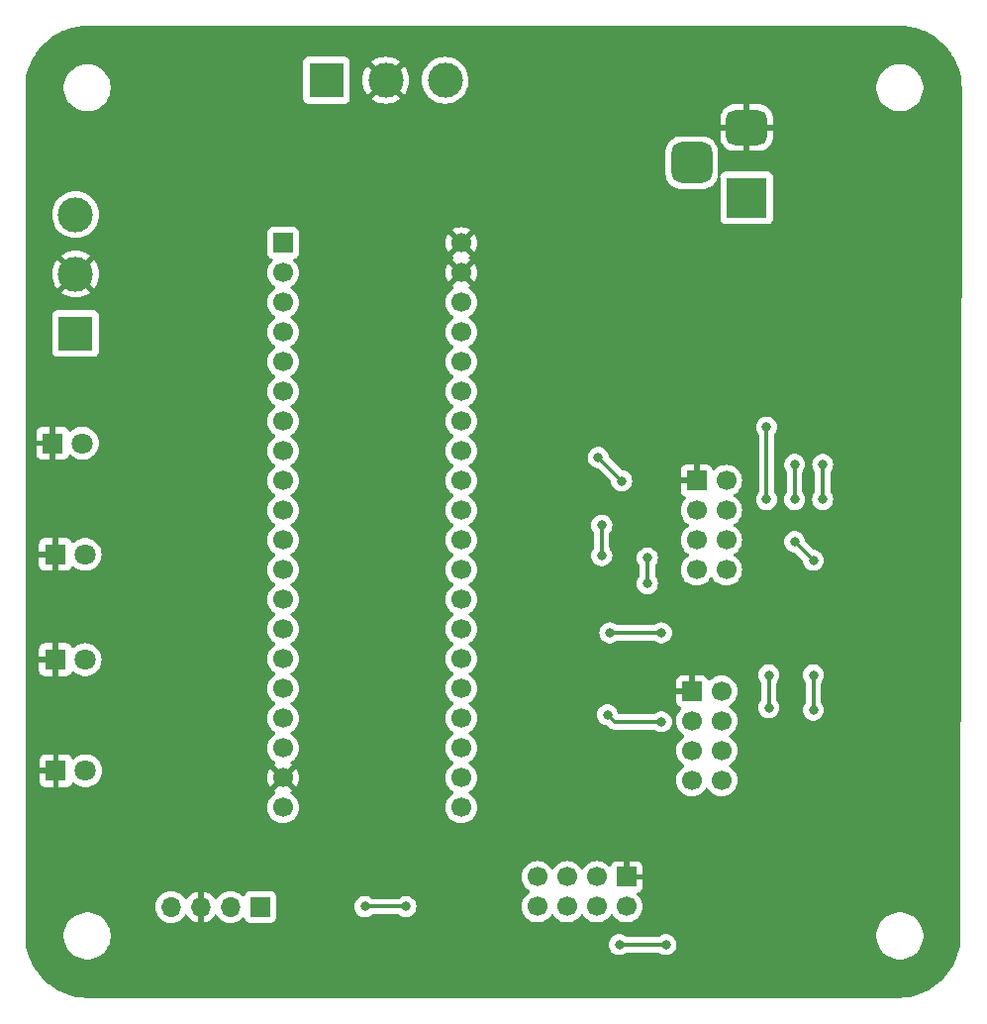
<source format=gbl>
G04 #@! TF.GenerationSoftware,KiCad,Pcbnew,8.0.5-dirty*
G04 #@! TF.CreationDate,2024-09-27T12:43:59+05:30*
G04 #@! TF.ProjectId,Nodes,4e6f6465-732e-46b6-9963-61645f706362,1.1*
G04 #@! TF.SameCoordinates,Original*
G04 #@! TF.FileFunction,Copper,L2,Bot*
G04 #@! TF.FilePolarity,Positive*
%FSLAX46Y46*%
G04 Gerber Fmt 4.6, Leading zero omitted, Abs format (unit mm)*
G04 Created by KiCad (PCBNEW 8.0.5-dirty) date 2024-09-27 12:43:59*
%MOMM*%
%LPD*%
G01*
G04 APERTURE LIST*
G04 Aperture macros list*
%AMRoundRect*
0 Rectangle with rounded corners*
0 $1 Rounding radius*
0 $2 $3 $4 $5 $6 $7 $8 $9 X,Y pos of 4 corners*
0 Add a 4 corners polygon primitive as box body*
4,1,4,$2,$3,$4,$5,$6,$7,$8,$9,$2,$3,0*
0 Add four circle primitives for the rounded corners*
1,1,$1+$1,$2,$3*
1,1,$1+$1,$4,$5*
1,1,$1+$1,$6,$7*
1,1,$1+$1,$8,$9*
0 Add four rect primitives between the rounded corners*
20,1,$1+$1,$2,$3,$4,$5,0*
20,1,$1+$1,$4,$5,$6,$7,0*
20,1,$1+$1,$6,$7,$8,$9,0*
20,1,$1+$1,$8,$9,$2,$3,0*%
G04 Aperture macros list end*
G04 #@! TA.AperFunction,ComponentPad*
%ADD10R,1.700000X1.700000*%
G04 #@! TD*
G04 #@! TA.AperFunction,ComponentPad*
%ADD11C,1.700000*%
G04 #@! TD*
G04 #@! TA.AperFunction,ComponentPad*
%ADD12R,1.800000X1.800000*%
G04 #@! TD*
G04 #@! TA.AperFunction,ComponentPad*
%ADD13C,1.800000*%
G04 #@! TD*
G04 #@! TA.AperFunction,ComponentPad*
%ADD14O,1.700000X1.700000*%
G04 #@! TD*
G04 #@! TA.AperFunction,ComponentPad*
%ADD15R,3.500000X3.500000*%
G04 #@! TD*
G04 #@! TA.AperFunction,ComponentPad*
%ADD16RoundRect,0.750000X-1.000000X0.750000X-1.000000X-0.750000X1.000000X-0.750000X1.000000X0.750000X0*%
G04 #@! TD*
G04 #@! TA.AperFunction,ComponentPad*
%ADD17RoundRect,0.875000X-0.875000X0.875000X-0.875000X-0.875000X0.875000X-0.875000X0.875000X0.875000X0*%
G04 #@! TD*
G04 #@! TA.AperFunction,ComponentPad*
%ADD18R,3.000000X3.000000*%
G04 #@! TD*
G04 #@! TA.AperFunction,ComponentPad*
%ADD19C,3.000000*%
G04 #@! TD*
G04 #@! TA.AperFunction,ViaPad*
%ADD20C,1.000000*%
G04 #@! TD*
G04 #@! TA.AperFunction,ViaPad*
%ADD21C,0.800000*%
G04 #@! TD*
G04 #@! TA.AperFunction,Conductor*
%ADD22C,0.300000*%
G04 #@! TD*
G04 APERTURE END LIST*
D10*
X167210500Y-107575000D03*
D11*
X169750500Y-107575000D03*
X167210500Y-110115000D03*
X169750500Y-110115000D03*
X167210500Y-112655000D03*
X169750500Y-112655000D03*
X167210500Y-115195000D03*
X169750500Y-115195000D03*
D10*
X161620000Y-123460000D03*
D11*
X161620000Y-126000000D03*
X159080000Y-123460000D03*
X159080000Y-126000000D03*
X156540000Y-123460000D03*
X156540000Y-126000000D03*
X154000000Y-123460000D03*
X154000000Y-126000000D03*
D10*
X132250000Y-69260000D03*
D11*
X132250000Y-71800000D03*
X132250000Y-74340000D03*
X132250000Y-76880000D03*
X132250000Y-79420000D03*
X132250000Y-81960000D03*
X132250000Y-84500000D03*
X132250000Y-87040000D03*
X132250000Y-89580000D03*
X132250000Y-92120000D03*
X132250000Y-94660000D03*
X132250000Y-97200000D03*
X132250000Y-99740000D03*
X132250000Y-102280000D03*
X132250000Y-104820000D03*
X132250000Y-107360000D03*
X132250000Y-109900000D03*
X132250000Y-112440000D03*
X132250000Y-114980000D03*
X132250000Y-117520000D03*
X147490000Y-117520000D03*
X147490000Y-114980000D03*
X147490000Y-112440000D03*
X147490000Y-109900000D03*
X147490000Y-107360000D03*
X147490000Y-104820000D03*
X147490000Y-102280000D03*
X147490000Y-99740000D03*
X147490000Y-97200000D03*
X147490000Y-94660000D03*
X147490000Y-92120000D03*
X147490000Y-89580000D03*
X147490000Y-87040000D03*
X147490000Y-84500000D03*
X147490000Y-81960000D03*
X147490000Y-79420000D03*
X147490000Y-76880000D03*
X147490000Y-74340000D03*
X147490000Y-71800000D03*
X147490000Y-69260000D03*
D12*
X112780000Y-104880000D03*
D13*
X115320000Y-104880000D03*
D10*
X167610500Y-89580000D03*
D11*
X170150500Y-89580000D03*
X167610500Y-92120000D03*
X170150500Y-92120000D03*
X167610500Y-94660000D03*
X170150500Y-94660000D03*
X167610500Y-97200000D03*
X170150500Y-97200000D03*
D12*
X112780000Y-95880000D03*
D13*
X115320000Y-95880000D03*
D10*
X130300000Y-126025000D03*
D14*
X127760000Y-126025000D03*
X125220000Y-126025000D03*
X122680000Y-126025000D03*
D15*
X171900000Y-65400000D03*
D16*
X171900000Y-59400000D03*
D17*
X167200000Y-62400000D03*
D12*
X112820000Y-114380000D03*
D13*
X115360000Y-114380000D03*
D18*
X135950000Y-55350000D03*
D19*
X141030000Y-55350000D03*
X146110000Y-55350000D03*
D18*
X114500000Y-77000000D03*
D19*
X114500000Y-71920000D03*
X114500000Y-66840000D03*
D12*
X112545000Y-86380000D03*
D13*
X115085000Y-86380000D03*
D20*
X176800000Y-71300000D03*
X178300000Y-70500000D03*
D21*
X124200000Y-61925000D03*
D20*
X155500000Y-61000000D03*
X165000000Y-76000000D03*
X162600000Y-75800000D03*
X158000000Y-56400000D03*
X175000000Y-70500000D03*
X162500000Y-74000000D03*
X160500000Y-61000000D03*
D21*
X159500000Y-93400000D03*
X159500000Y-96000000D03*
X163400000Y-98400000D03*
X163400000Y-96200000D03*
X161200000Y-89600000D03*
X159200000Y-87600000D03*
X173600000Y-85000000D03*
X173600000Y-91200000D03*
X177600000Y-96400000D03*
X176000000Y-88200000D03*
X176000000Y-91200000D03*
X177600000Y-109200000D03*
X176000000Y-94800000D03*
X177600000Y-106200000D03*
X178400000Y-88200000D03*
X178400000Y-91200000D03*
X160000000Y-109600000D03*
X164600000Y-110200000D03*
X173800000Y-109000000D03*
X160200000Y-102600000D03*
X173800000Y-106200000D03*
X164600000Y-102600000D03*
X139250000Y-126000000D03*
X142750000Y-126000000D03*
X161000000Y-129250000D03*
X165000000Y-129250000D03*
D22*
X159500000Y-93400000D02*
X159500000Y-96000000D01*
X163400000Y-98400000D02*
X163400000Y-96200000D01*
X159200000Y-87600000D02*
X161200000Y-89600000D01*
X173600000Y-85000000D02*
X173600000Y-91200000D01*
X177600000Y-106200000D02*
X177600000Y-109200000D01*
X176000000Y-91200000D02*
X176000000Y-88200000D01*
X176000000Y-94800000D02*
X177600000Y-96400000D01*
X178400000Y-88200000D02*
X178400000Y-91200000D01*
X160000000Y-109600000D02*
X160600000Y-110200000D01*
X160600000Y-110200000D02*
X164600000Y-110200000D01*
X173800000Y-109000000D02*
X173800000Y-106200000D01*
X160200000Y-102600000D02*
X164600000Y-102600000D01*
X139250000Y-126000000D02*
X142750000Y-126000000D01*
X161000000Y-129250000D02*
X165000000Y-129250000D01*
G04 #@! TA.AperFunction,Conductor*
G36*
X184917753Y-50699624D02*
G01*
X184942416Y-50699624D01*
X184997438Y-50699624D01*
X185002561Y-50699729D01*
X185432592Y-50717515D01*
X185442765Y-50718358D01*
X185867338Y-50771281D01*
X185877418Y-50772963D01*
X186296160Y-50860764D01*
X186306068Y-50863273D01*
X186716130Y-50985354D01*
X186725798Y-50988673D01*
X187056016Y-51117525D01*
X187124351Y-51144190D01*
X187133736Y-51148306D01*
X187249273Y-51204788D01*
X187518096Y-51336207D01*
X187527104Y-51341082D01*
X187894634Y-51560083D01*
X187903213Y-51565689D01*
X188251388Y-51814280D01*
X188259465Y-51820567D01*
X188585932Y-52097071D01*
X188585933Y-52097072D01*
X188593473Y-52104013D01*
X188895986Y-52406526D01*
X188902927Y-52414066D01*
X189179428Y-52740529D01*
X189185723Y-52748617D01*
X189434310Y-53096786D01*
X189439916Y-53105365D01*
X189658917Y-53472895D01*
X189663795Y-53481909D01*
X189851693Y-53866263D01*
X189855809Y-53875648D01*
X190011321Y-54274189D01*
X190014649Y-54283882D01*
X190136722Y-54693918D01*
X190139238Y-54703853D01*
X190227033Y-55122567D01*
X190228720Y-55132676D01*
X190281639Y-55557213D01*
X190282485Y-55567427D01*
X190300265Y-55997337D01*
X190300371Y-56002632D01*
X190200467Y-128433167D01*
X190200376Y-128434447D01*
X190200376Y-128497437D01*
X190200270Y-128502561D01*
X190182485Y-128932572D01*
X190181639Y-128942786D01*
X190128720Y-129367323D01*
X190127033Y-129377432D01*
X190039238Y-129796146D01*
X190036722Y-129806081D01*
X189914649Y-130216117D01*
X189911321Y-130225810D01*
X189755809Y-130624351D01*
X189751693Y-130633736D01*
X189563795Y-131018090D01*
X189558917Y-131027104D01*
X189339916Y-131394634D01*
X189334310Y-131403213D01*
X189085723Y-131751382D01*
X189079428Y-131759470D01*
X188802927Y-132085933D01*
X188795986Y-132093473D01*
X188493473Y-132395986D01*
X188485933Y-132402927D01*
X188159470Y-132679428D01*
X188151382Y-132685723D01*
X187803213Y-132934310D01*
X187794634Y-132939916D01*
X187427104Y-133158917D01*
X187418090Y-133163795D01*
X187033736Y-133351693D01*
X187024351Y-133355809D01*
X186625810Y-133511321D01*
X186616117Y-133514649D01*
X186206081Y-133636722D01*
X186196146Y-133639238D01*
X185777432Y-133727033D01*
X185767323Y-133728720D01*
X185342786Y-133781639D01*
X185332572Y-133782485D01*
X184902562Y-133800270D01*
X184897438Y-133800376D01*
X115502562Y-133800376D01*
X115497438Y-133800270D01*
X115067427Y-133782485D01*
X115057213Y-133781639D01*
X114632676Y-133728720D01*
X114622567Y-133727033D01*
X114203853Y-133639238D01*
X114193918Y-133636722D01*
X113783882Y-133514649D01*
X113774189Y-133511321D01*
X113375648Y-133355809D01*
X113366263Y-133351693D01*
X112981909Y-133163795D01*
X112972895Y-133158917D01*
X112605365Y-132939916D01*
X112596786Y-132934310D01*
X112248617Y-132685723D01*
X112240529Y-132679428D01*
X112199660Y-132644814D01*
X111914066Y-132402927D01*
X111906526Y-132395986D01*
X111604013Y-132093473D01*
X111597072Y-132085933D01*
X111320571Y-131759470D01*
X111314276Y-131751382D01*
X111065689Y-131403213D01*
X111060083Y-131394634D01*
X111020753Y-131328630D01*
X110841079Y-131027099D01*
X110836204Y-131018090D01*
X110648306Y-130633736D01*
X110644190Y-130624351D01*
X110582506Y-130466269D01*
X110488673Y-130225798D01*
X110485354Y-130216130D01*
X110363273Y-129806068D01*
X110360764Y-129796160D01*
X110272963Y-129377418D01*
X110271281Y-129367338D01*
X110218358Y-128942765D01*
X110217515Y-128932592D01*
X110199730Y-128502561D01*
X110199624Y-128497437D01*
X110199624Y-128417754D01*
X110199623Y-128417748D01*
X110199623Y-128368872D01*
X113499500Y-128368872D01*
X113499500Y-128631127D01*
X113513798Y-128739723D01*
X113533730Y-128891116D01*
X113601602Y-129144418D01*
X113601605Y-129144428D01*
X113701953Y-129386690D01*
X113701958Y-129386700D01*
X113833075Y-129613803D01*
X113992718Y-129821851D01*
X113992726Y-129821860D01*
X114178140Y-130007274D01*
X114178148Y-130007281D01*
X114386196Y-130166924D01*
X114613299Y-130298041D01*
X114613309Y-130298046D01*
X114855571Y-130398394D01*
X114855581Y-130398398D01*
X115108884Y-130466270D01*
X115368880Y-130500500D01*
X115368887Y-130500500D01*
X115631113Y-130500500D01*
X115631120Y-130500500D01*
X115891116Y-130466270D01*
X116144419Y-130398398D01*
X116386697Y-130298043D01*
X116613803Y-130166924D01*
X116821851Y-130007282D01*
X116821855Y-130007277D01*
X116821860Y-130007274D01*
X117007274Y-129821860D01*
X117007277Y-129821855D01*
X117007282Y-129821851D01*
X117166924Y-129613803D01*
X117298043Y-129386697D01*
X117354665Y-129250000D01*
X160094540Y-129250000D01*
X160114326Y-129438256D01*
X160114327Y-129438259D01*
X160172818Y-129618277D01*
X160172821Y-129618284D01*
X160267467Y-129782216D01*
X160303155Y-129821851D01*
X160394129Y-129922888D01*
X160547265Y-130034148D01*
X160547270Y-130034151D01*
X160720192Y-130111142D01*
X160720197Y-130111144D01*
X160905354Y-130150500D01*
X160905355Y-130150500D01*
X161094644Y-130150500D01*
X161094646Y-130150500D01*
X161279803Y-130111144D01*
X161452730Y-130034151D01*
X161604090Y-129924182D01*
X161669896Y-129900702D01*
X161676975Y-129900500D01*
X164323025Y-129900500D01*
X164390064Y-129920185D01*
X164395910Y-129924182D01*
X164547265Y-130034148D01*
X164547270Y-130034151D01*
X164720192Y-130111142D01*
X164720197Y-130111144D01*
X164905354Y-130150500D01*
X164905355Y-130150500D01*
X165094644Y-130150500D01*
X165094646Y-130150500D01*
X165279803Y-130111144D01*
X165452730Y-130034151D01*
X165605871Y-129922888D01*
X165732533Y-129782216D01*
X165827179Y-129618284D01*
X165885674Y-129438256D01*
X165905460Y-129250000D01*
X165885674Y-129061744D01*
X165827179Y-128881716D01*
X165732533Y-128717784D01*
X165605871Y-128577112D01*
X165604090Y-128575818D01*
X165452734Y-128465851D01*
X165452729Y-128465848D01*
X165279807Y-128388857D01*
X165279802Y-128388855D01*
X165185786Y-128368872D01*
X182999500Y-128368872D01*
X182999500Y-128631127D01*
X183013798Y-128739723D01*
X183033730Y-128891116D01*
X183101602Y-129144418D01*
X183101605Y-129144428D01*
X183201953Y-129386690D01*
X183201958Y-129386700D01*
X183333075Y-129613803D01*
X183492718Y-129821851D01*
X183492726Y-129821860D01*
X183678140Y-130007274D01*
X183678148Y-130007281D01*
X183886196Y-130166924D01*
X184113299Y-130298041D01*
X184113309Y-130298046D01*
X184355571Y-130398394D01*
X184355581Y-130398398D01*
X184608884Y-130466270D01*
X184868880Y-130500500D01*
X184868887Y-130500500D01*
X185131113Y-130500500D01*
X185131120Y-130500500D01*
X185391116Y-130466270D01*
X185644419Y-130398398D01*
X185886697Y-130298043D01*
X186113803Y-130166924D01*
X186321851Y-130007282D01*
X186321855Y-130007277D01*
X186321860Y-130007274D01*
X186507274Y-129821860D01*
X186507277Y-129821855D01*
X186507282Y-129821851D01*
X186666924Y-129613803D01*
X186798043Y-129386697D01*
X186898398Y-129144419D01*
X186966270Y-128891116D01*
X187000500Y-128631120D01*
X187000500Y-128368880D01*
X186966270Y-128108884D01*
X186898398Y-127855581D01*
X186898394Y-127855571D01*
X186798046Y-127613309D01*
X186798041Y-127613299D01*
X186666924Y-127386196D01*
X186544424Y-127226554D01*
X186507282Y-127178149D01*
X186507281Y-127178148D01*
X186507274Y-127178140D01*
X186321860Y-126992726D01*
X186321851Y-126992718D01*
X186113803Y-126833075D01*
X185886700Y-126701958D01*
X185886690Y-126701953D01*
X185644428Y-126601605D01*
X185644421Y-126601603D01*
X185644419Y-126601602D01*
X185391116Y-126533730D01*
X185324807Y-126525000D01*
X185131127Y-126499500D01*
X185131120Y-126499500D01*
X184868880Y-126499500D01*
X184868872Y-126499500D01*
X184637772Y-126529926D01*
X184608884Y-126533730D01*
X184355581Y-126601602D01*
X184355571Y-126601605D01*
X184113309Y-126701953D01*
X184113299Y-126701958D01*
X183886196Y-126833075D01*
X183678148Y-126992718D01*
X183492718Y-127178148D01*
X183333075Y-127386196D01*
X183201958Y-127613299D01*
X183201953Y-127613309D01*
X183101605Y-127855571D01*
X183101602Y-127855581D01*
X183033730Y-128108885D01*
X182999500Y-128368872D01*
X165185786Y-128368872D01*
X165134001Y-128357865D01*
X165094646Y-128349500D01*
X164905354Y-128349500D01*
X164872897Y-128356398D01*
X164720197Y-128388855D01*
X164720192Y-128388857D01*
X164547270Y-128465848D01*
X164547265Y-128465851D01*
X164395910Y-128575818D01*
X164330104Y-128599298D01*
X164323025Y-128599500D01*
X161676975Y-128599500D01*
X161609936Y-128579815D01*
X161604090Y-128575818D01*
X161452734Y-128465851D01*
X161452729Y-128465848D01*
X161279807Y-128388857D01*
X161279802Y-128388855D01*
X161134001Y-128357865D01*
X161094646Y-128349500D01*
X160905354Y-128349500D01*
X160872897Y-128356398D01*
X160720197Y-128388855D01*
X160720192Y-128388857D01*
X160547270Y-128465848D01*
X160547265Y-128465851D01*
X160394129Y-128577111D01*
X160267466Y-128717785D01*
X160172821Y-128881715D01*
X160172818Y-128881722D01*
X160114327Y-129061740D01*
X160114326Y-129061744D01*
X160094540Y-129250000D01*
X117354665Y-129250000D01*
X117398398Y-129144419D01*
X117466270Y-128891116D01*
X117500500Y-128631120D01*
X117500500Y-128368880D01*
X117466270Y-128108884D01*
X117398398Y-127855581D01*
X117398394Y-127855571D01*
X117298046Y-127613309D01*
X117298041Y-127613299D01*
X117166924Y-127386196D01*
X117044424Y-127226554D01*
X117007282Y-127178149D01*
X117007281Y-127178148D01*
X117007274Y-127178140D01*
X116821860Y-126992726D01*
X116821851Y-126992718D01*
X116613803Y-126833075D01*
X116386700Y-126701958D01*
X116386690Y-126701953D01*
X116144428Y-126601605D01*
X116144421Y-126601603D01*
X116144419Y-126601602D01*
X115891116Y-126533730D01*
X115824807Y-126525000D01*
X115631127Y-126499500D01*
X115631120Y-126499500D01*
X115368880Y-126499500D01*
X115368872Y-126499500D01*
X115137772Y-126529926D01*
X115108884Y-126533730D01*
X114855581Y-126601602D01*
X114855571Y-126601605D01*
X114613309Y-126701953D01*
X114613299Y-126701958D01*
X114386196Y-126833075D01*
X114178148Y-126992718D01*
X113992718Y-127178148D01*
X113833075Y-127386196D01*
X113701958Y-127613299D01*
X113701953Y-127613309D01*
X113601605Y-127855571D01*
X113601602Y-127855581D01*
X113533730Y-128108885D01*
X113499500Y-128368872D01*
X110199623Y-128368872D01*
X110199623Y-126024999D01*
X121324341Y-126024999D01*
X121324341Y-126025000D01*
X121344936Y-126260403D01*
X121344938Y-126260413D01*
X121406094Y-126488655D01*
X121406096Y-126488659D01*
X121406097Y-126488663D01*
X121489155Y-126666781D01*
X121505965Y-126702830D01*
X121505967Y-126702834D01*
X121597164Y-126833076D01*
X121641505Y-126896401D01*
X121808599Y-127063495D01*
X121905384Y-127131265D01*
X122002165Y-127199032D01*
X122002167Y-127199033D01*
X122002170Y-127199035D01*
X122216337Y-127298903D01*
X122444592Y-127360063D01*
X122621034Y-127375500D01*
X122679999Y-127380659D01*
X122680000Y-127380659D01*
X122680001Y-127380659D01*
X122738966Y-127375500D01*
X122915408Y-127360063D01*
X123143663Y-127298903D01*
X123357830Y-127199035D01*
X123551401Y-127063495D01*
X123718495Y-126896401D01*
X123848730Y-126710405D01*
X123903307Y-126666781D01*
X123972805Y-126659587D01*
X124035160Y-126691110D01*
X124051879Y-126710405D01*
X124181890Y-126896078D01*
X124348917Y-127063105D01*
X124542421Y-127198600D01*
X124756507Y-127298429D01*
X124756516Y-127298433D01*
X124970000Y-127355634D01*
X124970000Y-126458012D01*
X125027007Y-126490925D01*
X125154174Y-126525000D01*
X125285826Y-126525000D01*
X125412993Y-126490925D01*
X125470000Y-126458012D01*
X125470000Y-127355633D01*
X125683483Y-127298433D01*
X125683492Y-127298429D01*
X125897578Y-127198600D01*
X126091082Y-127063105D01*
X126258105Y-126896082D01*
X126388119Y-126710405D01*
X126442696Y-126666781D01*
X126512195Y-126659588D01*
X126574549Y-126691110D01*
X126591269Y-126710405D01*
X126721505Y-126896401D01*
X126888599Y-127063495D01*
X126985384Y-127131265D01*
X127082165Y-127199032D01*
X127082167Y-127199033D01*
X127082170Y-127199035D01*
X127296337Y-127298903D01*
X127524592Y-127360063D01*
X127701034Y-127375500D01*
X127759999Y-127380659D01*
X127760000Y-127380659D01*
X127760001Y-127380659D01*
X127818966Y-127375500D01*
X127995408Y-127360063D01*
X128223663Y-127298903D01*
X128437830Y-127199035D01*
X128631401Y-127063495D01*
X128753329Y-126941566D01*
X128814648Y-126908084D01*
X128884340Y-126913068D01*
X128940274Y-126954939D01*
X128957189Y-126985917D01*
X129006202Y-127117328D01*
X129006206Y-127117335D01*
X129092452Y-127232544D01*
X129092455Y-127232547D01*
X129207664Y-127318793D01*
X129207671Y-127318797D01*
X129342517Y-127369091D01*
X129342516Y-127369091D01*
X129349444Y-127369835D01*
X129402127Y-127375500D01*
X131197872Y-127375499D01*
X131257483Y-127369091D01*
X131392331Y-127318796D01*
X131507546Y-127232546D01*
X131593796Y-127117331D01*
X131644091Y-126982483D01*
X131650500Y-126922873D01*
X131650499Y-126000000D01*
X138344540Y-126000000D01*
X138364326Y-126188256D01*
X138364327Y-126188259D01*
X138422818Y-126368277D01*
X138422821Y-126368284D01*
X138517467Y-126532216D01*
X138610035Y-126635023D01*
X138644129Y-126672888D01*
X138797265Y-126784148D01*
X138797270Y-126784151D01*
X138970192Y-126861142D01*
X138970197Y-126861144D01*
X139155354Y-126900500D01*
X139155355Y-126900500D01*
X139344644Y-126900500D01*
X139344646Y-126900500D01*
X139529803Y-126861144D01*
X139702730Y-126784151D01*
X139854090Y-126674182D01*
X139919896Y-126650702D01*
X139926975Y-126650500D01*
X142073025Y-126650500D01*
X142140064Y-126670185D01*
X142145910Y-126674182D01*
X142297265Y-126784148D01*
X142297270Y-126784151D01*
X142470192Y-126861142D01*
X142470197Y-126861144D01*
X142655354Y-126900500D01*
X142655355Y-126900500D01*
X142844644Y-126900500D01*
X142844646Y-126900500D01*
X143029803Y-126861144D01*
X143202730Y-126784151D01*
X143355871Y-126672888D01*
X143482533Y-126532216D01*
X143577179Y-126368284D01*
X143635674Y-126188256D01*
X143655460Y-126000000D01*
X143635674Y-125811744D01*
X143577179Y-125631716D01*
X143482533Y-125467784D01*
X143355871Y-125327112D01*
X143354090Y-125325818D01*
X143202734Y-125215851D01*
X143202729Y-125215848D01*
X143029807Y-125138857D01*
X143029802Y-125138855D01*
X142884001Y-125107865D01*
X142844646Y-125099500D01*
X142655354Y-125099500D01*
X142622897Y-125106398D01*
X142470197Y-125138855D01*
X142470192Y-125138857D01*
X142297270Y-125215848D01*
X142297265Y-125215851D01*
X142145910Y-125325818D01*
X142080104Y-125349298D01*
X142073025Y-125349500D01*
X139926975Y-125349500D01*
X139859936Y-125329815D01*
X139854090Y-125325818D01*
X139702734Y-125215851D01*
X139702729Y-125215848D01*
X139529807Y-125138857D01*
X139529802Y-125138855D01*
X139384001Y-125107865D01*
X139344646Y-125099500D01*
X139155354Y-125099500D01*
X139122897Y-125106398D01*
X138970197Y-125138855D01*
X138970192Y-125138857D01*
X138797270Y-125215848D01*
X138797265Y-125215851D01*
X138644129Y-125327111D01*
X138517466Y-125467785D01*
X138422821Y-125631715D01*
X138422818Y-125631722D01*
X138371522Y-125789596D01*
X138364326Y-125811744D01*
X138344540Y-126000000D01*
X131650499Y-126000000D01*
X131650499Y-125127128D01*
X131644091Y-125067517D01*
X131642810Y-125064083D01*
X131593797Y-124932671D01*
X131593793Y-124932664D01*
X131507547Y-124817455D01*
X131507544Y-124817452D01*
X131392335Y-124731206D01*
X131392328Y-124731202D01*
X131257482Y-124680908D01*
X131257483Y-124680908D01*
X131197883Y-124674501D01*
X131197881Y-124674500D01*
X131197873Y-124674500D01*
X131197864Y-124674500D01*
X129402129Y-124674500D01*
X129402123Y-124674501D01*
X129342516Y-124680908D01*
X129207671Y-124731202D01*
X129207664Y-124731206D01*
X129092455Y-124817452D01*
X129092452Y-124817455D01*
X129006206Y-124932664D01*
X129006203Y-124932669D01*
X128957189Y-125064083D01*
X128915317Y-125120016D01*
X128849853Y-125144433D01*
X128781580Y-125129581D01*
X128753326Y-125108430D01*
X128631402Y-124986506D01*
X128631395Y-124986501D01*
X128437834Y-124850967D01*
X128437830Y-124850965D01*
X128384217Y-124825965D01*
X128223663Y-124751097D01*
X128223659Y-124751096D01*
X128223655Y-124751094D01*
X127995413Y-124689938D01*
X127995403Y-124689936D01*
X127760001Y-124669341D01*
X127759999Y-124669341D01*
X127524596Y-124689936D01*
X127524586Y-124689938D01*
X127296344Y-124751094D01*
X127296337Y-124751096D01*
X127296337Y-124751097D01*
X127291497Y-124753354D01*
X127082171Y-124850964D01*
X127082169Y-124850965D01*
X126888597Y-124986505D01*
X126721508Y-125153594D01*
X126591269Y-125339595D01*
X126536692Y-125383219D01*
X126467193Y-125390412D01*
X126404839Y-125358890D01*
X126388119Y-125339594D01*
X126258113Y-125153926D01*
X126258108Y-125153920D01*
X126091082Y-124986894D01*
X125897578Y-124851399D01*
X125683492Y-124751570D01*
X125683486Y-124751567D01*
X125470000Y-124694364D01*
X125470000Y-125591988D01*
X125412993Y-125559075D01*
X125285826Y-125525000D01*
X125154174Y-125525000D01*
X125027007Y-125559075D01*
X124970000Y-125591988D01*
X124970000Y-124694364D01*
X124969999Y-124694364D01*
X124756513Y-124751567D01*
X124756507Y-124751570D01*
X124542422Y-124851399D01*
X124542420Y-124851400D01*
X124348926Y-124986886D01*
X124348920Y-124986891D01*
X124181891Y-125153920D01*
X124181890Y-125153922D01*
X124051880Y-125339595D01*
X123997303Y-125383219D01*
X123927804Y-125390412D01*
X123865450Y-125358890D01*
X123848730Y-125339594D01*
X123718494Y-125153597D01*
X123551402Y-124986506D01*
X123551395Y-124986501D01*
X123357834Y-124850967D01*
X123357830Y-124850965D01*
X123304217Y-124825965D01*
X123143663Y-124751097D01*
X123143659Y-124751096D01*
X123143655Y-124751094D01*
X122915413Y-124689938D01*
X122915403Y-124689936D01*
X122680001Y-124669341D01*
X122679999Y-124669341D01*
X122444596Y-124689936D01*
X122444586Y-124689938D01*
X122216344Y-124751094D01*
X122216337Y-124751096D01*
X122216337Y-124751097D01*
X122211497Y-124753354D01*
X122002171Y-124850964D01*
X122002169Y-124850965D01*
X121808597Y-124986505D01*
X121641505Y-125153597D01*
X121505965Y-125347169D01*
X121505964Y-125347171D01*
X121406098Y-125561335D01*
X121406094Y-125561344D01*
X121344938Y-125789586D01*
X121344936Y-125789596D01*
X121324341Y-126024999D01*
X110199623Y-126024999D01*
X110199623Y-123459999D01*
X152644341Y-123459999D01*
X152644341Y-123460000D01*
X152664936Y-123695403D01*
X152664938Y-123695413D01*
X152726094Y-123923655D01*
X152726096Y-123923659D01*
X152726097Y-123923663D01*
X152806004Y-124095023D01*
X152825965Y-124137830D01*
X152825967Y-124137834D01*
X152934281Y-124292521D01*
X152961501Y-124331396D01*
X152961506Y-124331402D01*
X153128597Y-124498493D01*
X153128603Y-124498498D01*
X153314158Y-124628425D01*
X153357783Y-124683002D01*
X153364977Y-124752500D01*
X153333454Y-124814855D01*
X153314158Y-124831575D01*
X153128597Y-124961505D01*
X152961505Y-125128597D01*
X152825965Y-125322169D01*
X152825964Y-125322171D01*
X152726098Y-125536335D01*
X152726094Y-125536344D01*
X152664938Y-125764586D01*
X152664936Y-125764596D01*
X152644341Y-125999999D01*
X152644341Y-126000000D01*
X152664936Y-126235403D01*
X152664938Y-126235413D01*
X152726094Y-126463655D01*
X152726096Y-126463659D01*
X152726097Y-126463663D01*
X152754699Y-126525000D01*
X152825965Y-126677830D01*
X152825967Y-126677834D01*
X152900412Y-126784151D01*
X152961505Y-126871401D01*
X153128599Y-127038495D01*
X153163746Y-127063105D01*
X153322165Y-127174032D01*
X153322167Y-127174033D01*
X153322170Y-127174035D01*
X153536337Y-127273903D01*
X153764592Y-127335063D01*
X153952918Y-127351539D01*
X153999999Y-127355659D01*
X154000000Y-127355659D01*
X154000001Y-127355659D01*
X154039234Y-127352226D01*
X154235408Y-127335063D01*
X154463663Y-127273903D01*
X154677830Y-127174035D01*
X154871401Y-127038495D01*
X155038495Y-126871401D01*
X155168425Y-126685842D01*
X155223002Y-126642217D01*
X155292500Y-126635023D01*
X155354855Y-126666546D01*
X155371575Y-126685842D01*
X155501500Y-126871395D01*
X155501505Y-126871401D01*
X155668599Y-127038495D01*
X155703746Y-127063105D01*
X155862165Y-127174032D01*
X155862167Y-127174033D01*
X155862170Y-127174035D01*
X156076337Y-127273903D01*
X156304592Y-127335063D01*
X156492918Y-127351539D01*
X156539999Y-127355659D01*
X156540000Y-127355659D01*
X156540001Y-127355659D01*
X156579234Y-127352226D01*
X156775408Y-127335063D01*
X157003663Y-127273903D01*
X157217830Y-127174035D01*
X157411401Y-127038495D01*
X157578495Y-126871401D01*
X157708425Y-126685842D01*
X157763002Y-126642217D01*
X157832500Y-126635023D01*
X157894855Y-126666546D01*
X157911575Y-126685842D01*
X158041500Y-126871395D01*
X158041505Y-126871401D01*
X158208599Y-127038495D01*
X158243746Y-127063105D01*
X158402165Y-127174032D01*
X158402167Y-127174033D01*
X158402170Y-127174035D01*
X158616337Y-127273903D01*
X158844592Y-127335063D01*
X159032918Y-127351539D01*
X159079999Y-127355659D01*
X159080000Y-127355659D01*
X159080001Y-127355659D01*
X159119234Y-127352226D01*
X159315408Y-127335063D01*
X159543663Y-127273903D01*
X159757830Y-127174035D01*
X159951401Y-127038495D01*
X160118495Y-126871401D01*
X160248425Y-126685842D01*
X160303002Y-126642217D01*
X160372500Y-126635023D01*
X160434855Y-126666546D01*
X160451575Y-126685842D01*
X160581500Y-126871395D01*
X160581505Y-126871401D01*
X160748599Y-127038495D01*
X160783746Y-127063105D01*
X160942165Y-127174032D01*
X160942167Y-127174033D01*
X160942170Y-127174035D01*
X161156337Y-127273903D01*
X161384592Y-127335063D01*
X161572918Y-127351539D01*
X161619999Y-127355659D01*
X161620000Y-127355659D01*
X161620001Y-127355659D01*
X161659234Y-127352226D01*
X161855408Y-127335063D01*
X162083663Y-127273903D01*
X162297830Y-127174035D01*
X162491401Y-127038495D01*
X162658495Y-126871401D01*
X162794035Y-126677830D01*
X162893903Y-126463663D01*
X162955063Y-126235408D01*
X162975659Y-126000000D01*
X162955063Y-125764592D01*
X162893903Y-125536337D01*
X162794035Y-125322171D01*
X162788424Y-125314158D01*
X162658496Y-125128600D01*
X162597412Y-125067516D01*
X162536179Y-125006283D01*
X162502696Y-124944963D01*
X162507680Y-124875271D01*
X162549551Y-124819337D01*
X162580529Y-124802422D01*
X162712086Y-124753354D01*
X162712093Y-124753350D01*
X162827187Y-124667190D01*
X162827190Y-124667187D01*
X162913350Y-124552093D01*
X162913354Y-124552086D01*
X162963596Y-124417379D01*
X162963598Y-124417372D01*
X162969999Y-124357844D01*
X162970000Y-124357827D01*
X162970000Y-123710000D01*
X162053012Y-123710000D01*
X162085925Y-123652993D01*
X162120000Y-123525826D01*
X162120000Y-123394174D01*
X162085925Y-123267007D01*
X162053012Y-123210000D01*
X162970000Y-123210000D01*
X162970000Y-122562172D01*
X162969999Y-122562155D01*
X162963598Y-122502627D01*
X162963596Y-122502620D01*
X162913354Y-122367913D01*
X162913350Y-122367906D01*
X162827190Y-122252812D01*
X162827187Y-122252809D01*
X162712093Y-122166649D01*
X162712086Y-122166645D01*
X162577379Y-122116403D01*
X162577372Y-122116401D01*
X162517844Y-122110000D01*
X161870000Y-122110000D01*
X161870000Y-123026988D01*
X161812993Y-122994075D01*
X161685826Y-122960000D01*
X161554174Y-122960000D01*
X161427007Y-122994075D01*
X161370000Y-123026988D01*
X161370000Y-122110000D01*
X160722155Y-122110000D01*
X160662627Y-122116401D01*
X160662620Y-122116403D01*
X160527913Y-122166645D01*
X160527906Y-122166649D01*
X160412812Y-122252809D01*
X160412809Y-122252812D01*
X160326649Y-122367906D01*
X160326645Y-122367913D01*
X160277578Y-122499470D01*
X160235707Y-122555404D01*
X160170242Y-122579821D01*
X160101969Y-122564969D01*
X160073715Y-122543819D01*
X160029366Y-122499470D01*
X159951401Y-122421505D01*
X159951397Y-122421502D01*
X159951396Y-122421501D01*
X159757834Y-122285967D01*
X159757830Y-122285965D01*
X159686727Y-122252809D01*
X159543663Y-122186097D01*
X159543659Y-122186096D01*
X159543655Y-122186094D01*
X159315413Y-122124938D01*
X159315403Y-122124936D01*
X159080001Y-122104341D01*
X159079999Y-122104341D01*
X158844596Y-122124936D01*
X158844586Y-122124938D01*
X158616344Y-122186094D01*
X158616335Y-122186098D01*
X158402171Y-122285964D01*
X158402169Y-122285965D01*
X158208597Y-122421505D01*
X158041505Y-122588597D01*
X157911575Y-122774158D01*
X157856998Y-122817783D01*
X157787500Y-122824977D01*
X157725145Y-122793454D01*
X157708425Y-122774158D01*
X157578494Y-122588597D01*
X157411402Y-122421506D01*
X157411395Y-122421501D01*
X157217834Y-122285967D01*
X157217830Y-122285965D01*
X157146727Y-122252809D01*
X157003663Y-122186097D01*
X157003659Y-122186096D01*
X157003655Y-122186094D01*
X156775413Y-122124938D01*
X156775403Y-122124936D01*
X156540001Y-122104341D01*
X156539999Y-122104341D01*
X156304596Y-122124936D01*
X156304586Y-122124938D01*
X156076344Y-122186094D01*
X156076335Y-122186098D01*
X155862171Y-122285964D01*
X155862169Y-122285965D01*
X155668597Y-122421505D01*
X155501505Y-122588597D01*
X155371575Y-122774158D01*
X155316998Y-122817783D01*
X155247500Y-122824977D01*
X155185145Y-122793454D01*
X155168425Y-122774158D01*
X155038494Y-122588597D01*
X154871402Y-122421506D01*
X154871395Y-122421501D01*
X154677834Y-122285967D01*
X154677830Y-122285965D01*
X154606727Y-122252809D01*
X154463663Y-122186097D01*
X154463659Y-122186096D01*
X154463655Y-122186094D01*
X154235413Y-122124938D01*
X154235403Y-122124936D01*
X154000001Y-122104341D01*
X153999999Y-122104341D01*
X153764596Y-122124936D01*
X153764586Y-122124938D01*
X153536344Y-122186094D01*
X153536335Y-122186098D01*
X153322171Y-122285964D01*
X153322169Y-122285965D01*
X153128597Y-122421505D01*
X152961505Y-122588597D01*
X152825965Y-122782169D01*
X152825964Y-122782171D01*
X152726098Y-122996335D01*
X152726094Y-122996344D01*
X152664938Y-123224586D01*
X152664936Y-123224596D01*
X152644341Y-123459999D01*
X110199623Y-123459999D01*
X110199623Y-113432155D01*
X111420000Y-113432155D01*
X111420000Y-114130000D01*
X112444722Y-114130000D01*
X112400667Y-114206306D01*
X112370000Y-114320756D01*
X112370000Y-114439244D01*
X112400667Y-114553694D01*
X112444722Y-114630000D01*
X111420000Y-114630000D01*
X111420000Y-115327844D01*
X111426401Y-115387372D01*
X111426403Y-115387379D01*
X111476645Y-115522086D01*
X111476649Y-115522093D01*
X111562809Y-115637187D01*
X111562812Y-115637190D01*
X111677906Y-115723350D01*
X111677913Y-115723354D01*
X111812620Y-115773596D01*
X111812627Y-115773598D01*
X111872155Y-115779999D01*
X111872172Y-115780000D01*
X112570000Y-115780000D01*
X112570000Y-114755277D01*
X112646306Y-114799333D01*
X112760756Y-114830000D01*
X112879244Y-114830000D01*
X112993694Y-114799333D01*
X113070000Y-114755277D01*
X113070000Y-115780000D01*
X113767828Y-115780000D01*
X113767844Y-115779999D01*
X113827372Y-115773598D01*
X113827379Y-115773596D01*
X113962086Y-115723354D01*
X113962093Y-115723350D01*
X114077187Y-115637190D01*
X114077190Y-115637187D01*
X114163350Y-115522093D01*
X114163355Y-115522084D01*
X114192075Y-115445081D01*
X114233945Y-115389147D01*
X114299409Y-115364729D01*
X114367682Y-115379580D01*
X114399484Y-115404428D01*
X114408216Y-115413913D01*
X114408219Y-115413915D01*
X114408222Y-115413918D01*
X114591365Y-115556464D01*
X114591371Y-115556468D01*
X114591374Y-115556470D01*
X114795497Y-115666936D01*
X114909487Y-115706068D01*
X115015015Y-115742297D01*
X115015017Y-115742297D01*
X115015019Y-115742298D01*
X115243951Y-115780500D01*
X115243952Y-115780500D01*
X115476048Y-115780500D01*
X115476049Y-115780500D01*
X115704981Y-115742298D01*
X115924503Y-115666936D01*
X116128626Y-115556470D01*
X116311784Y-115413913D01*
X116468979Y-115243153D01*
X116595924Y-115048849D01*
X116689157Y-114836300D01*
X116746134Y-114611305D01*
X116746135Y-114611297D01*
X116765300Y-114380006D01*
X116765300Y-114379993D01*
X116746135Y-114148702D01*
X116746133Y-114148691D01*
X116689157Y-113923699D01*
X116595924Y-113711151D01*
X116468983Y-113516852D01*
X116468980Y-113516849D01*
X116468979Y-113516847D01*
X116311784Y-113346087D01*
X116311779Y-113346083D01*
X116311777Y-113346081D01*
X116128634Y-113203535D01*
X116128628Y-113203531D01*
X115924504Y-113093064D01*
X115924495Y-113093061D01*
X115704984Y-113017702D01*
X115517404Y-112986401D01*
X115476049Y-112979500D01*
X115243951Y-112979500D01*
X115202596Y-112986401D01*
X115015015Y-113017702D01*
X114795504Y-113093061D01*
X114795495Y-113093064D01*
X114591371Y-113203531D01*
X114591365Y-113203535D01*
X114408222Y-113346081D01*
X114408215Y-113346087D01*
X114399484Y-113355572D01*
X114339595Y-113391561D01*
X114269757Y-113389458D01*
X114212143Y-113349932D01*
X114192075Y-113314918D01*
X114163355Y-113237915D01*
X114163350Y-113237906D01*
X114077190Y-113122812D01*
X114077187Y-113122809D01*
X113962093Y-113036649D01*
X113962086Y-113036645D01*
X113827379Y-112986403D01*
X113827372Y-112986401D01*
X113767844Y-112980000D01*
X113070000Y-112980000D01*
X113070000Y-114004722D01*
X112993694Y-113960667D01*
X112879244Y-113930000D01*
X112760756Y-113930000D01*
X112646306Y-113960667D01*
X112570000Y-114004722D01*
X112570000Y-112980000D01*
X111872155Y-112980000D01*
X111812627Y-112986401D01*
X111812620Y-112986403D01*
X111677913Y-113036645D01*
X111677906Y-113036649D01*
X111562812Y-113122809D01*
X111562809Y-113122812D01*
X111476649Y-113237906D01*
X111476645Y-113237913D01*
X111426403Y-113372620D01*
X111426401Y-113372627D01*
X111420000Y-113432155D01*
X110199623Y-113432155D01*
X110199623Y-103932155D01*
X111380000Y-103932155D01*
X111380000Y-104630000D01*
X112404722Y-104630000D01*
X112360667Y-104706306D01*
X112330000Y-104820756D01*
X112330000Y-104939244D01*
X112360667Y-105053694D01*
X112404722Y-105130000D01*
X111380000Y-105130000D01*
X111380000Y-105827844D01*
X111386401Y-105887372D01*
X111386403Y-105887379D01*
X111436645Y-106022086D01*
X111436649Y-106022093D01*
X111522809Y-106137187D01*
X111522812Y-106137190D01*
X111637906Y-106223350D01*
X111637913Y-106223354D01*
X111772620Y-106273596D01*
X111772627Y-106273598D01*
X111832155Y-106279999D01*
X111832172Y-106280000D01*
X112530000Y-106280000D01*
X112530000Y-105255277D01*
X112606306Y-105299333D01*
X112720756Y-105330000D01*
X112839244Y-105330000D01*
X112953694Y-105299333D01*
X113030000Y-105255277D01*
X113030000Y-106280000D01*
X113727828Y-106280000D01*
X113727844Y-106279999D01*
X113787372Y-106273598D01*
X113787379Y-106273596D01*
X113922086Y-106223354D01*
X113922093Y-106223350D01*
X114037187Y-106137190D01*
X114037190Y-106137187D01*
X114123350Y-106022093D01*
X114123355Y-106022084D01*
X114152075Y-105945081D01*
X114193945Y-105889147D01*
X114259409Y-105864729D01*
X114327682Y-105879580D01*
X114359484Y-105904428D01*
X114368216Y-105913913D01*
X114368219Y-105913915D01*
X114368222Y-105913918D01*
X114551365Y-106056464D01*
X114551371Y-106056468D01*
X114551374Y-106056470D01*
X114755497Y-106166936D01*
X114810927Y-106185965D01*
X114975015Y-106242297D01*
X114975017Y-106242297D01*
X114975019Y-106242298D01*
X115203951Y-106280500D01*
X115203952Y-106280500D01*
X115436048Y-106280500D01*
X115436049Y-106280500D01*
X115664981Y-106242298D01*
X115884503Y-106166936D01*
X116088626Y-106056470D01*
X116271784Y-105913913D01*
X116428979Y-105743153D01*
X116555924Y-105548849D01*
X116649157Y-105336300D01*
X116706134Y-105111305D01*
X116706135Y-105111297D01*
X116725300Y-104880006D01*
X116725300Y-104879993D01*
X116706135Y-104648702D01*
X116706133Y-104648691D01*
X116649157Y-104423699D01*
X116555924Y-104211151D01*
X116428983Y-104016852D01*
X116428980Y-104016849D01*
X116428979Y-104016847D01*
X116271784Y-103846087D01*
X116271779Y-103846083D01*
X116271777Y-103846081D01*
X116088634Y-103703535D01*
X116088628Y-103703531D01*
X115884504Y-103593064D01*
X115884495Y-103593061D01*
X115664984Y-103517702D01*
X115477404Y-103486401D01*
X115436049Y-103479500D01*
X115203951Y-103479500D01*
X115162596Y-103486401D01*
X114975015Y-103517702D01*
X114755504Y-103593061D01*
X114755495Y-103593064D01*
X114551371Y-103703531D01*
X114551365Y-103703535D01*
X114368222Y-103846081D01*
X114368215Y-103846087D01*
X114359484Y-103855572D01*
X114299595Y-103891561D01*
X114229757Y-103889458D01*
X114172143Y-103849932D01*
X114152075Y-103814918D01*
X114123355Y-103737915D01*
X114123350Y-103737906D01*
X114037190Y-103622812D01*
X114037187Y-103622809D01*
X113922093Y-103536649D01*
X113922086Y-103536645D01*
X113787379Y-103486403D01*
X113787372Y-103486401D01*
X113727844Y-103480000D01*
X113030000Y-103480000D01*
X113030000Y-104504722D01*
X112953694Y-104460667D01*
X112839244Y-104430000D01*
X112720756Y-104430000D01*
X112606306Y-104460667D01*
X112530000Y-104504722D01*
X112530000Y-103480000D01*
X111832155Y-103480000D01*
X111772627Y-103486401D01*
X111772620Y-103486403D01*
X111637913Y-103536645D01*
X111637906Y-103536649D01*
X111522812Y-103622809D01*
X111522809Y-103622812D01*
X111436649Y-103737906D01*
X111436645Y-103737913D01*
X111386403Y-103872620D01*
X111386401Y-103872627D01*
X111380000Y-103932155D01*
X110199623Y-103932155D01*
X110199623Y-94932155D01*
X111380000Y-94932155D01*
X111380000Y-95630000D01*
X112404722Y-95630000D01*
X112360667Y-95706306D01*
X112330000Y-95820756D01*
X112330000Y-95939244D01*
X112360667Y-96053694D01*
X112404722Y-96130000D01*
X111380000Y-96130000D01*
X111380000Y-96827844D01*
X111386401Y-96887372D01*
X111386403Y-96887379D01*
X111436645Y-97022086D01*
X111436649Y-97022093D01*
X111522809Y-97137187D01*
X111522812Y-97137190D01*
X111637906Y-97223350D01*
X111637913Y-97223354D01*
X111772620Y-97273596D01*
X111772627Y-97273598D01*
X111832155Y-97279999D01*
X111832172Y-97280000D01*
X112530000Y-97280000D01*
X112530000Y-96255277D01*
X112606306Y-96299333D01*
X112720756Y-96330000D01*
X112839244Y-96330000D01*
X112953694Y-96299333D01*
X113030000Y-96255277D01*
X113030000Y-97280000D01*
X113727828Y-97280000D01*
X113727844Y-97279999D01*
X113787372Y-97273598D01*
X113787379Y-97273596D01*
X113922086Y-97223354D01*
X113922093Y-97223350D01*
X114037187Y-97137190D01*
X114037190Y-97137187D01*
X114123350Y-97022093D01*
X114123355Y-97022084D01*
X114152075Y-96945081D01*
X114193945Y-96889147D01*
X114259409Y-96864729D01*
X114327682Y-96879580D01*
X114359484Y-96904428D01*
X114368216Y-96913913D01*
X114368219Y-96913915D01*
X114368222Y-96913918D01*
X114551365Y-97056464D01*
X114551371Y-97056468D01*
X114551374Y-97056470D01*
X114755497Y-97166936D01*
X114805634Y-97184148D01*
X114975015Y-97242297D01*
X114975017Y-97242297D01*
X114975019Y-97242298D01*
X115203951Y-97280500D01*
X115203952Y-97280500D01*
X115436048Y-97280500D01*
X115436049Y-97280500D01*
X115664981Y-97242298D01*
X115884503Y-97166936D01*
X116088626Y-97056470D01*
X116271784Y-96913913D01*
X116428979Y-96743153D01*
X116436125Y-96732216D01*
X116543226Y-96568284D01*
X116555924Y-96548849D01*
X116649157Y-96336300D01*
X116706134Y-96111305D01*
X116710908Y-96053694D01*
X116725300Y-95880006D01*
X116725300Y-95879993D01*
X116706135Y-95648702D01*
X116706133Y-95648691D01*
X116649157Y-95423699D01*
X116555924Y-95211151D01*
X116428983Y-95016852D01*
X116428980Y-95016849D01*
X116428979Y-95016847D01*
X116271784Y-94846087D01*
X116271779Y-94846083D01*
X116271777Y-94846081D01*
X116088634Y-94703535D01*
X116088628Y-94703531D01*
X115884504Y-94593064D01*
X115884495Y-94593061D01*
X115664984Y-94517702D01*
X115477404Y-94486401D01*
X115436049Y-94479500D01*
X115203951Y-94479500D01*
X115162596Y-94486401D01*
X114975015Y-94517702D01*
X114755504Y-94593061D01*
X114755495Y-94593064D01*
X114551371Y-94703531D01*
X114551365Y-94703535D01*
X114368222Y-94846081D01*
X114368215Y-94846087D01*
X114359484Y-94855572D01*
X114299595Y-94891561D01*
X114229757Y-94889458D01*
X114172143Y-94849932D01*
X114152075Y-94814918D01*
X114123355Y-94737915D01*
X114123350Y-94737906D01*
X114037190Y-94622812D01*
X114037187Y-94622809D01*
X113922093Y-94536649D01*
X113922086Y-94536645D01*
X113787379Y-94486403D01*
X113787372Y-94486401D01*
X113727844Y-94480000D01*
X113030000Y-94480000D01*
X113030000Y-95504722D01*
X112953694Y-95460667D01*
X112839244Y-95430000D01*
X112720756Y-95430000D01*
X112606306Y-95460667D01*
X112530000Y-95504722D01*
X112530000Y-94480000D01*
X111832155Y-94480000D01*
X111772627Y-94486401D01*
X111772620Y-94486403D01*
X111637913Y-94536645D01*
X111637906Y-94536649D01*
X111522812Y-94622809D01*
X111522809Y-94622812D01*
X111436649Y-94737906D01*
X111436645Y-94737913D01*
X111386403Y-94872620D01*
X111386401Y-94872627D01*
X111380000Y-94932155D01*
X110199623Y-94932155D01*
X110199623Y-85432155D01*
X111145000Y-85432155D01*
X111145000Y-86130000D01*
X112169722Y-86130000D01*
X112125667Y-86206306D01*
X112095000Y-86320756D01*
X112095000Y-86439244D01*
X112125667Y-86553694D01*
X112169722Y-86630000D01*
X111145000Y-86630000D01*
X111145000Y-87327844D01*
X111151401Y-87387372D01*
X111151403Y-87387379D01*
X111201645Y-87522086D01*
X111201649Y-87522093D01*
X111287809Y-87637187D01*
X111287812Y-87637190D01*
X111402906Y-87723350D01*
X111402913Y-87723354D01*
X111537620Y-87773596D01*
X111537627Y-87773598D01*
X111597155Y-87779999D01*
X111597172Y-87780000D01*
X112295000Y-87780000D01*
X112295000Y-86755277D01*
X112371306Y-86799333D01*
X112485756Y-86830000D01*
X112604244Y-86830000D01*
X112718694Y-86799333D01*
X112795000Y-86755277D01*
X112795000Y-87780000D01*
X113492828Y-87780000D01*
X113492844Y-87779999D01*
X113552372Y-87773598D01*
X113552379Y-87773596D01*
X113687086Y-87723354D01*
X113687093Y-87723350D01*
X113802187Y-87637190D01*
X113802190Y-87637187D01*
X113888350Y-87522093D01*
X113888355Y-87522084D01*
X113917075Y-87445081D01*
X113958945Y-87389147D01*
X114024409Y-87364729D01*
X114092682Y-87379580D01*
X114124484Y-87404428D01*
X114133216Y-87413913D01*
X114133219Y-87413915D01*
X114133222Y-87413918D01*
X114316365Y-87556464D01*
X114316371Y-87556468D01*
X114316374Y-87556470D01*
X114520497Y-87666936D01*
X114634487Y-87706068D01*
X114740015Y-87742297D01*
X114740017Y-87742297D01*
X114740019Y-87742298D01*
X114968951Y-87780500D01*
X114968952Y-87780500D01*
X115201048Y-87780500D01*
X115201049Y-87780500D01*
X115429981Y-87742298D01*
X115649503Y-87666936D01*
X115853626Y-87556470D01*
X116036784Y-87413913D01*
X116193979Y-87243153D01*
X116320924Y-87048849D01*
X116414157Y-86836300D01*
X116471134Y-86611305D01*
X116474031Y-86576344D01*
X116490300Y-86380006D01*
X116490300Y-86379993D01*
X116471135Y-86148702D01*
X116471133Y-86148691D01*
X116414157Y-85923699D01*
X116320924Y-85711151D01*
X116193983Y-85516852D01*
X116193980Y-85516849D01*
X116193979Y-85516847D01*
X116036784Y-85346087D01*
X116036779Y-85346083D01*
X116036777Y-85346081D01*
X115853634Y-85203535D01*
X115853628Y-85203531D01*
X115649504Y-85093064D01*
X115649495Y-85093061D01*
X115429984Y-85017702D01*
X115242404Y-84986401D01*
X115201049Y-84979500D01*
X114968951Y-84979500D01*
X114927596Y-84986401D01*
X114740015Y-85017702D01*
X114520504Y-85093061D01*
X114520495Y-85093064D01*
X114316371Y-85203531D01*
X114316365Y-85203535D01*
X114133222Y-85346081D01*
X114133215Y-85346087D01*
X114124484Y-85355572D01*
X114064595Y-85391561D01*
X113994757Y-85389458D01*
X113937143Y-85349932D01*
X113917075Y-85314918D01*
X113888355Y-85237915D01*
X113888350Y-85237906D01*
X113802190Y-85122812D01*
X113802187Y-85122809D01*
X113687093Y-85036649D01*
X113687086Y-85036645D01*
X113552379Y-84986403D01*
X113552372Y-84986401D01*
X113492844Y-84980000D01*
X112795000Y-84980000D01*
X112795000Y-86004722D01*
X112718694Y-85960667D01*
X112604244Y-85930000D01*
X112485756Y-85930000D01*
X112371306Y-85960667D01*
X112295000Y-86004722D01*
X112295000Y-84980000D01*
X111597155Y-84980000D01*
X111537627Y-84986401D01*
X111537620Y-84986403D01*
X111402913Y-85036645D01*
X111402906Y-85036649D01*
X111287812Y-85122809D01*
X111287809Y-85122812D01*
X111201649Y-85237906D01*
X111201645Y-85237913D01*
X111151403Y-85372620D01*
X111151401Y-85372627D01*
X111145000Y-85432155D01*
X110199623Y-85432155D01*
X110199623Y-75452135D01*
X112499500Y-75452135D01*
X112499500Y-78547870D01*
X112499501Y-78547876D01*
X112505908Y-78607483D01*
X112556202Y-78742328D01*
X112556206Y-78742335D01*
X112642452Y-78857544D01*
X112642455Y-78857547D01*
X112757664Y-78943793D01*
X112757671Y-78943797D01*
X112892517Y-78994091D01*
X112892516Y-78994091D01*
X112899444Y-78994835D01*
X112952127Y-79000500D01*
X116047872Y-79000499D01*
X116107483Y-78994091D01*
X116242331Y-78943796D01*
X116357546Y-78857546D01*
X116443796Y-78742331D01*
X116494091Y-78607483D01*
X116500500Y-78547873D01*
X116500499Y-75452128D01*
X116494091Y-75392517D01*
X116488862Y-75378498D01*
X116443797Y-75257671D01*
X116443793Y-75257664D01*
X116357547Y-75142455D01*
X116357544Y-75142452D01*
X116242335Y-75056206D01*
X116242328Y-75056202D01*
X116107482Y-75005908D01*
X116107483Y-75005908D01*
X116047883Y-74999501D01*
X116047881Y-74999500D01*
X116047873Y-74999500D01*
X116047864Y-74999500D01*
X112952129Y-74999500D01*
X112952123Y-74999501D01*
X112892516Y-75005908D01*
X112757671Y-75056202D01*
X112757664Y-75056206D01*
X112642455Y-75142452D01*
X112642452Y-75142455D01*
X112556206Y-75257664D01*
X112556202Y-75257671D01*
X112505908Y-75392517D01*
X112499501Y-75452116D01*
X112499501Y-75452123D01*
X112499500Y-75452135D01*
X110199623Y-75452135D01*
X110199623Y-71919998D01*
X112494891Y-71919998D01*
X112494891Y-71920001D01*
X112515300Y-72205362D01*
X112576109Y-72484895D01*
X112676091Y-72752958D01*
X112813191Y-73004038D01*
X112813196Y-73004046D01*
X112919882Y-73146561D01*
X112919883Y-73146562D01*
X113814767Y-72251677D01*
X113826497Y-72279995D01*
X113909670Y-72404472D01*
X114015528Y-72510330D01*
X114140005Y-72593503D01*
X114168320Y-72605231D01*
X113273436Y-73500115D01*
X113415960Y-73606807D01*
X113415961Y-73606808D01*
X113667042Y-73743908D01*
X113667041Y-73743908D01*
X113935104Y-73843890D01*
X114214637Y-73904699D01*
X114499999Y-73925109D01*
X114500001Y-73925109D01*
X114785362Y-73904699D01*
X115064895Y-73843890D01*
X115332958Y-73743908D01*
X115584047Y-73606803D01*
X115726561Y-73500116D01*
X115726562Y-73500115D01*
X114831679Y-72605231D01*
X114859995Y-72593503D01*
X114984472Y-72510330D01*
X115090330Y-72404472D01*
X115173503Y-72279995D01*
X115185231Y-72251678D01*
X116080115Y-73146562D01*
X116080116Y-73146561D01*
X116186803Y-73004047D01*
X116323908Y-72752958D01*
X116423890Y-72484895D01*
X116484699Y-72205362D01*
X116505109Y-71920001D01*
X116505109Y-71919998D01*
X116496526Y-71799999D01*
X130894341Y-71799999D01*
X130894341Y-71800000D01*
X130914936Y-72035403D01*
X130914938Y-72035413D01*
X130976094Y-72263655D01*
X130976096Y-72263659D01*
X130976097Y-72263663D01*
X131041758Y-72404472D01*
X131075965Y-72477830D01*
X131075967Y-72477834D01*
X131211501Y-72671395D01*
X131211506Y-72671402D01*
X131378597Y-72838493D01*
X131378603Y-72838498D01*
X131564158Y-72968425D01*
X131607783Y-73023002D01*
X131614977Y-73092500D01*
X131583454Y-73154855D01*
X131564158Y-73171575D01*
X131378597Y-73301505D01*
X131211505Y-73468597D01*
X131075965Y-73662169D01*
X131075964Y-73662171D01*
X130976098Y-73876335D01*
X130976094Y-73876344D01*
X130914938Y-74104586D01*
X130914936Y-74104596D01*
X130894341Y-74339999D01*
X130894341Y-74340000D01*
X130914936Y-74575403D01*
X130914938Y-74575413D01*
X130976094Y-74803655D01*
X130976096Y-74803659D01*
X130976097Y-74803663D01*
X131067418Y-74999500D01*
X131075965Y-75017830D01*
X131075967Y-75017834D01*
X131211501Y-75211395D01*
X131211506Y-75211402D01*
X131378597Y-75378493D01*
X131378603Y-75378498D01*
X131564158Y-75508425D01*
X131607783Y-75563002D01*
X131614977Y-75632500D01*
X131583454Y-75694855D01*
X131564158Y-75711575D01*
X131378597Y-75841505D01*
X131211505Y-76008597D01*
X131075965Y-76202169D01*
X131075964Y-76202171D01*
X130976098Y-76416335D01*
X130976094Y-76416344D01*
X130914938Y-76644586D01*
X130914936Y-76644596D01*
X130894341Y-76879999D01*
X130894341Y-76880000D01*
X130914936Y-77115403D01*
X130914938Y-77115413D01*
X130976094Y-77343655D01*
X130976096Y-77343659D01*
X130976097Y-77343663D01*
X131075965Y-77557830D01*
X131075967Y-77557834D01*
X131211501Y-77751395D01*
X131211506Y-77751402D01*
X131378597Y-77918493D01*
X131378603Y-77918498D01*
X131564158Y-78048425D01*
X131607783Y-78103002D01*
X131614977Y-78172500D01*
X131583454Y-78234855D01*
X131564158Y-78251575D01*
X131378597Y-78381505D01*
X131211505Y-78548597D01*
X131075965Y-78742169D01*
X131075964Y-78742171D01*
X130976098Y-78956335D01*
X130976094Y-78956344D01*
X130914938Y-79184586D01*
X130914936Y-79184596D01*
X130894341Y-79419999D01*
X130894341Y-79420000D01*
X130914936Y-79655403D01*
X130914938Y-79655413D01*
X130976094Y-79883655D01*
X130976096Y-79883659D01*
X130976097Y-79883663D01*
X131075965Y-80097830D01*
X131075967Y-80097834D01*
X131211501Y-80291395D01*
X131211506Y-80291402D01*
X131378597Y-80458493D01*
X131378603Y-80458498D01*
X131564158Y-80588425D01*
X131607783Y-80643002D01*
X131614977Y-80712500D01*
X131583454Y-80774855D01*
X131564158Y-80791575D01*
X131378597Y-80921505D01*
X131211505Y-81088597D01*
X131075965Y-81282169D01*
X131075964Y-81282171D01*
X130976098Y-81496335D01*
X130976094Y-81496344D01*
X130914938Y-81724586D01*
X130914936Y-81724596D01*
X130894341Y-81959999D01*
X130894341Y-81960000D01*
X130914936Y-82195403D01*
X130914938Y-82195413D01*
X130976094Y-82423655D01*
X130976096Y-82423659D01*
X130976097Y-82423663D01*
X131075965Y-82637830D01*
X131075967Y-82637834D01*
X131211501Y-82831395D01*
X131211506Y-82831402D01*
X131378597Y-82998493D01*
X131378603Y-82998498D01*
X131564158Y-83128425D01*
X131607783Y-83183002D01*
X131614977Y-83252500D01*
X131583454Y-83314855D01*
X131564158Y-83331575D01*
X131378597Y-83461505D01*
X131211505Y-83628597D01*
X131075965Y-83822169D01*
X131075964Y-83822171D01*
X130976098Y-84036335D01*
X130976094Y-84036344D01*
X130914938Y-84264586D01*
X130914936Y-84264596D01*
X130894341Y-84499999D01*
X130894341Y-84500000D01*
X130914936Y-84735403D01*
X130914938Y-84735413D01*
X130976094Y-84963655D01*
X130976096Y-84963659D01*
X130976097Y-84963663D01*
X131036438Y-85093064D01*
X131075965Y-85177830D01*
X131075967Y-85177834D01*
X131118037Y-85237915D01*
X131209322Y-85368284D01*
X131211501Y-85371395D01*
X131211506Y-85371402D01*
X131378597Y-85538493D01*
X131378603Y-85538498D01*
X131564158Y-85668425D01*
X131607783Y-85723002D01*
X131614977Y-85792500D01*
X131583454Y-85854855D01*
X131564158Y-85871575D01*
X131378597Y-86001505D01*
X131211505Y-86168597D01*
X131075965Y-86362169D01*
X131075964Y-86362171D01*
X130976098Y-86576335D01*
X130976094Y-86576344D01*
X130914938Y-86804586D01*
X130914936Y-86804596D01*
X130894341Y-87039999D01*
X130894341Y-87040000D01*
X130914936Y-87275403D01*
X130914938Y-87275413D01*
X130976094Y-87503655D01*
X130976096Y-87503659D01*
X130976097Y-87503663D01*
X131038362Y-87637190D01*
X131075965Y-87717830D01*
X131075967Y-87717834D01*
X131211501Y-87911395D01*
X131211506Y-87911402D01*
X131378597Y-88078493D01*
X131378603Y-88078498D01*
X131564158Y-88208425D01*
X131607783Y-88263002D01*
X131614977Y-88332500D01*
X131583454Y-88394855D01*
X131564158Y-88411575D01*
X131378597Y-88541505D01*
X131211505Y-88708597D01*
X131075965Y-88902169D01*
X131075964Y-88902171D01*
X130976098Y-89116335D01*
X130976094Y-89116344D01*
X130914938Y-89344586D01*
X130914936Y-89344596D01*
X130894341Y-89579999D01*
X130894341Y-89580000D01*
X130914936Y-89815403D01*
X130914938Y-89815413D01*
X130976094Y-90043655D01*
X130976096Y-90043659D01*
X130976097Y-90043663D01*
X131017389Y-90132214D01*
X131075965Y-90257830D01*
X131075967Y-90257834D01*
X131211501Y-90451395D01*
X131211506Y-90451402D01*
X131378597Y-90618493D01*
X131378603Y-90618498D01*
X131564158Y-90748425D01*
X131607783Y-90803002D01*
X131614977Y-90872500D01*
X131583454Y-90934855D01*
X131564158Y-90951575D01*
X131378597Y-91081505D01*
X131211505Y-91248597D01*
X131075965Y-91442169D01*
X131075964Y-91442171D01*
X130976098Y-91656335D01*
X130976094Y-91656344D01*
X130914938Y-91884586D01*
X130914936Y-91884596D01*
X130894341Y-92119999D01*
X130894341Y-92120000D01*
X130914936Y-92355403D01*
X130914938Y-92355413D01*
X130976094Y-92583655D01*
X130976096Y-92583659D01*
X130976097Y-92583663D01*
X130991106Y-92615849D01*
X131075965Y-92797830D01*
X131075967Y-92797834D01*
X131124947Y-92867784D01*
X131211501Y-92991396D01*
X131211506Y-92991402D01*
X131378597Y-93158493D01*
X131378603Y-93158498D01*
X131564158Y-93288425D01*
X131607783Y-93343002D01*
X131614977Y-93412500D01*
X131583454Y-93474855D01*
X131564158Y-93491575D01*
X131378597Y-93621505D01*
X131211505Y-93788597D01*
X131075965Y-93982169D01*
X131075964Y-93982171D01*
X130976098Y-94196335D01*
X130976094Y-94196344D01*
X130914938Y-94424586D01*
X130914936Y-94424596D01*
X130894341Y-94659999D01*
X130894341Y-94660000D01*
X130914936Y-94895403D01*
X130914938Y-94895413D01*
X130976094Y-95123655D01*
X130976096Y-95123659D01*
X130976097Y-95123663D01*
X131056004Y-95295023D01*
X131075965Y-95337830D01*
X131075967Y-95337834D01*
X131170534Y-95472888D01*
X131211501Y-95531396D01*
X131211506Y-95531402D01*
X131378597Y-95698493D01*
X131378603Y-95698498D01*
X131564158Y-95828425D01*
X131607783Y-95883002D01*
X131614977Y-95952500D01*
X131583454Y-96014855D01*
X131564158Y-96031575D01*
X131378597Y-96161505D01*
X131211505Y-96328597D01*
X131075965Y-96522169D01*
X131075964Y-96522171D01*
X130976098Y-96736335D01*
X130976094Y-96736344D01*
X130914938Y-96964586D01*
X130914936Y-96964596D01*
X130894341Y-97199999D01*
X130894341Y-97200000D01*
X130914936Y-97435403D01*
X130914938Y-97435413D01*
X130976094Y-97663655D01*
X130976096Y-97663659D01*
X130976097Y-97663663D01*
X131045291Y-97812050D01*
X131075965Y-97877830D01*
X131075967Y-97877834D01*
X131183717Y-98031715D01*
X131211501Y-98071396D01*
X131211506Y-98071402D01*
X131378597Y-98238493D01*
X131378603Y-98238498D01*
X131564158Y-98368425D01*
X131607783Y-98423002D01*
X131614977Y-98492500D01*
X131583454Y-98554855D01*
X131564158Y-98571575D01*
X131378597Y-98701505D01*
X131211505Y-98868597D01*
X131075965Y-99062169D01*
X131075964Y-99062171D01*
X130976098Y-99276335D01*
X130976094Y-99276344D01*
X130914938Y-99504586D01*
X130914936Y-99504596D01*
X130894341Y-99739999D01*
X130894341Y-99740000D01*
X130914936Y-99975403D01*
X130914938Y-99975413D01*
X130976094Y-100203655D01*
X130976096Y-100203659D01*
X130976097Y-100203663D01*
X131075965Y-100417830D01*
X131075967Y-100417834D01*
X131211501Y-100611395D01*
X131211506Y-100611402D01*
X131378597Y-100778493D01*
X131378603Y-100778498D01*
X131564158Y-100908425D01*
X131607783Y-100963002D01*
X131614977Y-101032500D01*
X131583454Y-101094855D01*
X131564158Y-101111575D01*
X131378597Y-101241505D01*
X131211505Y-101408597D01*
X131075965Y-101602169D01*
X131075964Y-101602171D01*
X130976098Y-101816335D01*
X130976094Y-101816344D01*
X130914938Y-102044586D01*
X130914936Y-102044596D01*
X130894341Y-102279999D01*
X130894341Y-102280000D01*
X130914936Y-102515403D01*
X130914938Y-102515413D01*
X130976094Y-102743655D01*
X130976096Y-102743659D01*
X130976097Y-102743663D01*
X130996893Y-102788259D01*
X131075965Y-102957830D01*
X131075967Y-102957834D01*
X131211501Y-103151395D01*
X131211506Y-103151402D01*
X131378597Y-103318493D01*
X131378603Y-103318498D01*
X131564158Y-103448425D01*
X131607783Y-103503002D01*
X131614977Y-103572500D01*
X131583454Y-103634855D01*
X131564158Y-103651575D01*
X131378597Y-103781505D01*
X131211505Y-103948597D01*
X131075965Y-104142169D01*
X131075964Y-104142171D01*
X130976098Y-104356335D01*
X130976094Y-104356344D01*
X130914938Y-104584586D01*
X130914936Y-104584596D01*
X130894341Y-104819999D01*
X130894341Y-104820000D01*
X130914936Y-105055403D01*
X130914938Y-105055413D01*
X130976094Y-105283655D01*
X130976096Y-105283659D01*
X130976097Y-105283663D01*
X131075965Y-105497830D01*
X131075967Y-105497834D01*
X131211501Y-105691395D01*
X131211506Y-105691402D01*
X131378597Y-105858493D01*
X131378603Y-105858498D01*
X131564158Y-105988425D01*
X131607783Y-106043002D01*
X131614977Y-106112500D01*
X131583454Y-106174855D01*
X131564158Y-106191575D01*
X131378597Y-106321505D01*
X131211505Y-106488597D01*
X131075965Y-106682169D01*
X131075964Y-106682171D01*
X130976098Y-106896335D01*
X130976094Y-106896344D01*
X130914938Y-107124586D01*
X130914936Y-107124596D01*
X130894341Y-107359999D01*
X130894341Y-107360000D01*
X130914936Y-107595403D01*
X130914938Y-107595413D01*
X130976094Y-107823655D01*
X130976096Y-107823659D01*
X130976097Y-107823663D01*
X131046713Y-107975099D01*
X131075965Y-108037830D01*
X131075967Y-108037834D01*
X131211501Y-108231395D01*
X131211506Y-108231402D01*
X131378597Y-108398493D01*
X131378603Y-108398498D01*
X131564158Y-108528425D01*
X131607783Y-108583002D01*
X131614977Y-108652500D01*
X131583454Y-108714855D01*
X131564158Y-108731575D01*
X131378597Y-108861505D01*
X131211505Y-109028597D01*
X131075965Y-109222169D01*
X131075964Y-109222171D01*
X130976098Y-109436335D01*
X130976094Y-109436344D01*
X130914938Y-109664586D01*
X130914936Y-109664596D01*
X130894341Y-109899999D01*
X130894341Y-109900000D01*
X130914936Y-110135403D01*
X130914938Y-110135413D01*
X130976094Y-110363655D01*
X130976096Y-110363659D01*
X130976097Y-110363663D01*
X131049085Y-110520185D01*
X131075965Y-110577830D01*
X131075967Y-110577834D01*
X131211501Y-110771395D01*
X131211506Y-110771402D01*
X131378597Y-110938493D01*
X131378603Y-110938498D01*
X131564158Y-111068425D01*
X131607783Y-111123002D01*
X131614977Y-111192500D01*
X131583454Y-111254855D01*
X131564158Y-111271575D01*
X131378597Y-111401505D01*
X131211505Y-111568597D01*
X131075965Y-111762169D01*
X131075964Y-111762171D01*
X130976098Y-111976335D01*
X130976094Y-111976344D01*
X130914938Y-112204586D01*
X130914936Y-112204596D01*
X130894341Y-112439999D01*
X130894341Y-112440000D01*
X130914936Y-112675403D01*
X130914938Y-112675413D01*
X130976094Y-112903655D01*
X130976096Y-112903659D01*
X130976097Y-112903663D01*
X131038108Y-113036645D01*
X131075965Y-113117830D01*
X131075967Y-113117834D01*
X131184281Y-113272521D01*
X131211505Y-113311401D01*
X131378599Y-113478495D01*
X131564158Y-113608425D01*
X131564594Y-113608730D01*
X131608218Y-113663307D01*
X131615411Y-113732806D01*
X131583889Y-113795160D01*
X131564593Y-113811880D01*
X131488626Y-113865072D01*
X131488625Y-113865072D01*
X132120590Y-114497037D01*
X132057007Y-114514075D01*
X131942993Y-114579901D01*
X131849901Y-114672993D01*
X131784075Y-114787007D01*
X131767037Y-114850590D01*
X131135072Y-114218625D01*
X131076401Y-114302419D01*
X130976570Y-114516507D01*
X130976566Y-114516516D01*
X130915432Y-114744673D01*
X130915430Y-114744684D01*
X130894843Y-114979998D01*
X130894843Y-114980001D01*
X130915430Y-115215315D01*
X130915432Y-115215326D01*
X130976566Y-115443483D01*
X130976570Y-115443492D01*
X131076400Y-115657579D01*
X131076402Y-115657583D01*
X131135072Y-115741373D01*
X131135073Y-115741373D01*
X131767037Y-115109409D01*
X131784075Y-115172993D01*
X131849901Y-115287007D01*
X131942993Y-115380099D01*
X132057007Y-115445925D01*
X132120590Y-115462962D01*
X131488625Y-116094925D01*
X131564594Y-116148119D01*
X131608219Y-116202696D01*
X131615413Y-116272194D01*
X131583890Y-116334549D01*
X131564595Y-116351269D01*
X131378594Y-116481508D01*
X131211505Y-116648597D01*
X131075965Y-116842169D01*
X131075964Y-116842171D01*
X130976098Y-117056335D01*
X130976094Y-117056344D01*
X130914938Y-117284586D01*
X130914936Y-117284596D01*
X130894341Y-117519999D01*
X130894341Y-117520000D01*
X130914936Y-117755403D01*
X130914938Y-117755413D01*
X130976094Y-117983655D01*
X130976096Y-117983659D01*
X130976097Y-117983663D01*
X131075965Y-118197830D01*
X131075967Y-118197834D01*
X131184281Y-118352521D01*
X131211505Y-118391401D01*
X131378599Y-118558495D01*
X131475384Y-118626265D01*
X131572165Y-118694032D01*
X131572167Y-118694033D01*
X131572170Y-118694035D01*
X131786337Y-118793903D01*
X132014592Y-118855063D01*
X132202918Y-118871539D01*
X132249999Y-118875659D01*
X132250000Y-118875659D01*
X132250001Y-118875659D01*
X132289234Y-118872226D01*
X132485408Y-118855063D01*
X132713663Y-118793903D01*
X132927830Y-118694035D01*
X133121401Y-118558495D01*
X133288495Y-118391401D01*
X133424035Y-118197830D01*
X133523903Y-117983663D01*
X133585063Y-117755408D01*
X133605659Y-117520000D01*
X133585063Y-117284592D01*
X133523903Y-117056337D01*
X133424035Y-116842171D01*
X133288495Y-116648599D01*
X133288494Y-116648597D01*
X133121402Y-116481506D01*
X133121401Y-116481505D01*
X132935405Y-116351269D01*
X132891781Y-116296692D01*
X132884588Y-116227193D01*
X132916110Y-116164839D01*
X132935405Y-116148119D01*
X133011373Y-116094925D01*
X132379409Y-115462962D01*
X132442993Y-115445925D01*
X132557007Y-115380099D01*
X132650099Y-115287007D01*
X132715925Y-115172993D01*
X132732962Y-115109410D01*
X133364925Y-115741373D01*
X133364926Y-115741373D01*
X133423598Y-115657582D01*
X133423600Y-115657578D01*
X133523429Y-115443492D01*
X133523433Y-115443483D01*
X133584567Y-115215326D01*
X133584569Y-115215315D01*
X133605157Y-114980001D01*
X133605157Y-114979998D01*
X133584569Y-114744684D01*
X133584567Y-114744673D01*
X133523433Y-114516516D01*
X133523429Y-114516507D01*
X133423600Y-114302423D01*
X133423599Y-114302421D01*
X133364925Y-114218626D01*
X133364925Y-114218625D01*
X132732962Y-114850589D01*
X132715925Y-114787007D01*
X132650099Y-114672993D01*
X132557007Y-114579901D01*
X132442993Y-114514075D01*
X132379410Y-114497037D01*
X133011373Y-113865073D01*
X133011373Y-113865072D01*
X132935405Y-113811880D01*
X132891780Y-113757304D01*
X132884586Y-113687805D01*
X132916108Y-113625451D01*
X132935399Y-113608734D01*
X133121401Y-113478495D01*
X133288495Y-113311401D01*
X133424035Y-113117830D01*
X133523903Y-112903663D01*
X133585063Y-112675408D01*
X133605659Y-112440000D01*
X133603873Y-112419592D01*
X133585063Y-112204596D01*
X133585063Y-112204592D01*
X133527150Y-111988454D01*
X133523905Y-111976344D01*
X133523904Y-111976343D01*
X133523903Y-111976337D01*
X133424035Y-111762171D01*
X133322037Y-111616501D01*
X133288494Y-111568597D01*
X133121402Y-111401506D01*
X133121396Y-111401501D01*
X132935842Y-111271575D01*
X132892217Y-111216998D01*
X132885023Y-111147500D01*
X132916546Y-111085145D01*
X132935842Y-111068425D01*
X132958026Y-111052891D01*
X133121401Y-110938495D01*
X133288495Y-110771401D01*
X133424035Y-110577830D01*
X133523903Y-110363663D01*
X133585063Y-110135408D01*
X133605659Y-109900000D01*
X133603873Y-109879592D01*
X133590979Y-109732214D01*
X133585063Y-109664592D01*
X133524472Y-109438460D01*
X133523905Y-109436344D01*
X133523904Y-109436343D01*
X133523903Y-109436337D01*
X133424035Y-109222171D01*
X133353394Y-109121284D01*
X133288494Y-109028597D01*
X133121402Y-108861506D01*
X133121396Y-108861501D01*
X132935842Y-108731575D01*
X132892217Y-108676998D01*
X132885023Y-108607500D01*
X132916546Y-108545145D01*
X132935842Y-108528425D01*
X133005578Y-108479595D01*
X133121401Y-108398495D01*
X133288495Y-108231401D01*
X133424035Y-108037830D01*
X133523903Y-107823663D01*
X133585063Y-107595408D01*
X133605659Y-107360000D01*
X133603873Y-107339592D01*
X133597609Y-107267993D01*
X133585063Y-107124592D01*
X133538626Y-106951285D01*
X133523905Y-106896344D01*
X133523904Y-106896343D01*
X133523903Y-106896337D01*
X133424035Y-106682171D01*
X133376631Y-106614470D01*
X133288494Y-106488597D01*
X133121402Y-106321506D01*
X133121396Y-106321501D01*
X132935842Y-106191575D01*
X132892217Y-106136998D01*
X132885023Y-106067500D01*
X132916546Y-106005145D01*
X132935842Y-105988425D01*
X132997743Y-105945081D01*
X133121401Y-105858495D01*
X133288495Y-105691401D01*
X133424035Y-105497830D01*
X133523903Y-105283663D01*
X133585063Y-105055408D01*
X133605659Y-104820000D01*
X133585063Y-104584592D01*
X133523903Y-104356337D01*
X133424035Y-104142171D01*
X133288495Y-103948599D01*
X133288494Y-103948597D01*
X133121402Y-103781506D01*
X133121396Y-103781501D01*
X132935842Y-103651575D01*
X132892217Y-103596998D01*
X132885023Y-103527500D01*
X132916546Y-103465145D01*
X132935842Y-103448425D01*
X132958026Y-103432891D01*
X133121401Y-103318495D01*
X133288495Y-103151401D01*
X133424035Y-102957830D01*
X133523903Y-102743663D01*
X133585063Y-102515408D01*
X133605659Y-102280000D01*
X133585063Y-102044592D01*
X133523903Y-101816337D01*
X133424035Y-101602171D01*
X133288495Y-101408599D01*
X133288494Y-101408597D01*
X133121402Y-101241506D01*
X133121396Y-101241501D01*
X132935842Y-101111575D01*
X132892217Y-101056998D01*
X132885023Y-100987500D01*
X132916546Y-100925145D01*
X132935842Y-100908425D01*
X132958026Y-100892891D01*
X133121401Y-100778495D01*
X133288495Y-100611401D01*
X133424035Y-100417830D01*
X133523903Y-100203663D01*
X133585063Y-99975408D01*
X133605659Y-99740000D01*
X133585063Y-99504592D01*
X133523903Y-99276337D01*
X133424035Y-99062171D01*
X133288495Y-98868599D01*
X133288494Y-98868597D01*
X133121402Y-98701506D01*
X133121396Y-98701501D01*
X132935842Y-98571575D01*
X132892217Y-98516998D01*
X132885023Y-98447500D01*
X132916546Y-98385145D01*
X132935842Y-98368425D01*
X132958026Y-98352891D01*
X133121401Y-98238495D01*
X133288495Y-98071401D01*
X133424035Y-97877830D01*
X133523903Y-97663663D01*
X133585063Y-97435408D01*
X133605659Y-97200000D01*
X133585063Y-96964592D01*
X133523903Y-96736337D01*
X133424035Y-96522171D01*
X133418425Y-96514158D01*
X133288494Y-96328597D01*
X133121402Y-96161506D01*
X133121396Y-96161501D01*
X132935842Y-96031575D01*
X132892217Y-95976998D01*
X132885023Y-95907500D01*
X132916546Y-95845145D01*
X132935842Y-95828425D01*
X132959671Y-95811740D01*
X133121401Y-95698495D01*
X133288495Y-95531401D01*
X133424035Y-95337830D01*
X133523903Y-95123663D01*
X133585063Y-94895408D01*
X133605659Y-94660000D01*
X133585063Y-94424592D01*
X133523903Y-94196337D01*
X133424035Y-93982171D01*
X133418425Y-93974158D01*
X133288494Y-93788597D01*
X133121402Y-93621506D01*
X133121396Y-93621501D01*
X132935842Y-93491575D01*
X132892217Y-93436998D01*
X132885023Y-93367500D01*
X132916546Y-93305145D01*
X132935842Y-93288425D01*
X132958026Y-93272891D01*
X133121401Y-93158495D01*
X133288495Y-92991401D01*
X133424035Y-92797830D01*
X133523903Y-92583663D01*
X133585063Y-92355408D01*
X133605659Y-92120000D01*
X133585063Y-91884592D01*
X133523903Y-91656337D01*
X133424035Y-91442171D01*
X133418425Y-91434158D01*
X133288494Y-91248597D01*
X133121402Y-91081506D01*
X133121396Y-91081501D01*
X132935842Y-90951575D01*
X132892217Y-90896998D01*
X132885023Y-90827500D01*
X132916546Y-90765145D01*
X132935842Y-90748425D01*
X133044865Y-90672086D01*
X133121401Y-90618495D01*
X133288495Y-90451401D01*
X133424035Y-90257830D01*
X133523903Y-90043663D01*
X133585063Y-89815408D01*
X133605659Y-89580000D01*
X133585063Y-89344592D01*
X133523903Y-89116337D01*
X133424035Y-88902171D01*
X133363594Y-88815851D01*
X133288494Y-88708597D01*
X133121402Y-88541506D01*
X133121396Y-88541501D01*
X132935842Y-88411575D01*
X132892217Y-88356998D01*
X132885023Y-88287500D01*
X132916546Y-88225145D01*
X132935842Y-88208425D01*
X132958026Y-88192891D01*
X133121401Y-88078495D01*
X133288495Y-87911401D01*
X133424035Y-87717830D01*
X133523903Y-87503663D01*
X133585063Y-87275408D01*
X133605659Y-87040000D01*
X133585063Y-86804592D01*
X133523903Y-86576337D01*
X133424035Y-86362171D01*
X133288495Y-86168599D01*
X133288494Y-86168597D01*
X133121402Y-86001506D01*
X133121396Y-86001501D01*
X132935842Y-85871575D01*
X132892217Y-85816998D01*
X132885023Y-85747500D01*
X132916546Y-85685145D01*
X132935842Y-85668425D01*
X132960813Y-85650940D01*
X133121401Y-85538495D01*
X133288495Y-85371401D01*
X133424035Y-85177830D01*
X133523903Y-84963663D01*
X133585063Y-84735408D01*
X133605659Y-84500000D01*
X133602840Y-84467785D01*
X133585063Y-84264596D01*
X133585063Y-84264592D01*
X133523903Y-84036337D01*
X133424035Y-83822171D01*
X133288495Y-83628599D01*
X133288494Y-83628597D01*
X133121402Y-83461506D01*
X133121396Y-83461501D01*
X132935842Y-83331575D01*
X132892217Y-83276998D01*
X132885023Y-83207500D01*
X132916546Y-83145145D01*
X132935842Y-83128425D01*
X132958026Y-83112891D01*
X133121401Y-82998495D01*
X133288495Y-82831401D01*
X133424035Y-82637830D01*
X133523903Y-82423663D01*
X133585063Y-82195408D01*
X133605659Y-81960000D01*
X133585063Y-81724592D01*
X133523903Y-81496337D01*
X133424035Y-81282171D01*
X133288495Y-81088599D01*
X133288494Y-81088597D01*
X133121402Y-80921506D01*
X133121396Y-80921501D01*
X132935842Y-80791575D01*
X132892217Y-80736998D01*
X132885023Y-80667500D01*
X132916546Y-80605145D01*
X132935842Y-80588425D01*
X132958026Y-80572891D01*
X133121401Y-80458495D01*
X133288495Y-80291401D01*
X133424035Y-80097830D01*
X133523903Y-79883663D01*
X133585063Y-79655408D01*
X133605659Y-79420000D01*
X133585063Y-79184592D01*
X133523903Y-78956337D01*
X133424035Y-78742171D01*
X133329726Y-78607482D01*
X133288494Y-78548597D01*
X133121402Y-78381506D01*
X133121396Y-78381501D01*
X132935842Y-78251575D01*
X132892217Y-78196998D01*
X132885023Y-78127500D01*
X132916546Y-78065145D01*
X132935842Y-78048425D01*
X132958026Y-78032891D01*
X133121401Y-77918495D01*
X133288495Y-77751401D01*
X133424035Y-77557830D01*
X133523903Y-77343663D01*
X133585063Y-77115408D01*
X133605659Y-76880000D01*
X133585063Y-76644592D01*
X133523903Y-76416337D01*
X133424035Y-76202171D01*
X133288495Y-76008599D01*
X133288494Y-76008597D01*
X133121402Y-75841506D01*
X133121396Y-75841501D01*
X132935842Y-75711575D01*
X132892217Y-75656998D01*
X132885023Y-75587500D01*
X132916546Y-75525145D01*
X132935842Y-75508425D01*
X133016242Y-75452128D01*
X133121401Y-75378495D01*
X133288495Y-75211401D01*
X133424035Y-75017830D01*
X133523903Y-74803663D01*
X133585063Y-74575408D01*
X133605659Y-74340000D01*
X133605659Y-74339999D01*
X146134341Y-74339999D01*
X146134341Y-74340000D01*
X146154936Y-74575403D01*
X146154938Y-74575413D01*
X146216094Y-74803655D01*
X146216096Y-74803659D01*
X146216097Y-74803663D01*
X146307418Y-74999500D01*
X146315965Y-75017830D01*
X146315967Y-75017834D01*
X146451501Y-75211395D01*
X146451506Y-75211402D01*
X146618597Y-75378493D01*
X146618603Y-75378498D01*
X146804158Y-75508425D01*
X146847783Y-75563002D01*
X146854977Y-75632500D01*
X146823454Y-75694855D01*
X146804158Y-75711575D01*
X146618597Y-75841505D01*
X146451505Y-76008597D01*
X146315965Y-76202169D01*
X146315964Y-76202171D01*
X146216098Y-76416335D01*
X146216094Y-76416344D01*
X146154938Y-76644586D01*
X146154936Y-76644596D01*
X146134341Y-76879999D01*
X146134341Y-76880000D01*
X146154936Y-77115403D01*
X146154938Y-77115413D01*
X146216094Y-77343655D01*
X146216096Y-77343659D01*
X146216097Y-77343663D01*
X146315965Y-77557830D01*
X146315967Y-77557834D01*
X146451501Y-77751395D01*
X146451506Y-77751402D01*
X146618597Y-77918493D01*
X146618603Y-77918498D01*
X146804158Y-78048425D01*
X146847783Y-78103002D01*
X146854977Y-78172500D01*
X146823454Y-78234855D01*
X146804158Y-78251575D01*
X146618597Y-78381505D01*
X146451505Y-78548597D01*
X146315965Y-78742169D01*
X146315964Y-78742171D01*
X146216098Y-78956335D01*
X146216094Y-78956344D01*
X146154938Y-79184586D01*
X146154936Y-79184596D01*
X146134341Y-79419999D01*
X146134341Y-79420000D01*
X146154936Y-79655403D01*
X146154938Y-79655413D01*
X146216094Y-79883655D01*
X146216096Y-79883659D01*
X146216097Y-79883663D01*
X146315965Y-80097830D01*
X146315967Y-80097834D01*
X146451501Y-80291395D01*
X146451506Y-80291402D01*
X146618597Y-80458493D01*
X146618603Y-80458498D01*
X146804158Y-80588425D01*
X146847783Y-80643002D01*
X146854977Y-80712500D01*
X146823454Y-80774855D01*
X146804158Y-80791575D01*
X146618597Y-80921505D01*
X146451505Y-81088597D01*
X146315965Y-81282169D01*
X146315964Y-81282171D01*
X146216098Y-81496335D01*
X146216094Y-81496344D01*
X146154938Y-81724586D01*
X146154936Y-81724596D01*
X146134341Y-81959999D01*
X146134341Y-81960000D01*
X146154936Y-82195403D01*
X146154938Y-82195413D01*
X146216094Y-82423655D01*
X146216096Y-82423659D01*
X146216097Y-82423663D01*
X146315965Y-82637830D01*
X146315967Y-82637834D01*
X146451501Y-82831395D01*
X146451506Y-82831402D01*
X146618597Y-82998493D01*
X146618603Y-82998498D01*
X146804158Y-83128425D01*
X146847783Y-83183002D01*
X146854977Y-83252500D01*
X146823454Y-83314855D01*
X146804158Y-83331575D01*
X146618597Y-83461505D01*
X146451505Y-83628597D01*
X146315965Y-83822169D01*
X146315964Y-83822171D01*
X146216098Y-84036335D01*
X146216094Y-84036344D01*
X146154938Y-84264586D01*
X146154936Y-84264596D01*
X146134341Y-84499999D01*
X146134341Y-84500000D01*
X146154936Y-84735403D01*
X146154938Y-84735413D01*
X146216094Y-84963655D01*
X146216096Y-84963659D01*
X146216097Y-84963663D01*
X146276438Y-85093064D01*
X146315965Y-85177830D01*
X146315967Y-85177834D01*
X146358037Y-85237915D01*
X146449322Y-85368284D01*
X146451501Y-85371395D01*
X146451506Y-85371402D01*
X146618597Y-85538493D01*
X146618603Y-85538498D01*
X146804158Y-85668425D01*
X146847783Y-85723002D01*
X146854977Y-85792500D01*
X146823454Y-85854855D01*
X146804158Y-85871575D01*
X146618597Y-86001505D01*
X146451505Y-86168597D01*
X146315965Y-86362169D01*
X146315964Y-86362171D01*
X146216098Y-86576335D01*
X146216094Y-86576344D01*
X146154938Y-86804586D01*
X146154936Y-86804596D01*
X146134341Y-87039999D01*
X146134341Y-87040000D01*
X146154936Y-87275403D01*
X146154938Y-87275413D01*
X146216094Y-87503655D01*
X146216096Y-87503659D01*
X146216097Y-87503663D01*
X146278362Y-87637190D01*
X146315965Y-87717830D01*
X146315967Y-87717834D01*
X146451501Y-87911395D01*
X146451506Y-87911402D01*
X146618597Y-88078493D01*
X146618603Y-88078498D01*
X146804158Y-88208425D01*
X146847783Y-88263002D01*
X146854977Y-88332500D01*
X146823454Y-88394855D01*
X146804158Y-88411575D01*
X146618597Y-88541505D01*
X146451505Y-88708597D01*
X146315965Y-88902169D01*
X146315964Y-88902171D01*
X146216098Y-89116335D01*
X146216094Y-89116344D01*
X146154938Y-89344586D01*
X146154936Y-89344596D01*
X146134341Y-89579999D01*
X146134341Y-89580000D01*
X146154936Y-89815403D01*
X146154938Y-89815413D01*
X146216094Y-90043655D01*
X146216096Y-90043659D01*
X146216097Y-90043663D01*
X146257389Y-90132214D01*
X146315965Y-90257830D01*
X146315967Y-90257834D01*
X146451501Y-90451395D01*
X146451506Y-90451402D01*
X146618597Y-90618493D01*
X146618603Y-90618498D01*
X146804158Y-90748425D01*
X146847783Y-90803002D01*
X146854977Y-90872500D01*
X146823454Y-90934855D01*
X146804158Y-90951575D01*
X146618597Y-91081505D01*
X146451505Y-91248597D01*
X146315965Y-91442169D01*
X146315964Y-91442171D01*
X146216098Y-91656335D01*
X146216094Y-91656344D01*
X146154938Y-91884586D01*
X146154936Y-91884596D01*
X146134341Y-92119999D01*
X146134341Y-92120000D01*
X146154936Y-92355403D01*
X146154938Y-92355413D01*
X146216094Y-92583655D01*
X146216096Y-92583659D01*
X146216097Y-92583663D01*
X146231106Y-92615849D01*
X146315965Y-92797830D01*
X146315967Y-92797834D01*
X146364947Y-92867784D01*
X146451501Y-92991396D01*
X146451506Y-92991402D01*
X146618597Y-93158493D01*
X146618603Y-93158498D01*
X146804158Y-93288425D01*
X146847783Y-93343002D01*
X146854977Y-93412500D01*
X146823454Y-93474855D01*
X146804158Y-93491575D01*
X146618597Y-93621505D01*
X146451505Y-93788597D01*
X146315965Y-93982169D01*
X146315964Y-93982171D01*
X146216098Y-94196335D01*
X146216094Y-94196344D01*
X146154938Y-94424586D01*
X146154936Y-94424596D01*
X146134341Y-94659999D01*
X146134341Y-94660000D01*
X146154936Y-94895403D01*
X146154938Y-94895413D01*
X146216094Y-95123655D01*
X146216096Y-95123659D01*
X146216097Y-95123663D01*
X146296004Y-95295023D01*
X146315965Y-95337830D01*
X146315967Y-95337834D01*
X146410534Y-95472888D01*
X146451501Y-95531396D01*
X146451506Y-95531402D01*
X146618597Y-95698493D01*
X146618603Y-95698498D01*
X146804158Y-95828425D01*
X146847783Y-95883002D01*
X146854977Y-95952500D01*
X146823454Y-96014855D01*
X146804158Y-96031575D01*
X146618597Y-96161505D01*
X146451505Y-96328597D01*
X146315965Y-96522169D01*
X146315964Y-96522171D01*
X146216098Y-96736335D01*
X146216094Y-96736344D01*
X146154938Y-96964586D01*
X146154936Y-96964596D01*
X146134341Y-97199999D01*
X146134341Y-97200000D01*
X146154936Y-97435403D01*
X146154938Y-97435413D01*
X146216094Y-97663655D01*
X146216096Y-97663659D01*
X146216097Y-97663663D01*
X146285291Y-97812050D01*
X146315965Y-97877830D01*
X146315967Y-97877834D01*
X146423717Y-98031715D01*
X146451501Y-98071396D01*
X146451506Y-98071402D01*
X146618597Y-98238493D01*
X146618603Y-98238498D01*
X146804158Y-98368425D01*
X146847783Y-98423002D01*
X146854977Y-98492500D01*
X146823454Y-98554855D01*
X146804158Y-98571575D01*
X146618597Y-98701505D01*
X146451505Y-98868597D01*
X146315965Y-99062169D01*
X146315964Y-99062171D01*
X146216098Y-99276335D01*
X146216094Y-99276344D01*
X146154938Y-99504586D01*
X146154936Y-99504596D01*
X146134341Y-99739999D01*
X146134341Y-99740000D01*
X146154936Y-99975403D01*
X146154938Y-99975413D01*
X146216094Y-100203655D01*
X146216096Y-100203659D01*
X146216097Y-100203663D01*
X146315965Y-100417830D01*
X146315967Y-100417834D01*
X146451501Y-100611395D01*
X146451506Y-100611402D01*
X146618597Y-100778493D01*
X146618603Y-100778498D01*
X146804158Y-100908425D01*
X146847783Y-100963002D01*
X146854977Y-101032500D01*
X146823454Y-101094855D01*
X146804158Y-101111575D01*
X146618597Y-101241505D01*
X146451505Y-101408597D01*
X146315965Y-101602169D01*
X146315964Y-101602171D01*
X146216098Y-101816335D01*
X146216094Y-101816344D01*
X146154938Y-102044586D01*
X146154936Y-102044596D01*
X146134341Y-102279999D01*
X146134341Y-102280000D01*
X146154936Y-102515403D01*
X146154938Y-102515413D01*
X146216094Y-102743655D01*
X146216096Y-102743659D01*
X146216097Y-102743663D01*
X146236893Y-102788259D01*
X146315965Y-102957830D01*
X146315967Y-102957834D01*
X146451501Y-103151395D01*
X146451506Y-103151402D01*
X146618597Y-103318493D01*
X146618603Y-103318498D01*
X146804158Y-103448425D01*
X146847783Y-103503002D01*
X146854977Y-103572500D01*
X146823454Y-103634855D01*
X146804158Y-103651575D01*
X146618597Y-103781505D01*
X146451505Y-103948597D01*
X146315965Y-104142169D01*
X146315964Y-104142171D01*
X146216098Y-104356335D01*
X146216094Y-104356344D01*
X146154938Y-104584586D01*
X146154936Y-104584596D01*
X146134341Y-104819999D01*
X146134341Y-104820000D01*
X146154936Y-105055403D01*
X146154938Y-105055413D01*
X146216094Y-105283655D01*
X146216096Y-105283659D01*
X146216097Y-105283663D01*
X146315965Y-105497830D01*
X146315967Y-105497834D01*
X146451501Y-105691395D01*
X146451506Y-105691402D01*
X146618597Y-105858493D01*
X146618603Y-105858498D01*
X146804158Y-105988425D01*
X146847783Y-106043002D01*
X146854977Y-106112500D01*
X146823454Y-106174855D01*
X146804158Y-106191575D01*
X146618597Y-106321505D01*
X146451505Y-106488597D01*
X146315965Y-106682169D01*
X146315964Y-106682171D01*
X146216098Y-106896335D01*
X146216094Y-106896344D01*
X146154938Y-107124586D01*
X146154936Y-107124596D01*
X146134341Y-107359999D01*
X146134341Y-107360000D01*
X146154936Y-107595403D01*
X146154938Y-107595413D01*
X146216094Y-107823655D01*
X146216096Y-107823659D01*
X146216097Y-107823663D01*
X146286713Y-107975099D01*
X146315965Y-108037830D01*
X146315967Y-108037834D01*
X146451501Y-108231395D01*
X146451506Y-108231402D01*
X146618597Y-108398493D01*
X146618603Y-108398498D01*
X146804158Y-108528425D01*
X146847783Y-108583002D01*
X146854977Y-108652500D01*
X146823454Y-108714855D01*
X146804158Y-108731575D01*
X146618597Y-108861505D01*
X146451505Y-109028597D01*
X146315965Y-109222169D01*
X146315964Y-109222171D01*
X146216098Y-109436335D01*
X146216094Y-109436344D01*
X146154938Y-109664586D01*
X146154936Y-109664596D01*
X146134341Y-109899999D01*
X146134341Y-109900000D01*
X146154936Y-110135403D01*
X146154938Y-110135413D01*
X146216094Y-110363655D01*
X146216096Y-110363659D01*
X146216097Y-110363663D01*
X146289085Y-110520185D01*
X146315965Y-110577830D01*
X146315967Y-110577834D01*
X146451501Y-110771395D01*
X146451506Y-110771402D01*
X146618597Y-110938493D01*
X146618603Y-110938498D01*
X146804158Y-111068425D01*
X146847783Y-111123002D01*
X146854977Y-111192500D01*
X146823454Y-111254855D01*
X146804158Y-111271575D01*
X146618597Y-111401505D01*
X146451505Y-111568597D01*
X146315965Y-111762169D01*
X146315964Y-111762171D01*
X146216098Y-111976335D01*
X146216094Y-111976344D01*
X146154938Y-112204586D01*
X146154936Y-112204596D01*
X146134341Y-112439999D01*
X146134341Y-112440000D01*
X146154936Y-112675403D01*
X146154938Y-112675413D01*
X146216094Y-112903655D01*
X146216096Y-112903659D01*
X146216097Y-112903663D01*
X146278108Y-113036645D01*
X146315965Y-113117830D01*
X146315967Y-113117834D01*
X146451501Y-113311395D01*
X146451506Y-113311402D01*
X146618597Y-113478493D01*
X146618603Y-113478498D01*
X146804158Y-113608425D01*
X146847783Y-113663002D01*
X146854977Y-113732500D01*
X146823454Y-113794855D01*
X146804158Y-113811575D01*
X146618597Y-113941505D01*
X146451505Y-114108597D01*
X146315965Y-114302169D01*
X146315964Y-114302171D01*
X146216098Y-114516335D01*
X146216094Y-114516344D01*
X146154938Y-114744586D01*
X146154936Y-114744596D01*
X146134341Y-114979999D01*
X146134341Y-114980000D01*
X146154936Y-115215403D01*
X146154938Y-115215413D01*
X146216094Y-115443655D01*
X146216096Y-115443659D01*
X146216097Y-115443663D01*
X146252670Y-115522093D01*
X146315965Y-115657830D01*
X146315967Y-115657834D01*
X146451501Y-115851395D01*
X146451506Y-115851402D01*
X146618597Y-116018493D01*
X146618603Y-116018498D01*
X146804158Y-116148425D01*
X146847783Y-116203002D01*
X146854977Y-116272500D01*
X146823454Y-116334855D01*
X146804158Y-116351575D01*
X146618597Y-116481505D01*
X146451505Y-116648597D01*
X146315965Y-116842169D01*
X146315964Y-116842171D01*
X146216098Y-117056335D01*
X146216094Y-117056344D01*
X146154938Y-117284586D01*
X146154936Y-117284596D01*
X146134341Y-117519999D01*
X146134341Y-117520000D01*
X146154936Y-117755403D01*
X146154938Y-117755413D01*
X146216094Y-117983655D01*
X146216096Y-117983659D01*
X146216097Y-117983663D01*
X146315965Y-118197830D01*
X146315967Y-118197834D01*
X146424281Y-118352521D01*
X146451505Y-118391401D01*
X146618599Y-118558495D01*
X146715384Y-118626265D01*
X146812165Y-118694032D01*
X146812167Y-118694033D01*
X146812170Y-118694035D01*
X147026337Y-118793903D01*
X147254592Y-118855063D01*
X147442918Y-118871539D01*
X147489999Y-118875659D01*
X147490000Y-118875659D01*
X147490001Y-118875659D01*
X147529234Y-118872226D01*
X147725408Y-118855063D01*
X147953663Y-118793903D01*
X148167830Y-118694035D01*
X148361401Y-118558495D01*
X148528495Y-118391401D01*
X148664035Y-118197830D01*
X148763903Y-117983663D01*
X148825063Y-117755408D01*
X148845659Y-117520000D01*
X148825063Y-117284592D01*
X148763903Y-117056337D01*
X148664035Y-116842171D01*
X148528495Y-116648599D01*
X148528494Y-116648597D01*
X148361402Y-116481506D01*
X148361396Y-116481501D01*
X148175842Y-116351575D01*
X148132217Y-116296998D01*
X148125023Y-116227500D01*
X148156546Y-116165145D01*
X148175842Y-116148425D01*
X148252248Y-116094925D01*
X148361401Y-116018495D01*
X148528495Y-115851401D01*
X148664035Y-115657830D01*
X148763903Y-115443663D01*
X148825063Y-115215408D01*
X148845659Y-114980000D01*
X148843873Y-114959592D01*
X148839900Y-114914174D01*
X148825063Y-114744592D01*
X148767150Y-114528454D01*
X148763905Y-114516344D01*
X148763904Y-114516343D01*
X148763903Y-114516337D01*
X148664035Y-114302171D01*
X148605537Y-114218626D01*
X148528494Y-114108597D01*
X148361402Y-113941506D01*
X148361396Y-113941501D01*
X148175842Y-113811575D01*
X148132217Y-113756998D01*
X148125023Y-113687500D01*
X148156546Y-113625145D01*
X148175842Y-113608425D01*
X148198026Y-113592891D01*
X148361401Y-113478495D01*
X148528495Y-113311401D01*
X148664035Y-113117830D01*
X148763903Y-112903663D01*
X148825063Y-112675408D01*
X148845659Y-112440000D01*
X148843873Y-112419592D01*
X148825063Y-112204596D01*
X148825063Y-112204592D01*
X148767150Y-111988454D01*
X148763905Y-111976344D01*
X148763904Y-111976343D01*
X148763903Y-111976337D01*
X148664035Y-111762171D01*
X148562037Y-111616501D01*
X148528494Y-111568597D01*
X148361402Y-111401506D01*
X148361396Y-111401501D01*
X148175842Y-111271575D01*
X148132217Y-111216998D01*
X148125023Y-111147500D01*
X148156546Y-111085145D01*
X148175842Y-111068425D01*
X148198026Y-111052891D01*
X148361401Y-110938495D01*
X148528495Y-110771401D01*
X148664035Y-110577830D01*
X148763903Y-110363663D01*
X148825063Y-110135408D01*
X148845659Y-109900000D01*
X148843873Y-109879592D01*
X148830979Y-109732214D01*
X148825063Y-109664592D01*
X148807756Y-109600000D01*
X159094540Y-109600000D01*
X159114326Y-109788256D01*
X159114327Y-109788259D01*
X159172818Y-109968277D01*
X159172821Y-109968284D01*
X159267467Y-110132216D01*
X159394129Y-110272888D01*
X159547265Y-110384148D01*
X159547270Y-110384151D01*
X159720192Y-110461142D01*
X159720197Y-110461144D01*
X159905354Y-110500500D01*
X159929193Y-110500500D01*
X159996232Y-110520185D01*
X160016874Y-110536819D01*
X160094724Y-110614669D01*
X160185331Y-110705276D01*
X160185332Y-110705277D01*
X160291866Y-110776461D01*
X160291875Y-110776466D01*
X160318692Y-110787574D01*
X160410256Y-110825501D01*
X160410260Y-110825501D01*
X160410261Y-110825502D01*
X160535928Y-110850500D01*
X160535931Y-110850500D01*
X163923025Y-110850500D01*
X163990064Y-110870185D01*
X163995910Y-110874182D01*
X164147265Y-110984148D01*
X164147270Y-110984151D01*
X164320192Y-111061142D01*
X164320197Y-111061144D01*
X164505354Y-111100500D01*
X164505355Y-111100500D01*
X164694644Y-111100500D01*
X164694646Y-111100500D01*
X164879803Y-111061144D01*
X165052730Y-110984151D01*
X165205871Y-110872888D01*
X165332533Y-110732216D01*
X165427179Y-110568284D01*
X165485674Y-110388256D01*
X165505460Y-110200000D01*
X165496526Y-110114999D01*
X165854841Y-110114999D01*
X165854841Y-110115000D01*
X165875436Y-110350403D01*
X165875438Y-110350413D01*
X165936594Y-110578655D01*
X165936596Y-110578659D01*
X165936597Y-110578663D01*
X166026473Y-110771402D01*
X166036465Y-110792830D01*
X166036467Y-110792834D01*
X166092522Y-110872888D01*
X166172001Y-110986396D01*
X166172006Y-110986402D01*
X166339097Y-111153493D01*
X166339103Y-111153498D01*
X166524658Y-111283425D01*
X166568283Y-111338002D01*
X166575477Y-111407500D01*
X166543954Y-111469855D01*
X166524658Y-111486575D01*
X166339097Y-111616505D01*
X166172005Y-111783597D01*
X166036465Y-111977169D01*
X166036464Y-111977171D01*
X165936598Y-112191335D01*
X165936594Y-112191344D01*
X165875438Y-112419586D01*
X165875436Y-112419596D01*
X165854841Y-112654999D01*
X165854841Y-112655000D01*
X165875436Y-112890403D01*
X165875438Y-112890413D01*
X165936594Y-113118655D01*
X165936596Y-113118659D01*
X165936597Y-113118663D01*
X166031203Y-113321546D01*
X166036465Y-113332830D01*
X166036467Y-113332834D01*
X166106013Y-113432155D01*
X166172001Y-113526396D01*
X166172006Y-113526402D01*
X166339097Y-113693493D01*
X166339103Y-113693498D01*
X166524658Y-113823425D01*
X166568283Y-113878002D01*
X166575477Y-113947500D01*
X166543954Y-114009855D01*
X166524658Y-114026575D01*
X166339097Y-114156505D01*
X166172005Y-114323597D01*
X166036465Y-114517169D01*
X166036464Y-114517171D01*
X165936598Y-114731335D01*
X165936594Y-114731344D01*
X165875438Y-114959586D01*
X165875436Y-114959596D01*
X165854841Y-115194999D01*
X165854841Y-115195000D01*
X165875436Y-115430403D01*
X165875438Y-115430413D01*
X165936594Y-115658655D01*
X165936596Y-115658659D01*
X165936597Y-115658663D01*
X166026473Y-115851402D01*
X166036465Y-115872830D01*
X166036467Y-115872834D01*
X166138459Y-116018493D01*
X166172005Y-116066401D01*
X166339099Y-116233495D01*
X166357097Y-116246097D01*
X166532665Y-116369032D01*
X166532667Y-116369033D01*
X166532670Y-116369035D01*
X166746837Y-116468903D01*
X166975092Y-116530063D01*
X167163418Y-116546539D01*
X167210499Y-116550659D01*
X167210500Y-116550659D01*
X167210501Y-116550659D01*
X167249734Y-116547226D01*
X167445908Y-116530063D01*
X167674163Y-116468903D01*
X167888330Y-116369035D01*
X168081901Y-116233495D01*
X168248995Y-116066401D01*
X168378925Y-115880842D01*
X168433502Y-115837217D01*
X168503000Y-115830023D01*
X168565355Y-115861546D01*
X168582075Y-115880842D01*
X168712000Y-116066395D01*
X168712005Y-116066401D01*
X168879099Y-116233495D01*
X168897097Y-116246097D01*
X169072665Y-116369032D01*
X169072667Y-116369033D01*
X169072670Y-116369035D01*
X169286837Y-116468903D01*
X169515092Y-116530063D01*
X169703418Y-116546539D01*
X169750499Y-116550659D01*
X169750500Y-116550659D01*
X169750501Y-116550659D01*
X169789734Y-116547226D01*
X169985908Y-116530063D01*
X170214163Y-116468903D01*
X170428330Y-116369035D01*
X170621901Y-116233495D01*
X170788995Y-116066401D01*
X170924535Y-115872830D01*
X171024403Y-115658663D01*
X171085563Y-115430408D01*
X171106159Y-115195000D01*
X171085563Y-114959592D01*
X171024403Y-114731337D01*
X170924535Y-114517171D01*
X170924077Y-114516516D01*
X170788994Y-114323597D01*
X170621902Y-114156506D01*
X170621896Y-114156501D01*
X170436342Y-114026575D01*
X170392717Y-113971998D01*
X170385523Y-113902500D01*
X170417046Y-113840145D01*
X170436342Y-113823425D01*
X170592755Y-113713903D01*
X170621901Y-113693495D01*
X170788995Y-113526401D01*
X170924535Y-113332830D01*
X171024403Y-113118663D01*
X171085563Y-112890408D01*
X171106159Y-112655000D01*
X171085563Y-112419592D01*
X171024403Y-112191337D01*
X170924535Y-111977171D01*
X170918925Y-111969158D01*
X170788994Y-111783597D01*
X170621902Y-111616506D01*
X170621896Y-111616501D01*
X170436342Y-111486575D01*
X170392717Y-111431998D01*
X170385523Y-111362500D01*
X170417046Y-111300145D01*
X170436342Y-111283425D01*
X170598329Y-111170000D01*
X170621901Y-111153495D01*
X170788995Y-110986401D01*
X170924535Y-110792830D01*
X171024403Y-110578663D01*
X171085563Y-110350408D01*
X171106159Y-110115000D01*
X171085563Y-109879592D01*
X171024403Y-109651337D01*
X170924535Y-109437171D01*
X170918925Y-109429158D01*
X170788994Y-109243597D01*
X170621902Y-109076506D01*
X170621896Y-109076501D01*
X170436342Y-108946575D01*
X170392717Y-108891998D01*
X170385523Y-108822500D01*
X170417046Y-108760145D01*
X170436342Y-108743425D01*
X170595870Y-108631722D01*
X170621901Y-108613495D01*
X170788995Y-108446401D01*
X170924535Y-108252830D01*
X171024403Y-108038663D01*
X171085563Y-107810408D01*
X171106159Y-107575000D01*
X171085563Y-107339592D01*
X171024403Y-107111337D01*
X170924535Y-106897171D01*
X170788995Y-106703599D01*
X170788994Y-106703597D01*
X170621902Y-106536506D01*
X170621895Y-106536501D01*
X170428334Y-106400967D01*
X170428330Y-106400965D01*
X170401082Y-106388259D01*
X170214163Y-106301097D01*
X170214159Y-106301096D01*
X170214155Y-106301094D01*
X169985913Y-106239938D01*
X169985903Y-106239936D01*
X169750501Y-106219341D01*
X169750499Y-106219341D01*
X169515096Y-106239936D01*
X169515086Y-106239938D01*
X169286844Y-106301094D01*
X169286835Y-106301098D01*
X169072671Y-106400964D01*
X169072669Y-106400965D01*
X168879100Y-106536503D01*
X168756784Y-106658819D01*
X168695461Y-106692303D01*
X168625769Y-106687319D01*
X168569836Y-106645447D01*
X168552921Y-106614470D01*
X168503854Y-106482913D01*
X168503850Y-106482906D01*
X168417690Y-106367812D01*
X168417687Y-106367809D01*
X168302593Y-106281649D01*
X168302586Y-106281645D01*
X168167879Y-106231403D01*
X168167872Y-106231401D01*
X168108344Y-106225000D01*
X167460500Y-106225000D01*
X167460500Y-107141988D01*
X167403493Y-107109075D01*
X167276326Y-107075000D01*
X167144674Y-107075000D01*
X167017507Y-107109075D01*
X166960500Y-107141988D01*
X166960500Y-106225000D01*
X166312655Y-106225000D01*
X166253127Y-106231401D01*
X166253120Y-106231403D01*
X166118413Y-106281645D01*
X166118406Y-106281649D01*
X166003312Y-106367809D01*
X166003309Y-106367812D01*
X165917149Y-106482906D01*
X165917145Y-106482913D01*
X165866903Y-106617620D01*
X165866901Y-106617627D01*
X165860500Y-106677155D01*
X165860500Y-107325000D01*
X166777488Y-107325000D01*
X166744575Y-107382007D01*
X166710500Y-107509174D01*
X166710500Y-107640826D01*
X166744575Y-107767993D01*
X166777488Y-107825000D01*
X165860500Y-107825000D01*
X165860500Y-108472844D01*
X165866901Y-108532372D01*
X165866903Y-108532379D01*
X165917145Y-108667086D01*
X165917149Y-108667093D01*
X166003309Y-108782187D01*
X166003312Y-108782190D01*
X166118406Y-108868350D01*
X166118413Y-108868354D01*
X166249970Y-108917421D01*
X166305903Y-108959292D01*
X166330321Y-109024756D01*
X166315470Y-109093029D01*
X166294319Y-109121284D01*
X166172003Y-109243600D01*
X166036465Y-109437169D01*
X166036464Y-109437171D01*
X165936598Y-109651335D01*
X165936594Y-109651344D01*
X165875438Y-109879586D01*
X165875436Y-109879596D01*
X165854841Y-110114999D01*
X165496526Y-110114999D01*
X165485674Y-110011744D01*
X165427179Y-109831716D01*
X165332533Y-109667784D01*
X165205871Y-109527112D01*
X165204090Y-109525818D01*
X165052734Y-109415851D01*
X165052729Y-109415848D01*
X164879807Y-109338857D01*
X164879802Y-109338855D01*
X164734001Y-109307865D01*
X164694646Y-109299500D01*
X164505354Y-109299500D01*
X164472897Y-109306398D01*
X164320197Y-109338855D01*
X164320192Y-109338857D01*
X164147270Y-109415848D01*
X164147265Y-109415851D01*
X163995910Y-109525818D01*
X163930104Y-109549298D01*
X163923025Y-109549500D01*
X161011803Y-109549500D01*
X160944764Y-109529815D01*
X160899009Y-109477011D01*
X160888482Y-109438460D01*
X160885674Y-109411745D01*
X160885672Y-109411740D01*
X160827179Y-109231716D01*
X160732533Y-109067784D01*
X160605871Y-108927112D01*
X160592534Y-108917422D01*
X160452734Y-108815851D01*
X160452729Y-108815848D01*
X160279807Y-108738857D01*
X160279802Y-108738855D01*
X160134001Y-108707865D01*
X160094646Y-108699500D01*
X159905354Y-108699500D01*
X159872897Y-108706398D01*
X159720197Y-108738855D01*
X159720192Y-108738857D01*
X159547270Y-108815848D01*
X159547265Y-108815851D01*
X159394129Y-108927111D01*
X159267466Y-109067785D01*
X159172821Y-109231715D01*
X159172818Y-109231722D01*
X159114327Y-109411740D01*
X159114326Y-109411744D01*
X159094540Y-109600000D01*
X148807756Y-109600000D01*
X148764472Y-109438460D01*
X148763905Y-109436344D01*
X148763904Y-109436343D01*
X148763903Y-109436337D01*
X148664035Y-109222171D01*
X148593394Y-109121284D01*
X148528494Y-109028597D01*
X148361402Y-108861506D01*
X148361396Y-108861501D01*
X148175842Y-108731575D01*
X148132217Y-108676998D01*
X148125023Y-108607500D01*
X148156546Y-108545145D01*
X148175842Y-108528425D01*
X148245578Y-108479595D01*
X148361401Y-108398495D01*
X148528495Y-108231401D01*
X148664035Y-108037830D01*
X148763903Y-107823663D01*
X148825063Y-107595408D01*
X148845659Y-107360000D01*
X148843873Y-107339592D01*
X148837609Y-107267993D01*
X148825063Y-107124592D01*
X148778626Y-106951285D01*
X148763905Y-106896344D01*
X148763904Y-106896343D01*
X148763903Y-106896337D01*
X148664035Y-106682171D01*
X148616631Y-106614470D01*
X148528494Y-106488597D01*
X148361402Y-106321506D01*
X148361396Y-106321501D01*
X148187874Y-106200000D01*
X172894540Y-106200000D01*
X172914326Y-106388256D01*
X172914327Y-106388259D01*
X172972818Y-106568277D01*
X172972821Y-106568284D01*
X173067466Y-106732215D01*
X173117649Y-106787948D01*
X173147880Y-106850940D01*
X173149500Y-106870921D01*
X173149500Y-108329078D01*
X173129815Y-108396117D01*
X173117650Y-108412050D01*
X173067466Y-108467785D01*
X172972821Y-108631715D01*
X172972818Y-108631722D01*
X172918791Y-108798002D01*
X172914326Y-108811744D01*
X172894540Y-109000000D01*
X172914326Y-109188256D01*
X172914327Y-109188259D01*
X172972818Y-109368277D01*
X172972821Y-109368284D01*
X173067467Y-109532216D01*
X173167188Y-109642967D01*
X173194129Y-109672888D01*
X173347265Y-109784148D01*
X173347270Y-109784151D01*
X173520192Y-109861142D01*
X173520197Y-109861144D01*
X173705354Y-109900500D01*
X173705355Y-109900500D01*
X173894644Y-109900500D01*
X173894646Y-109900500D01*
X174079803Y-109861144D01*
X174252730Y-109784151D01*
X174405871Y-109672888D01*
X174532533Y-109532216D01*
X174627179Y-109368284D01*
X174685674Y-109188256D01*
X174705460Y-109000000D01*
X174685674Y-108811744D01*
X174627179Y-108631716D01*
X174532533Y-108467784D01*
X174482350Y-108412050D01*
X174452120Y-108349058D01*
X174450500Y-108329078D01*
X174450500Y-106870921D01*
X174470185Y-106803882D01*
X174482351Y-106787948D01*
X174532533Y-106732216D01*
X174627179Y-106568284D01*
X174685674Y-106388256D01*
X174705460Y-106200000D01*
X176694540Y-106200000D01*
X176714326Y-106388256D01*
X176714327Y-106388259D01*
X176772818Y-106568277D01*
X176772821Y-106568284D01*
X176867466Y-106732215D01*
X176917649Y-106787948D01*
X176947880Y-106850940D01*
X176949500Y-106870921D01*
X176949500Y-108529078D01*
X176929815Y-108596117D01*
X176917650Y-108612050D01*
X176867466Y-108667785D01*
X176772821Y-108831715D01*
X176772818Y-108831722D01*
X176721303Y-108990271D01*
X176714326Y-109011744D01*
X176694540Y-109200000D01*
X176714326Y-109388256D01*
X176714327Y-109388259D01*
X176772818Y-109568277D01*
X176772821Y-109568284D01*
X176867467Y-109732216D01*
X176957063Y-109831722D01*
X176994129Y-109872888D01*
X177147265Y-109984148D01*
X177147270Y-109984151D01*
X177320192Y-110061142D01*
X177320197Y-110061144D01*
X177505354Y-110100500D01*
X177505355Y-110100500D01*
X177694644Y-110100500D01*
X177694646Y-110100500D01*
X177879803Y-110061144D01*
X178052730Y-109984151D01*
X178205871Y-109872888D01*
X178332533Y-109732216D01*
X178427179Y-109568284D01*
X178485674Y-109388256D01*
X178505460Y-109200000D01*
X178485674Y-109011744D01*
X178427179Y-108831716D01*
X178332533Y-108667784D01*
X178282350Y-108612050D01*
X178252120Y-108549058D01*
X178250500Y-108529078D01*
X178250500Y-106870921D01*
X178270185Y-106803882D01*
X178282351Y-106787948D01*
X178332533Y-106732216D01*
X178427179Y-106568284D01*
X178485674Y-106388256D01*
X178505460Y-106200000D01*
X178485674Y-106011744D01*
X178427179Y-105831716D01*
X178332533Y-105667784D01*
X178205871Y-105527112D01*
X178205870Y-105527111D01*
X178052734Y-105415851D01*
X178052729Y-105415848D01*
X177879807Y-105338857D01*
X177879802Y-105338855D01*
X177734001Y-105307865D01*
X177694646Y-105299500D01*
X177505354Y-105299500D01*
X177472897Y-105306398D01*
X177320197Y-105338855D01*
X177320192Y-105338857D01*
X177147270Y-105415848D01*
X177147265Y-105415851D01*
X176994129Y-105527111D01*
X176867466Y-105667785D01*
X176772821Y-105831715D01*
X176772818Y-105831722D01*
X176720080Y-105994035D01*
X176714326Y-106011744D01*
X176694540Y-106200000D01*
X174705460Y-106200000D01*
X174685674Y-106011744D01*
X174627179Y-105831716D01*
X174532533Y-105667784D01*
X174405871Y-105527112D01*
X174405870Y-105527111D01*
X174252734Y-105415851D01*
X174252729Y-105415848D01*
X174079807Y-105338857D01*
X174079802Y-105338855D01*
X173934001Y-105307865D01*
X173894646Y-105299500D01*
X173705354Y-105299500D01*
X173672897Y-105306398D01*
X173520197Y-105338855D01*
X173520192Y-105338857D01*
X173347270Y-105415848D01*
X173347265Y-105415851D01*
X173194129Y-105527111D01*
X173067466Y-105667785D01*
X172972821Y-105831715D01*
X172972818Y-105831722D01*
X172920080Y-105994035D01*
X172914326Y-106011744D01*
X172894540Y-106200000D01*
X148187874Y-106200000D01*
X148175842Y-106191575D01*
X148132217Y-106136998D01*
X148125023Y-106067500D01*
X148156546Y-106005145D01*
X148175842Y-105988425D01*
X148237743Y-105945081D01*
X148361401Y-105858495D01*
X148528495Y-105691401D01*
X148664035Y-105497830D01*
X148763903Y-105283663D01*
X148825063Y-105055408D01*
X148845659Y-104820000D01*
X148825063Y-104584592D01*
X148763903Y-104356337D01*
X148664035Y-104142171D01*
X148528495Y-103948599D01*
X148528494Y-103948597D01*
X148361402Y-103781506D01*
X148361396Y-103781501D01*
X148175842Y-103651575D01*
X148132217Y-103596998D01*
X148125023Y-103527500D01*
X148156546Y-103465145D01*
X148175842Y-103448425D01*
X148198026Y-103432891D01*
X148361401Y-103318495D01*
X148528495Y-103151401D01*
X148664035Y-102957830D01*
X148763903Y-102743663D01*
X148802397Y-102600000D01*
X159294540Y-102600000D01*
X159314326Y-102788256D01*
X159314327Y-102788259D01*
X159372818Y-102968277D01*
X159372821Y-102968284D01*
X159467467Y-103132216D01*
X159573971Y-103250500D01*
X159594129Y-103272888D01*
X159747265Y-103384148D01*
X159747270Y-103384151D01*
X159920192Y-103461142D01*
X159920197Y-103461144D01*
X160105354Y-103500500D01*
X160105355Y-103500500D01*
X160294644Y-103500500D01*
X160294646Y-103500500D01*
X160479803Y-103461144D01*
X160652730Y-103384151D01*
X160804090Y-103274182D01*
X160869896Y-103250702D01*
X160876975Y-103250500D01*
X163923025Y-103250500D01*
X163990064Y-103270185D01*
X163995910Y-103274182D01*
X164147265Y-103384148D01*
X164147270Y-103384151D01*
X164320192Y-103461142D01*
X164320197Y-103461144D01*
X164505354Y-103500500D01*
X164505355Y-103500500D01*
X164694644Y-103500500D01*
X164694646Y-103500500D01*
X164879803Y-103461144D01*
X165052730Y-103384151D01*
X165205871Y-103272888D01*
X165332533Y-103132216D01*
X165427179Y-102968284D01*
X165485674Y-102788256D01*
X165505460Y-102600000D01*
X165485674Y-102411744D01*
X165427179Y-102231716D01*
X165332533Y-102067784D01*
X165205871Y-101927112D01*
X165204090Y-101925818D01*
X165052734Y-101815851D01*
X165052729Y-101815848D01*
X164879807Y-101738857D01*
X164879802Y-101738855D01*
X164734001Y-101707865D01*
X164694646Y-101699500D01*
X164505354Y-101699500D01*
X164472897Y-101706398D01*
X164320197Y-101738855D01*
X164320192Y-101738857D01*
X164147270Y-101815848D01*
X164147265Y-101815851D01*
X163995910Y-101925818D01*
X163930104Y-101949298D01*
X163923025Y-101949500D01*
X160876975Y-101949500D01*
X160809936Y-101929815D01*
X160804090Y-101925818D01*
X160652734Y-101815851D01*
X160652729Y-101815848D01*
X160479807Y-101738857D01*
X160479802Y-101738855D01*
X160334001Y-101707865D01*
X160294646Y-101699500D01*
X160105354Y-101699500D01*
X160072897Y-101706398D01*
X159920197Y-101738855D01*
X159920192Y-101738857D01*
X159747270Y-101815848D01*
X159747265Y-101815851D01*
X159594129Y-101927111D01*
X159467466Y-102067785D01*
X159372821Y-102231715D01*
X159372818Y-102231722D01*
X159357132Y-102280000D01*
X159314326Y-102411744D01*
X159294540Y-102600000D01*
X148802397Y-102600000D01*
X148825063Y-102515408D01*
X148845659Y-102280000D01*
X148825063Y-102044592D01*
X148763903Y-101816337D01*
X148664035Y-101602171D01*
X148528495Y-101408599D01*
X148528494Y-101408597D01*
X148361402Y-101241506D01*
X148361396Y-101241501D01*
X148175842Y-101111575D01*
X148132217Y-101056998D01*
X148125023Y-100987500D01*
X148156546Y-100925145D01*
X148175842Y-100908425D01*
X148198026Y-100892891D01*
X148361401Y-100778495D01*
X148528495Y-100611401D01*
X148664035Y-100417830D01*
X148763903Y-100203663D01*
X148825063Y-99975408D01*
X148845659Y-99740000D01*
X148825063Y-99504592D01*
X148763903Y-99276337D01*
X148664035Y-99062171D01*
X148528495Y-98868599D01*
X148528494Y-98868597D01*
X148361402Y-98701506D01*
X148361396Y-98701501D01*
X148175842Y-98571575D01*
X148132217Y-98516998D01*
X148125023Y-98447500D01*
X148156546Y-98385145D01*
X148175842Y-98368425D01*
X148198026Y-98352891D01*
X148361401Y-98238495D01*
X148528495Y-98071401D01*
X148664035Y-97877830D01*
X148763903Y-97663663D01*
X148825063Y-97435408D01*
X148845659Y-97200000D01*
X148825063Y-96964592D01*
X148763903Y-96736337D01*
X148664035Y-96522171D01*
X148658425Y-96514158D01*
X148528494Y-96328597D01*
X148361402Y-96161506D01*
X148361396Y-96161501D01*
X148175842Y-96031575D01*
X148132217Y-95976998D01*
X148125023Y-95907500D01*
X148156546Y-95845145D01*
X148175842Y-95828425D01*
X148199671Y-95811740D01*
X148361401Y-95698495D01*
X148528495Y-95531401D01*
X148664035Y-95337830D01*
X148763903Y-95123663D01*
X148825063Y-94895408D01*
X148845659Y-94660000D01*
X148825063Y-94424592D01*
X148763903Y-94196337D01*
X148664035Y-93982171D01*
X148658425Y-93974158D01*
X148528494Y-93788597D01*
X148361402Y-93621506D01*
X148361396Y-93621501D01*
X148175842Y-93491575D01*
X148132217Y-93436998D01*
X148128387Y-93400000D01*
X158594540Y-93400000D01*
X158614326Y-93588256D01*
X158614327Y-93588259D01*
X158672818Y-93768277D01*
X158672821Y-93768284D01*
X158767466Y-93932215D01*
X158817649Y-93987948D01*
X158847880Y-94050940D01*
X158849500Y-94070921D01*
X158849500Y-95329078D01*
X158829815Y-95396117D01*
X158817650Y-95412050D01*
X158767466Y-95467785D01*
X158672821Y-95631715D01*
X158672818Y-95631722D01*
X158614327Y-95811740D01*
X158614326Y-95811744D01*
X158594540Y-96000000D01*
X158614326Y-96188256D01*
X158614327Y-96188259D01*
X158672818Y-96368277D01*
X158672821Y-96368284D01*
X158767467Y-96532216D01*
X158894129Y-96672888D01*
X159047265Y-96784148D01*
X159047270Y-96784151D01*
X159220192Y-96861142D01*
X159220197Y-96861144D01*
X159405354Y-96900500D01*
X159405355Y-96900500D01*
X159594644Y-96900500D01*
X159594646Y-96900500D01*
X159779803Y-96861144D01*
X159952730Y-96784151D01*
X160105871Y-96672888D01*
X160232533Y-96532216D01*
X160327179Y-96368284D01*
X160381858Y-96200000D01*
X162494540Y-96200000D01*
X162514326Y-96388256D01*
X162514327Y-96388259D01*
X162572818Y-96568277D01*
X162572821Y-96568284D01*
X162667466Y-96732215D01*
X162717649Y-96787948D01*
X162747880Y-96850940D01*
X162749500Y-96870921D01*
X162749500Y-97729078D01*
X162729815Y-97796117D01*
X162717650Y-97812050D01*
X162667466Y-97867785D01*
X162572821Y-98031715D01*
X162572818Y-98031722D01*
X162514327Y-98211740D01*
X162514326Y-98211744D01*
X162494540Y-98400000D01*
X162514326Y-98588256D01*
X162514327Y-98588259D01*
X162572818Y-98768277D01*
X162572821Y-98768284D01*
X162667467Y-98932216D01*
X162784478Y-99062169D01*
X162794129Y-99072888D01*
X162947265Y-99184148D01*
X162947270Y-99184151D01*
X163120192Y-99261142D01*
X163120197Y-99261144D01*
X163305354Y-99300500D01*
X163305355Y-99300500D01*
X163494644Y-99300500D01*
X163494646Y-99300500D01*
X163679803Y-99261144D01*
X163852730Y-99184151D01*
X164005871Y-99072888D01*
X164132533Y-98932216D01*
X164227179Y-98768284D01*
X164285674Y-98588256D01*
X164305460Y-98400000D01*
X164285674Y-98211744D01*
X164227179Y-98031716D01*
X164132533Y-97867784D01*
X164082350Y-97812050D01*
X164052120Y-97749058D01*
X164050500Y-97729078D01*
X164050500Y-96870921D01*
X164070185Y-96803882D01*
X164082351Y-96787948D01*
X164085773Y-96784148D01*
X164132533Y-96732216D01*
X164227179Y-96568284D01*
X164285674Y-96388256D01*
X164305460Y-96200000D01*
X164285674Y-96011744D01*
X164231112Y-95843823D01*
X164227181Y-95831722D01*
X164227180Y-95831721D01*
X164227179Y-95831716D01*
X164132533Y-95667784D01*
X164005871Y-95527112D01*
X164005870Y-95527111D01*
X163852734Y-95415851D01*
X163852729Y-95415848D01*
X163679807Y-95338857D01*
X163679802Y-95338855D01*
X163534001Y-95307865D01*
X163494646Y-95299500D01*
X163305354Y-95299500D01*
X163272897Y-95306398D01*
X163120197Y-95338855D01*
X163120192Y-95338857D01*
X162947270Y-95415848D01*
X162947265Y-95415851D01*
X162794129Y-95527111D01*
X162667466Y-95667785D01*
X162572821Y-95831715D01*
X162572818Y-95831722D01*
X162518142Y-96000000D01*
X162514326Y-96011744D01*
X162494540Y-96200000D01*
X160381858Y-96200000D01*
X160385674Y-96188256D01*
X160405460Y-96000000D01*
X160385674Y-95811744D01*
X160327179Y-95631716D01*
X160232533Y-95467784D01*
X160182350Y-95412050D01*
X160152120Y-95349058D01*
X160150500Y-95329078D01*
X160150500Y-94070921D01*
X160170185Y-94003882D01*
X160182351Y-93987948D01*
X160187553Y-93982171D01*
X160232533Y-93932216D01*
X160327179Y-93768284D01*
X160385674Y-93588256D01*
X160405460Y-93400000D01*
X160385674Y-93211744D01*
X160327179Y-93031716D01*
X160232533Y-92867784D01*
X160105871Y-92727112D01*
X160105870Y-92727111D01*
X159952734Y-92615851D01*
X159952729Y-92615848D01*
X159779807Y-92538857D01*
X159779802Y-92538855D01*
X159634001Y-92507865D01*
X159594646Y-92499500D01*
X159405354Y-92499500D01*
X159372897Y-92506398D01*
X159220197Y-92538855D01*
X159220192Y-92538857D01*
X159047270Y-92615848D01*
X159047265Y-92615851D01*
X158894129Y-92727111D01*
X158767466Y-92867785D01*
X158672821Y-93031715D01*
X158672818Y-93031722D01*
X158614327Y-93211740D01*
X158614326Y-93211744D01*
X158594540Y-93400000D01*
X148128387Y-93400000D01*
X148125023Y-93367500D01*
X148156546Y-93305145D01*
X148175842Y-93288425D01*
X148198026Y-93272891D01*
X148361401Y-93158495D01*
X148528495Y-92991401D01*
X148664035Y-92797830D01*
X148763903Y-92583663D01*
X148825063Y-92355408D01*
X148845659Y-92120000D01*
X148845659Y-92119999D01*
X166254841Y-92119999D01*
X166254841Y-92120000D01*
X166275436Y-92355403D01*
X166275438Y-92355413D01*
X166336594Y-92583655D01*
X166336596Y-92583659D01*
X166336597Y-92583663D01*
X166351606Y-92615849D01*
X166436465Y-92797830D01*
X166436467Y-92797834D01*
X166485447Y-92867784D01*
X166572001Y-92991396D01*
X166572006Y-92991402D01*
X166739097Y-93158493D01*
X166739103Y-93158498D01*
X166924658Y-93288425D01*
X166968283Y-93343002D01*
X166975477Y-93412500D01*
X166943954Y-93474855D01*
X166924658Y-93491575D01*
X166739097Y-93621505D01*
X166572005Y-93788597D01*
X166436465Y-93982169D01*
X166436464Y-93982171D01*
X166336598Y-94196335D01*
X166336594Y-94196344D01*
X166275438Y-94424586D01*
X166275436Y-94424596D01*
X166254841Y-94659999D01*
X166254841Y-94660000D01*
X166275436Y-94895403D01*
X166275438Y-94895413D01*
X166336594Y-95123655D01*
X166336596Y-95123659D01*
X166336597Y-95123663D01*
X166416504Y-95295023D01*
X166436465Y-95337830D01*
X166436467Y-95337834D01*
X166531034Y-95472888D01*
X166572001Y-95531396D01*
X166572006Y-95531402D01*
X166739097Y-95698493D01*
X166739103Y-95698498D01*
X166924658Y-95828425D01*
X166968283Y-95883002D01*
X166975477Y-95952500D01*
X166943954Y-96014855D01*
X166924658Y-96031575D01*
X166739097Y-96161505D01*
X166572005Y-96328597D01*
X166436465Y-96522169D01*
X166436464Y-96522171D01*
X166336598Y-96736335D01*
X166336594Y-96736344D01*
X166275438Y-96964586D01*
X166275436Y-96964596D01*
X166254841Y-97199999D01*
X166254841Y-97200000D01*
X166275436Y-97435403D01*
X166275438Y-97435413D01*
X166336594Y-97663655D01*
X166336596Y-97663659D01*
X166336597Y-97663663D01*
X166405791Y-97812050D01*
X166436465Y-97877830D01*
X166436467Y-97877834D01*
X166544217Y-98031715D01*
X166572005Y-98071401D01*
X166739099Y-98238495D01*
X166835884Y-98306265D01*
X166932665Y-98374032D01*
X166932667Y-98374033D01*
X166932670Y-98374035D01*
X167146837Y-98473903D01*
X167375092Y-98535063D01*
X167563418Y-98551539D01*
X167610499Y-98555659D01*
X167610500Y-98555659D01*
X167610501Y-98555659D01*
X167649734Y-98552226D01*
X167845908Y-98535063D01*
X168074163Y-98473903D01*
X168288330Y-98374035D01*
X168481901Y-98238495D01*
X168648995Y-98071401D01*
X168778925Y-97885842D01*
X168833502Y-97842217D01*
X168903000Y-97835023D01*
X168965355Y-97866546D01*
X168982075Y-97885842D01*
X169112000Y-98071395D01*
X169112005Y-98071401D01*
X169279099Y-98238495D01*
X169375884Y-98306265D01*
X169472665Y-98374032D01*
X169472667Y-98374033D01*
X169472670Y-98374035D01*
X169686837Y-98473903D01*
X169915092Y-98535063D01*
X170103418Y-98551539D01*
X170150499Y-98555659D01*
X170150500Y-98555659D01*
X170150501Y-98555659D01*
X170189734Y-98552226D01*
X170385908Y-98535063D01*
X170614163Y-98473903D01*
X170828330Y-98374035D01*
X171021901Y-98238495D01*
X171188995Y-98071401D01*
X171324535Y-97877830D01*
X171424403Y-97663663D01*
X171485563Y-97435408D01*
X171506159Y-97200000D01*
X171485563Y-96964592D01*
X171424403Y-96736337D01*
X171324535Y-96522171D01*
X171318925Y-96514158D01*
X171188994Y-96328597D01*
X171021902Y-96161506D01*
X171021896Y-96161501D01*
X170836342Y-96031575D01*
X170792717Y-95976998D01*
X170785523Y-95907500D01*
X170817046Y-95845145D01*
X170836342Y-95828425D01*
X170860171Y-95811740D01*
X171021901Y-95698495D01*
X171188995Y-95531401D01*
X171324535Y-95337830D01*
X171424403Y-95123663D01*
X171485563Y-94895408D01*
X171493910Y-94800000D01*
X175094540Y-94800000D01*
X175114326Y-94988256D01*
X175114327Y-94988259D01*
X175172818Y-95168277D01*
X175172821Y-95168284D01*
X175267467Y-95332216D01*
X175383125Y-95460667D01*
X175394129Y-95472888D01*
X175547265Y-95584148D01*
X175547270Y-95584151D01*
X175720192Y-95661142D01*
X175720197Y-95661144D01*
X175905354Y-95700500D01*
X175929192Y-95700500D01*
X175996231Y-95720185D01*
X176016873Y-95736819D01*
X176665191Y-96385137D01*
X176698676Y-96446460D01*
X176700830Y-96459851D01*
X176714326Y-96588256D01*
X176714327Y-96588259D01*
X176772818Y-96768277D01*
X176772821Y-96768284D01*
X176867467Y-96932216D01*
X176948385Y-97022084D01*
X176994129Y-97072888D01*
X177147265Y-97184148D01*
X177147270Y-97184151D01*
X177320192Y-97261142D01*
X177320197Y-97261144D01*
X177505354Y-97300500D01*
X177505355Y-97300500D01*
X177694644Y-97300500D01*
X177694646Y-97300500D01*
X177879803Y-97261144D01*
X178052730Y-97184151D01*
X178205871Y-97072888D01*
X178332533Y-96932216D01*
X178427179Y-96768284D01*
X178485674Y-96588256D01*
X178505460Y-96400000D01*
X178485674Y-96211744D01*
X178427179Y-96031716D01*
X178332533Y-95867784D01*
X178205871Y-95727112D01*
X178169243Y-95700500D01*
X178052734Y-95615851D01*
X178052729Y-95615848D01*
X177879807Y-95538857D01*
X177879802Y-95538855D01*
X177734001Y-95507865D01*
X177694646Y-95499500D01*
X177694645Y-95499500D01*
X177670808Y-95499500D01*
X177603769Y-95479815D01*
X177583127Y-95463181D01*
X176934808Y-94814862D01*
X176901323Y-94753539D01*
X176899168Y-94740141D01*
X176895320Y-94703531D01*
X176885674Y-94611744D01*
X176827179Y-94431716D01*
X176732533Y-94267784D01*
X176605871Y-94127112D01*
X176605870Y-94127111D01*
X176452734Y-94015851D01*
X176452729Y-94015848D01*
X176279807Y-93938857D01*
X176279802Y-93938855D01*
X176134001Y-93907865D01*
X176094646Y-93899500D01*
X175905354Y-93899500D01*
X175872897Y-93906398D01*
X175720197Y-93938855D01*
X175720192Y-93938857D01*
X175547270Y-94015848D01*
X175547265Y-94015851D01*
X175394129Y-94127111D01*
X175267466Y-94267785D01*
X175172821Y-94431715D01*
X175172818Y-94431722D01*
X175114327Y-94611740D01*
X175114326Y-94611744D01*
X175094540Y-94800000D01*
X171493910Y-94800000D01*
X171506159Y-94660000D01*
X171485563Y-94424592D01*
X171424403Y-94196337D01*
X171324535Y-93982171D01*
X171318925Y-93974158D01*
X171188994Y-93788597D01*
X171021902Y-93621506D01*
X171021896Y-93621501D01*
X170836342Y-93491575D01*
X170792717Y-93436998D01*
X170785523Y-93367500D01*
X170817046Y-93305145D01*
X170836342Y-93288425D01*
X170858526Y-93272891D01*
X171021901Y-93158495D01*
X171188995Y-92991401D01*
X171324535Y-92797830D01*
X171424403Y-92583663D01*
X171485563Y-92355408D01*
X171506159Y-92120000D01*
X171485563Y-91884592D01*
X171424403Y-91656337D01*
X171324535Y-91442171D01*
X171318925Y-91434158D01*
X171188994Y-91248597D01*
X171021902Y-91081506D01*
X171021896Y-91081501D01*
X170836342Y-90951575D01*
X170792717Y-90896998D01*
X170785523Y-90827500D01*
X170817046Y-90765145D01*
X170836342Y-90748425D01*
X170945365Y-90672086D01*
X171021901Y-90618495D01*
X171188995Y-90451401D01*
X171324535Y-90257830D01*
X171424403Y-90043663D01*
X171485563Y-89815408D01*
X171506159Y-89580000D01*
X171485563Y-89344592D01*
X171424403Y-89116337D01*
X171324535Y-88902171D01*
X171264094Y-88815851D01*
X171188994Y-88708597D01*
X171021902Y-88541506D01*
X171021895Y-88541501D01*
X171015208Y-88536819D01*
X170907131Y-88461142D01*
X170828334Y-88405967D01*
X170828330Y-88405965D01*
X170828328Y-88405964D01*
X170614163Y-88306097D01*
X170614159Y-88306096D01*
X170614155Y-88306094D01*
X170385913Y-88244938D01*
X170385903Y-88244936D01*
X170150501Y-88224341D01*
X170150499Y-88224341D01*
X169915096Y-88244936D01*
X169915086Y-88244938D01*
X169686844Y-88306094D01*
X169686835Y-88306098D01*
X169472671Y-88405964D01*
X169472669Y-88405965D01*
X169279100Y-88541503D01*
X169156784Y-88663819D01*
X169095461Y-88697303D01*
X169025769Y-88692319D01*
X168969836Y-88650447D01*
X168952921Y-88619470D01*
X168903854Y-88487913D01*
X168903850Y-88487906D01*
X168817690Y-88372812D01*
X168817687Y-88372809D01*
X168702593Y-88286649D01*
X168702586Y-88286645D01*
X168567879Y-88236403D01*
X168567872Y-88236401D01*
X168508344Y-88230000D01*
X167860500Y-88230000D01*
X167860500Y-89146988D01*
X167803493Y-89114075D01*
X167676326Y-89080000D01*
X167544674Y-89080000D01*
X167417507Y-89114075D01*
X167360500Y-89146988D01*
X167360500Y-88230000D01*
X166712655Y-88230000D01*
X166653127Y-88236401D01*
X166653120Y-88236403D01*
X166518413Y-88286645D01*
X166518406Y-88286649D01*
X166403312Y-88372809D01*
X166403309Y-88372812D01*
X166317149Y-88487906D01*
X166317145Y-88487913D01*
X166266903Y-88622620D01*
X166266901Y-88622627D01*
X166260500Y-88682155D01*
X166260500Y-89330000D01*
X167177488Y-89330000D01*
X167144575Y-89387007D01*
X167110500Y-89514174D01*
X167110500Y-89645826D01*
X167144575Y-89772993D01*
X167177488Y-89830000D01*
X166260500Y-89830000D01*
X166260500Y-90477844D01*
X166266901Y-90537372D01*
X166266903Y-90537379D01*
X166317145Y-90672086D01*
X166317149Y-90672093D01*
X166403309Y-90787187D01*
X166403312Y-90787190D01*
X166518406Y-90873350D01*
X166518413Y-90873354D01*
X166649970Y-90922421D01*
X166705903Y-90964292D01*
X166730321Y-91029756D01*
X166715470Y-91098029D01*
X166694319Y-91126284D01*
X166572003Y-91248600D01*
X166436465Y-91442169D01*
X166436464Y-91442171D01*
X166336598Y-91656335D01*
X166336594Y-91656344D01*
X166275438Y-91884586D01*
X166275436Y-91884596D01*
X166254841Y-92119999D01*
X148845659Y-92119999D01*
X148825063Y-91884592D01*
X148763903Y-91656337D01*
X148664035Y-91442171D01*
X148658425Y-91434158D01*
X148528494Y-91248597D01*
X148361402Y-91081506D01*
X148361396Y-91081501D01*
X148175842Y-90951575D01*
X148132217Y-90896998D01*
X148125023Y-90827500D01*
X148156546Y-90765145D01*
X148175842Y-90748425D01*
X148284865Y-90672086D01*
X148361401Y-90618495D01*
X148528495Y-90451401D01*
X148664035Y-90257830D01*
X148763903Y-90043663D01*
X148825063Y-89815408D01*
X148845659Y-89580000D01*
X148825063Y-89344592D01*
X148763903Y-89116337D01*
X148664035Y-88902171D01*
X148603594Y-88815851D01*
X148528494Y-88708597D01*
X148361402Y-88541506D01*
X148361396Y-88541501D01*
X148175842Y-88411575D01*
X148132217Y-88356998D01*
X148125023Y-88287500D01*
X148156546Y-88225145D01*
X148175842Y-88208425D01*
X148198026Y-88192891D01*
X148361401Y-88078495D01*
X148528495Y-87911401D01*
X148664035Y-87717830D01*
X148718980Y-87600000D01*
X158294540Y-87600000D01*
X158314326Y-87788256D01*
X158314327Y-87788259D01*
X158372818Y-87968277D01*
X158372821Y-87968284D01*
X158467467Y-88132216D01*
X158561276Y-88236401D01*
X158594129Y-88272888D01*
X158747265Y-88384148D01*
X158747270Y-88384151D01*
X158920192Y-88461142D01*
X158920197Y-88461144D01*
X159105354Y-88500500D01*
X159129192Y-88500500D01*
X159196231Y-88520185D01*
X159216873Y-88536819D01*
X160265191Y-89585136D01*
X160298676Y-89646459D01*
X160300830Y-89659850D01*
X160314326Y-89788256D01*
X160314327Y-89788259D01*
X160372818Y-89968277D01*
X160372821Y-89968284D01*
X160467467Y-90132216D01*
X160580571Y-90257830D01*
X160594129Y-90272888D01*
X160747265Y-90384148D01*
X160747270Y-90384151D01*
X160920192Y-90461142D01*
X160920197Y-90461144D01*
X161105354Y-90500500D01*
X161105355Y-90500500D01*
X161294644Y-90500500D01*
X161294646Y-90500500D01*
X161479803Y-90461144D01*
X161652730Y-90384151D01*
X161805871Y-90272888D01*
X161932533Y-90132216D01*
X162027179Y-89968284D01*
X162085674Y-89788256D01*
X162105460Y-89600000D01*
X162085674Y-89411744D01*
X162027179Y-89231716D01*
X161932533Y-89067784D01*
X161805871Y-88927112D01*
X161771540Y-88902169D01*
X161652734Y-88815851D01*
X161652729Y-88815848D01*
X161479807Y-88738857D01*
X161479802Y-88738855D01*
X161334001Y-88707865D01*
X161294646Y-88699500D01*
X161294645Y-88699500D01*
X161270807Y-88699500D01*
X161203768Y-88679815D01*
X161183126Y-88663181D01*
X160134808Y-87614862D01*
X160101323Y-87553539D01*
X160099168Y-87540141D01*
X160097270Y-87522086D01*
X160085674Y-87411744D01*
X160027179Y-87231716D01*
X159932533Y-87067784D01*
X159805871Y-86927112D01*
X159805870Y-86927111D01*
X159652734Y-86815851D01*
X159652729Y-86815848D01*
X159479807Y-86738857D01*
X159479802Y-86738855D01*
X159334001Y-86707865D01*
X159294646Y-86699500D01*
X159105354Y-86699500D01*
X159072897Y-86706398D01*
X158920197Y-86738855D01*
X158920192Y-86738857D01*
X158747270Y-86815848D01*
X158747265Y-86815851D01*
X158594129Y-86927111D01*
X158467466Y-87067785D01*
X158372821Y-87231715D01*
X158372818Y-87231722D01*
X158321668Y-87389147D01*
X158314326Y-87411744D01*
X158294540Y-87600000D01*
X148718980Y-87600000D01*
X148763903Y-87503663D01*
X148825063Y-87275408D01*
X148845659Y-87040000D01*
X148825063Y-86804592D01*
X148763903Y-86576337D01*
X148664035Y-86362171D01*
X148528495Y-86168599D01*
X148528494Y-86168597D01*
X148361402Y-86001506D01*
X148361396Y-86001501D01*
X148175842Y-85871575D01*
X148132217Y-85816998D01*
X148125023Y-85747500D01*
X148156546Y-85685145D01*
X148175842Y-85668425D01*
X148200813Y-85650940D01*
X148361401Y-85538495D01*
X148528495Y-85371401D01*
X148664035Y-85177830D01*
X148746959Y-85000000D01*
X172694540Y-85000000D01*
X172714326Y-85188256D01*
X172714327Y-85188259D01*
X172772818Y-85368277D01*
X172772821Y-85368284D01*
X172867466Y-85532215D01*
X172917649Y-85587948D01*
X172947880Y-85650940D01*
X172949500Y-85670921D01*
X172949500Y-90529078D01*
X172929815Y-90596117D01*
X172917650Y-90612050D01*
X172867466Y-90667785D01*
X172772821Y-90831715D01*
X172772818Y-90831722D01*
X172733876Y-90951575D01*
X172714326Y-91011744D01*
X172694540Y-91200000D01*
X172714326Y-91388256D01*
X172714327Y-91388259D01*
X172772818Y-91568277D01*
X172772821Y-91568284D01*
X172867467Y-91732216D01*
X172994129Y-91872888D01*
X173147265Y-91984148D01*
X173147270Y-91984151D01*
X173320192Y-92061142D01*
X173320197Y-92061144D01*
X173505354Y-92100500D01*
X173505355Y-92100500D01*
X173694644Y-92100500D01*
X173694646Y-92100500D01*
X173879803Y-92061144D01*
X174052730Y-91984151D01*
X174205871Y-91872888D01*
X174332533Y-91732216D01*
X174427179Y-91568284D01*
X174485674Y-91388256D01*
X174505460Y-91200000D01*
X174485674Y-91011744D01*
X174427179Y-90831716D01*
X174332533Y-90667784D01*
X174282350Y-90612050D01*
X174252120Y-90549058D01*
X174250500Y-90529078D01*
X174250500Y-88200000D01*
X175094540Y-88200000D01*
X175114326Y-88388256D01*
X175114327Y-88388259D01*
X175172818Y-88568277D01*
X175172821Y-88568284D01*
X175267466Y-88732215D01*
X175317649Y-88787948D01*
X175347880Y-88850940D01*
X175349500Y-88870921D01*
X175349500Y-90529078D01*
X175329815Y-90596117D01*
X175317650Y-90612050D01*
X175267466Y-90667785D01*
X175172821Y-90831715D01*
X175172818Y-90831722D01*
X175133876Y-90951575D01*
X175114326Y-91011744D01*
X175094540Y-91200000D01*
X175114326Y-91388256D01*
X175114327Y-91388259D01*
X175172818Y-91568277D01*
X175172821Y-91568284D01*
X175267467Y-91732216D01*
X175394129Y-91872888D01*
X175547265Y-91984148D01*
X175547270Y-91984151D01*
X175720192Y-92061142D01*
X175720197Y-92061144D01*
X175905354Y-92100500D01*
X175905355Y-92100500D01*
X176094644Y-92100500D01*
X176094646Y-92100500D01*
X176279803Y-92061144D01*
X176452730Y-91984151D01*
X176605871Y-91872888D01*
X176732533Y-91732216D01*
X176827179Y-91568284D01*
X176885674Y-91388256D01*
X176905460Y-91200000D01*
X176885674Y-91011744D01*
X176827179Y-90831716D01*
X176732533Y-90667784D01*
X176682350Y-90612050D01*
X176652120Y-90549058D01*
X176650500Y-90529078D01*
X176650500Y-88870921D01*
X176670185Y-88803882D01*
X176682351Y-88787948D01*
X176726553Y-88738857D01*
X176732533Y-88732216D01*
X176827179Y-88568284D01*
X176885674Y-88388256D01*
X176905460Y-88200000D01*
X177494540Y-88200000D01*
X177514326Y-88388256D01*
X177514327Y-88388259D01*
X177572818Y-88568277D01*
X177572821Y-88568284D01*
X177667466Y-88732215D01*
X177717649Y-88787948D01*
X177747880Y-88850940D01*
X177749500Y-88870921D01*
X177749500Y-90529078D01*
X177729815Y-90596117D01*
X177717650Y-90612050D01*
X177667466Y-90667785D01*
X177572821Y-90831715D01*
X177572818Y-90831722D01*
X177533876Y-90951575D01*
X177514326Y-91011744D01*
X177494540Y-91200000D01*
X177514326Y-91388256D01*
X177514327Y-91388259D01*
X177572818Y-91568277D01*
X177572821Y-91568284D01*
X177667467Y-91732216D01*
X177794129Y-91872888D01*
X177947265Y-91984148D01*
X177947270Y-91984151D01*
X178120192Y-92061142D01*
X178120197Y-92061144D01*
X178305354Y-92100500D01*
X178305355Y-92100500D01*
X178494644Y-92100500D01*
X178494646Y-92100500D01*
X178679803Y-92061144D01*
X178852730Y-91984151D01*
X179005871Y-91872888D01*
X179132533Y-91732216D01*
X179227179Y-91568284D01*
X179285674Y-91388256D01*
X179305460Y-91200000D01*
X179285674Y-91011744D01*
X179227179Y-90831716D01*
X179132533Y-90667784D01*
X179082350Y-90612050D01*
X179052120Y-90549058D01*
X179050500Y-90529078D01*
X179050500Y-88870921D01*
X179070185Y-88803882D01*
X179082351Y-88787948D01*
X179126553Y-88738857D01*
X179132533Y-88732216D01*
X179227179Y-88568284D01*
X179285674Y-88388256D01*
X179305460Y-88200000D01*
X179285674Y-88011744D01*
X179227179Y-87831716D01*
X179132533Y-87667784D01*
X179005871Y-87527112D01*
X178998963Y-87522093D01*
X178852734Y-87415851D01*
X178852729Y-87415848D01*
X178679807Y-87338857D01*
X178679802Y-87338855D01*
X178534001Y-87307865D01*
X178494646Y-87299500D01*
X178305354Y-87299500D01*
X178272897Y-87306398D01*
X178120197Y-87338855D01*
X178120192Y-87338857D01*
X177947270Y-87415848D01*
X177947265Y-87415851D01*
X177794129Y-87527111D01*
X177667466Y-87667785D01*
X177572821Y-87831715D01*
X177572818Y-87831722D01*
X177546929Y-87911402D01*
X177514326Y-88011744D01*
X177494540Y-88200000D01*
X176905460Y-88200000D01*
X176885674Y-88011744D01*
X176827179Y-87831716D01*
X176732533Y-87667784D01*
X176605871Y-87527112D01*
X176598963Y-87522093D01*
X176452734Y-87415851D01*
X176452729Y-87415848D01*
X176279807Y-87338857D01*
X176279802Y-87338855D01*
X176134001Y-87307865D01*
X176094646Y-87299500D01*
X175905354Y-87299500D01*
X175872897Y-87306398D01*
X175720197Y-87338855D01*
X175720192Y-87338857D01*
X175547270Y-87415848D01*
X175547265Y-87415851D01*
X175394129Y-87527111D01*
X175267466Y-87667785D01*
X175172821Y-87831715D01*
X175172818Y-87831722D01*
X175146929Y-87911402D01*
X175114326Y-88011744D01*
X175094540Y-88200000D01*
X174250500Y-88200000D01*
X174250500Y-85670921D01*
X174270185Y-85603882D01*
X174282351Y-85587948D01*
X174332533Y-85532216D01*
X174427179Y-85368284D01*
X174485674Y-85188256D01*
X174505460Y-85000000D01*
X174485674Y-84811744D01*
X174427179Y-84631716D01*
X174332533Y-84467784D01*
X174205871Y-84327112D01*
X174205870Y-84327111D01*
X174052734Y-84215851D01*
X174052729Y-84215848D01*
X173879807Y-84138857D01*
X173879802Y-84138855D01*
X173734001Y-84107865D01*
X173694646Y-84099500D01*
X173505354Y-84099500D01*
X173472897Y-84106398D01*
X173320197Y-84138855D01*
X173320192Y-84138857D01*
X173147270Y-84215848D01*
X173147265Y-84215851D01*
X172994129Y-84327111D01*
X172867466Y-84467785D01*
X172772821Y-84631715D01*
X172772818Y-84631722D01*
X172714327Y-84811740D01*
X172714326Y-84811744D01*
X172694540Y-85000000D01*
X148746959Y-85000000D01*
X148763903Y-84963663D01*
X148825063Y-84735408D01*
X148845659Y-84500000D01*
X148842840Y-84467785D01*
X148825063Y-84264596D01*
X148825063Y-84264592D01*
X148763903Y-84036337D01*
X148664035Y-83822171D01*
X148528495Y-83628599D01*
X148528494Y-83628597D01*
X148361402Y-83461506D01*
X148361396Y-83461501D01*
X148175842Y-83331575D01*
X148132217Y-83276998D01*
X148125023Y-83207500D01*
X148156546Y-83145145D01*
X148175842Y-83128425D01*
X148198026Y-83112891D01*
X148361401Y-82998495D01*
X148528495Y-82831401D01*
X148664035Y-82637830D01*
X148763903Y-82423663D01*
X148825063Y-82195408D01*
X148845659Y-81960000D01*
X148825063Y-81724592D01*
X148763903Y-81496337D01*
X148664035Y-81282171D01*
X148528495Y-81088599D01*
X148528494Y-81088597D01*
X148361402Y-80921506D01*
X148361396Y-80921501D01*
X148175842Y-80791575D01*
X148132217Y-80736998D01*
X148125023Y-80667500D01*
X148156546Y-80605145D01*
X148175842Y-80588425D01*
X148198026Y-80572891D01*
X148361401Y-80458495D01*
X148528495Y-80291401D01*
X148664035Y-80097830D01*
X148763903Y-79883663D01*
X148825063Y-79655408D01*
X148845659Y-79420000D01*
X148825063Y-79184592D01*
X148763903Y-78956337D01*
X148664035Y-78742171D01*
X148569726Y-78607482D01*
X148528494Y-78548597D01*
X148361402Y-78381506D01*
X148361396Y-78381501D01*
X148175842Y-78251575D01*
X148132217Y-78196998D01*
X148125023Y-78127500D01*
X148156546Y-78065145D01*
X148175842Y-78048425D01*
X148198026Y-78032891D01*
X148361401Y-77918495D01*
X148528495Y-77751401D01*
X148664035Y-77557830D01*
X148763903Y-77343663D01*
X148825063Y-77115408D01*
X148845659Y-76880000D01*
X148825063Y-76644592D01*
X148763903Y-76416337D01*
X148664035Y-76202171D01*
X148528495Y-76008599D01*
X148528494Y-76008597D01*
X148361402Y-75841506D01*
X148361396Y-75841501D01*
X148175842Y-75711575D01*
X148132217Y-75656998D01*
X148125023Y-75587500D01*
X148156546Y-75525145D01*
X148175842Y-75508425D01*
X148256242Y-75452128D01*
X148361401Y-75378495D01*
X148528495Y-75211401D01*
X148664035Y-75017830D01*
X148763903Y-74803663D01*
X148825063Y-74575408D01*
X148845659Y-74340000D01*
X148825063Y-74104592D01*
X148776971Y-73925109D01*
X148763905Y-73876344D01*
X148763904Y-73876343D01*
X148763903Y-73876337D01*
X148664035Y-73662171D01*
X148550564Y-73500116D01*
X148528494Y-73468597D01*
X148361402Y-73301506D01*
X148361401Y-73301505D01*
X148175405Y-73171269D01*
X148131781Y-73116692D01*
X148124588Y-73047193D01*
X148156110Y-72984839D01*
X148175405Y-72968119D01*
X148251373Y-72914925D01*
X147619409Y-72282962D01*
X147682993Y-72265925D01*
X147797007Y-72200099D01*
X147890099Y-72107007D01*
X147955925Y-71992993D01*
X147972962Y-71929410D01*
X148604925Y-72561373D01*
X148604926Y-72561373D01*
X148663598Y-72477582D01*
X148663600Y-72477578D01*
X148763429Y-72263492D01*
X148763433Y-72263483D01*
X148824567Y-72035326D01*
X148824569Y-72035315D01*
X148845157Y-71800001D01*
X148845157Y-71799998D01*
X148824569Y-71564684D01*
X148824567Y-71564673D01*
X148763433Y-71336516D01*
X148763429Y-71336507D01*
X148663600Y-71122423D01*
X148663599Y-71122421D01*
X148604925Y-71038626D01*
X148604925Y-71038625D01*
X147972962Y-71670589D01*
X147955925Y-71607007D01*
X147890099Y-71492993D01*
X147797007Y-71399901D01*
X147682993Y-71334075D01*
X147619410Y-71317037D01*
X148251373Y-70685073D01*
X148174969Y-70631576D01*
X148131344Y-70576999D01*
X148124150Y-70507501D01*
X148155672Y-70445146D01*
X148174968Y-70428425D01*
X148251373Y-70374925D01*
X147619409Y-69742962D01*
X147682993Y-69725925D01*
X147797007Y-69660099D01*
X147890099Y-69567007D01*
X147955925Y-69452993D01*
X147972962Y-69389410D01*
X148604925Y-70021373D01*
X148604926Y-70021373D01*
X148663598Y-69937582D01*
X148663600Y-69937578D01*
X148763429Y-69723492D01*
X148763433Y-69723483D01*
X148824567Y-69495326D01*
X148824569Y-69495315D01*
X148845157Y-69260001D01*
X148845157Y-69259998D01*
X148824569Y-69024684D01*
X148824567Y-69024673D01*
X148763433Y-68796516D01*
X148763429Y-68796507D01*
X148663600Y-68582423D01*
X148663599Y-68582421D01*
X148604925Y-68498626D01*
X148604925Y-68498625D01*
X147972962Y-69130589D01*
X147955925Y-69067007D01*
X147890099Y-68952993D01*
X147797007Y-68859901D01*
X147682993Y-68794075D01*
X147619410Y-68777037D01*
X148251373Y-68145073D01*
X148251373Y-68145072D01*
X148167583Y-68086402D01*
X148167579Y-68086400D01*
X147953492Y-67986570D01*
X147953483Y-67986566D01*
X147725326Y-67925432D01*
X147725315Y-67925430D01*
X147490002Y-67904843D01*
X147489998Y-67904843D01*
X147254684Y-67925430D01*
X147254673Y-67925432D01*
X147026516Y-67986566D01*
X147026507Y-67986570D01*
X146812419Y-68086401D01*
X146728625Y-68145072D01*
X147360590Y-68777037D01*
X147297007Y-68794075D01*
X147182993Y-68859901D01*
X147089901Y-68952993D01*
X147024075Y-69067007D01*
X147007037Y-69130590D01*
X146375072Y-68498625D01*
X146316401Y-68582419D01*
X146216570Y-68796507D01*
X146216566Y-68796516D01*
X146155432Y-69024673D01*
X146155430Y-69024684D01*
X146134843Y-69259998D01*
X146134843Y-69260001D01*
X146155430Y-69495315D01*
X146155432Y-69495326D01*
X146216566Y-69723483D01*
X146216570Y-69723492D01*
X146316400Y-69937579D01*
X146316402Y-69937583D01*
X146375072Y-70021373D01*
X146375073Y-70021373D01*
X147007037Y-69389409D01*
X147024075Y-69452993D01*
X147089901Y-69567007D01*
X147182993Y-69660099D01*
X147297007Y-69725925D01*
X147360590Y-69742962D01*
X146728625Y-70374925D01*
X146805031Y-70428425D01*
X146848655Y-70483002D01*
X146855848Y-70552501D01*
X146824326Y-70614855D01*
X146805029Y-70631576D01*
X146728625Y-70685072D01*
X147360590Y-71317037D01*
X147297007Y-71334075D01*
X147182993Y-71399901D01*
X147089901Y-71492993D01*
X147024075Y-71607007D01*
X147007037Y-71670590D01*
X146375072Y-71038625D01*
X146316401Y-71122419D01*
X146216570Y-71336507D01*
X146216566Y-71336516D01*
X146155432Y-71564673D01*
X146155430Y-71564684D01*
X146134843Y-71799998D01*
X146134843Y-71800001D01*
X146155430Y-72035315D01*
X146155432Y-72035326D01*
X146216566Y-72263483D01*
X146216570Y-72263492D01*
X146316400Y-72477579D01*
X146316402Y-72477583D01*
X146375072Y-72561373D01*
X146375073Y-72561373D01*
X147007037Y-71929409D01*
X147024075Y-71992993D01*
X147089901Y-72107007D01*
X147182993Y-72200099D01*
X147297007Y-72265925D01*
X147360590Y-72282962D01*
X146728625Y-72914925D01*
X146804594Y-72968119D01*
X146848219Y-73022696D01*
X146855413Y-73092194D01*
X146823890Y-73154549D01*
X146804595Y-73171269D01*
X146618594Y-73301508D01*
X146451505Y-73468597D01*
X146315965Y-73662169D01*
X146315964Y-73662171D01*
X146216098Y-73876335D01*
X146216094Y-73876344D01*
X146154938Y-74104586D01*
X146154936Y-74104596D01*
X146134341Y-74339999D01*
X133605659Y-74339999D01*
X133585063Y-74104592D01*
X133536971Y-73925109D01*
X133523905Y-73876344D01*
X133523904Y-73876343D01*
X133523903Y-73876337D01*
X133424035Y-73662171D01*
X133310564Y-73500116D01*
X133288494Y-73468597D01*
X133121402Y-73301506D01*
X133121396Y-73301501D01*
X132935842Y-73171575D01*
X132892217Y-73116998D01*
X132885023Y-73047500D01*
X132916546Y-72985145D01*
X132935842Y-72968425D01*
X133012248Y-72914925D01*
X133121401Y-72838495D01*
X133288495Y-72671401D01*
X133424035Y-72477830D01*
X133523903Y-72263663D01*
X133585063Y-72035408D01*
X133605659Y-71800000D01*
X133585063Y-71564592D01*
X133523903Y-71336337D01*
X133424035Y-71122171D01*
X133365536Y-71038626D01*
X133288496Y-70928600D01*
X133288495Y-70928599D01*
X133166567Y-70806671D01*
X133133084Y-70745351D01*
X133138068Y-70675659D01*
X133179939Y-70619725D01*
X133210915Y-70602810D01*
X133342331Y-70553796D01*
X133457546Y-70467546D01*
X133543796Y-70352331D01*
X133594091Y-70217483D01*
X133600500Y-70157873D01*
X133600499Y-68362128D01*
X133594091Y-68302517D01*
X133543796Y-68167669D01*
X133543795Y-68167668D01*
X133543793Y-68167664D01*
X133457547Y-68052455D01*
X133457544Y-68052452D01*
X133342335Y-67966206D01*
X133342328Y-67966202D01*
X133207482Y-67915908D01*
X133207483Y-67915908D01*
X133147883Y-67909501D01*
X133147881Y-67909500D01*
X133147873Y-67909500D01*
X133147864Y-67909500D01*
X131352129Y-67909500D01*
X131352123Y-67909501D01*
X131292516Y-67915908D01*
X131157671Y-67966202D01*
X131157664Y-67966206D01*
X131042455Y-68052452D01*
X131042452Y-68052455D01*
X130956206Y-68167664D01*
X130956202Y-68167671D01*
X130905908Y-68302517D01*
X130900188Y-68355729D01*
X130899501Y-68362123D01*
X130899500Y-68362135D01*
X130899500Y-70157870D01*
X130899501Y-70157876D01*
X130905908Y-70217483D01*
X130956202Y-70352328D01*
X130956206Y-70352335D01*
X131042452Y-70467544D01*
X131042455Y-70467547D01*
X131157664Y-70553793D01*
X131157671Y-70553797D01*
X131289081Y-70602810D01*
X131345015Y-70644681D01*
X131369432Y-70710145D01*
X131354580Y-70778418D01*
X131333430Y-70806673D01*
X131211503Y-70928600D01*
X131075965Y-71122169D01*
X131075964Y-71122171D01*
X130976098Y-71336335D01*
X130976094Y-71336344D01*
X130914938Y-71564586D01*
X130914936Y-71564596D01*
X130894341Y-71799999D01*
X116496526Y-71799999D01*
X116484699Y-71634637D01*
X116423890Y-71355104D01*
X116323908Y-71087041D01*
X116186808Y-70835961D01*
X116186807Y-70835960D01*
X116080115Y-70693436D01*
X115185231Y-71588320D01*
X115173503Y-71560005D01*
X115090330Y-71435528D01*
X114984472Y-71329670D01*
X114859995Y-71246497D01*
X114831678Y-71234767D01*
X115726562Y-70339883D01*
X115726561Y-70339882D01*
X115584046Y-70233196D01*
X115584038Y-70233191D01*
X115332957Y-70096091D01*
X115332958Y-70096091D01*
X115064895Y-69996109D01*
X114785362Y-69935300D01*
X114500001Y-69914891D01*
X114499999Y-69914891D01*
X114214637Y-69935300D01*
X113935104Y-69996109D01*
X113667041Y-70096091D01*
X113415961Y-70233191D01*
X113415953Y-70233196D01*
X113273437Y-70339882D01*
X113273436Y-70339883D01*
X114168321Y-71234767D01*
X114140005Y-71246497D01*
X114015528Y-71329670D01*
X113909670Y-71435528D01*
X113826497Y-71560005D01*
X113814768Y-71588321D01*
X112919883Y-70693436D01*
X112919882Y-70693437D01*
X112813196Y-70835953D01*
X112813191Y-70835961D01*
X112676091Y-71087041D01*
X112576109Y-71355104D01*
X112515300Y-71634637D01*
X112494891Y-71919998D01*
X110199623Y-71919998D01*
X110199623Y-66839998D01*
X112494390Y-66839998D01*
X112494390Y-66840001D01*
X112514804Y-67125433D01*
X112575628Y-67405037D01*
X112575630Y-67405043D01*
X112575631Y-67405046D01*
X112667181Y-67650500D01*
X112675635Y-67673166D01*
X112812770Y-67924309D01*
X112812775Y-67924317D01*
X112984254Y-68153387D01*
X112984270Y-68153405D01*
X113186594Y-68355729D01*
X113186612Y-68355745D01*
X113415682Y-68527224D01*
X113415690Y-68527229D01*
X113666833Y-68664364D01*
X113666832Y-68664364D01*
X113666836Y-68664365D01*
X113666839Y-68664367D01*
X113934954Y-68764369D01*
X113934960Y-68764370D01*
X113934962Y-68764371D01*
X114214566Y-68825195D01*
X114214568Y-68825195D01*
X114214572Y-68825196D01*
X114468220Y-68843337D01*
X114499999Y-68845610D01*
X114500000Y-68845610D01*
X114500001Y-68845610D01*
X114528595Y-68843564D01*
X114785428Y-68825196D01*
X114917269Y-68796516D01*
X115065037Y-68764371D01*
X115065037Y-68764370D01*
X115065046Y-68764369D01*
X115333161Y-68664367D01*
X115584315Y-68527226D01*
X115813395Y-68355739D01*
X116015739Y-68153395D01*
X116187226Y-67924315D01*
X116324367Y-67673161D01*
X116424369Y-67405046D01*
X116456469Y-67257483D01*
X116485195Y-67125433D01*
X116485195Y-67125432D01*
X116485196Y-67125428D01*
X116505610Y-66840000D01*
X116485196Y-66554572D01*
X116424369Y-66274954D01*
X116324367Y-66006839D01*
X116187226Y-65755685D01*
X116187224Y-65755682D01*
X116015745Y-65526612D01*
X116015729Y-65526594D01*
X115813405Y-65324270D01*
X115813387Y-65324254D01*
X115584317Y-65152775D01*
X115584309Y-65152770D01*
X115333166Y-65015635D01*
X115333167Y-65015635D01*
X115225915Y-64975632D01*
X115065046Y-64915631D01*
X115065043Y-64915630D01*
X115065037Y-64915628D01*
X114785433Y-64854804D01*
X114500001Y-64834390D01*
X114499999Y-64834390D01*
X114214566Y-64854804D01*
X113934962Y-64915628D01*
X113666833Y-65015635D01*
X113415690Y-65152770D01*
X113415682Y-65152775D01*
X113186612Y-65324254D01*
X113186594Y-65324270D01*
X112984270Y-65526594D01*
X112984254Y-65526612D01*
X112812775Y-65755682D01*
X112812770Y-65755690D01*
X112675635Y-66006833D01*
X112575628Y-66274962D01*
X112514804Y-66554566D01*
X112494390Y-66839998D01*
X110199623Y-66839998D01*
X110199623Y-61431386D01*
X164949500Y-61431386D01*
X164949500Y-63368613D01*
X164949501Y-63368652D01*
X164952295Y-63421243D01*
X164952295Y-63421244D01*
X164987279Y-63602128D01*
X164996755Y-63651126D01*
X165045326Y-63779832D01*
X165079425Y-63870189D01*
X165197929Y-64072131D01*
X165197934Y-64072138D01*
X165348856Y-64251141D01*
X165348858Y-64251143D01*
X165527861Y-64402065D01*
X165527868Y-64402070D01*
X165729810Y-64520574D01*
X165948874Y-64603245D01*
X166178759Y-64647705D01*
X166231378Y-64650500D01*
X166231386Y-64650500D01*
X168168614Y-64650500D01*
X168168622Y-64650500D01*
X168221241Y-64647705D01*
X168451126Y-64603245D01*
X168670190Y-64520574D01*
X168872132Y-64402070D01*
X169051142Y-64251142D01*
X169202070Y-64072132D01*
X169320574Y-63870190D01*
X169403245Y-63651126D01*
X169403756Y-63648485D01*
X169404281Y-63647467D01*
X169404683Y-63646050D01*
X169404971Y-63646131D01*
X169435812Y-63586403D01*
X169496343Y-63551507D01*
X169566131Y-63554876D01*
X169623019Y-63595440D01*
X169648946Y-63660322D01*
X169649500Y-63672030D01*
X169649500Y-67197870D01*
X169649501Y-67197876D01*
X169655908Y-67257483D01*
X169706202Y-67392328D01*
X169706206Y-67392335D01*
X169792452Y-67507544D01*
X169792455Y-67507547D01*
X169907664Y-67593793D01*
X169907671Y-67593797D01*
X170042517Y-67644091D01*
X170042516Y-67644091D01*
X170049444Y-67644835D01*
X170102127Y-67650500D01*
X173697872Y-67650499D01*
X173757483Y-67644091D01*
X173892331Y-67593796D01*
X174007546Y-67507546D01*
X174093796Y-67392331D01*
X174144091Y-67257483D01*
X174150500Y-67197873D01*
X174150499Y-63602128D01*
X174144091Y-63542517D01*
X174132288Y-63510872D01*
X174093797Y-63407671D01*
X174093793Y-63407664D01*
X174007547Y-63292455D01*
X174007544Y-63292452D01*
X173892335Y-63206206D01*
X173892328Y-63206202D01*
X173757482Y-63155908D01*
X173757483Y-63155908D01*
X173697883Y-63149501D01*
X173697881Y-63149500D01*
X173697873Y-63149500D01*
X173697864Y-63149500D01*
X170102129Y-63149500D01*
X170102123Y-63149501D01*
X170042516Y-63155908D01*
X169907671Y-63206202D01*
X169907664Y-63206206D01*
X169792455Y-63292452D01*
X169792452Y-63292455D01*
X169706206Y-63407664D01*
X169706203Y-63407669D01*
X169688573Y-63454939D01*
X169646701Y-63510872D01*
X169581237Y-63535289D01*
X169512964Y-63520437D01*
X169463559Y-63471032D01*
X169448566Y-63405025D01*
X169450499Y-63368650D01*
X169450500Y-63368613D01*
X169450500Y-61431386D01*
X169450498Y-61431347D01*
X169448833Y-61399998D01*
X169447705Y-61378759D01*
X169403245Y-61148874D01*
X169320574Y-60929810D01*
X169202070Y-60727868D01*
X169202065Y-60727861D01*
X169051143Y-60548858D01*
X169051141Y-60548856D01*
X168872138Y-60397934D01*
X168872131Y-60397929D01*
X168670189Y-60279425D01*
X168579832Y-60245326D01*
X168451126Y-60196755D01*
X168451121Y-60196754D01*
X168221243Y-60152295D01*
X168168652Y-60149501D01*
X168168629Y-60149500D01*
X168168622Y-60149500D01*
X166231378Y-60149500D01*
X166231370Y-60149500D01*
X166231347Y-60149501D01*
X166178756Y-60152295D01*
X166178755Y-60152295D01*
X165948878Y-60196754D01*
X165948876Y-60196754D01*
X165948874Y-60196755D01*
X165902656Y-60214197D01*
X165729810Y-60279425D01*
X165527868Y-60397929D01*
X165527861Y-60397934D01*
X165348858Y-60548856D01*
X165348856Y-60548858D01*
X165197934Y-60727861D01*
X165197929Y-60727868D01*
X165079425Y-60929810D01*
X165024659Y-61074933D01*
X164996755Y-61148874D01*
X164996754Y-61148876D01*
X164996754Y-61148878D01*
X164952295Y-61378755D01*
X164952295Y-61378756D01*
X164949501Y-61431347D01*
X164949500Y-61431386D01*
X110199623Y-61431386D01*
X110199623Y-58585803D01*
X169650000Y-58585803D01*
X169650000Y-59150000D01*
X170466988Y-59150000D01*
X170434075Y-59207007D01*
X170400000Y-59334174D01*
X170400000Y-59465826D01*
X170434075Y-59592993D01*
X170466988Y-59650000D01*
X169650001Y-59650000D01*
X169650001Y-60214197D01*
X169660400Y-60346332D01*
X169715377Y-60564519D01*
X169808428Y-60769374D01*
X169808431Y-60769380D01*
X169936559Y-60954323D01*
X169936569Y-60954335D01*
X170095664Y-61113430D01*
X170095676Y-61113440D01*
X170280619Y-61241568D01*
X170280625Y-61241571D01*
X170485480Y-61334622D01*
X170703667Y-61389599D01*
X170835810Y-61399999D01*
X171649999Y-61399999D01*
X171650000Y-61399998D01*
X171650000Y-59900000D01*
X172150000Y-59900000D01*
X172150000Y-61399999D01*
X172964182Y-61399999D01*
X172964197Y-61399998D01*
X173096332Y-61389599D01*
X173314519Y-61334622D01*
X173519374Y-61241571D01*
X173519380Y-61241568D01*
X173704323Y-61113440D01*
X173704335Y-61113430D01*
X173863430Y-60954335D01*
X173863440Y-60954323D01*
X173991568Y-60769380D01*
X173991571Y-60769374D01*
X174084622Y-60564519D01*
X174139599Y-60346332D01*
X174149999Y-60214196D01*
X174150000Y-60214184D01*
X174150000Y-59650000D01*
X173333012Y-59650000D01*
X173365925Y-59592993D01*
X173400000Y-59465826D01*
X173400000Y-59334174D01*
X173365925Y-59207007D01*
X173333012Y-59150000D01*
X174149999Y-59150000D01*
X174149999Y-58585817D01*
X174149998Y-58585802D01*
X174139599Y-58453667D01*
X174084622Y-58235480D01*
X173991571Y-58030625D01*
X173991568Y-58030619D01*
X173863440Y-57845676D01*
X173863430Y-57845664D01*
X173704335Y-57686569D01*
X173704323Y-57686559D01*
X173519380Y-57558431D01*
X173519374Y-57558428D01*
X173314519Y-57465377D01*
X173096332Y-57410400D01*
X172964196Y-57400000D01*
X172150000Y-57400000D01*
X172150000Y-58900000D01*
X171650000Y-58900000D01*
X171650000Y-57400000D01*
X170835817Y-57400000D01*
X170835802Y-57400001D01*
X170703667Y-57410400D01*
X170485480Y-57465377D01*
X170280625Y-57558428D01*
X170280619Y-57558431D01*
X170095676Y-57686559D01*
X170095664Y-57686569D01*
X169936569Y-57845664D01*
X169936559Y-57845676D01*
X169808431Y-58030619D01*
X169808428Y-58030625D01*
X169715377Y-58235480D01*
X169660400Y-58453667D01*
X169650000Y-58585803D01*
X110199623Y-58585803D01*
X110199623Y-56002560D01*
X110199729Y-55997436D01*
X110202091Y-55940330D01*
X110205046Y-55868872D01*
X113499500Y-55868872D01*
X113499500Y-56131127D01*
X113526123Y-56333339D01*
X113533730Y-56391116D01*
X113545306Y-56434317D01*
X113601602Y-56644418D01*
X113601605Y-56644428D01*
X113701953Y-56886690D01*
X113701958Y-56886700D01*
X113833075Y-57113803D01*
X113992718Y-57321851D01*
X113992726Y-57321860D01*
X114178140Y-57507274D01*
X114178148Y-57507281D01*
X114386196Y-57666924D01*
X114613299Y-57798041D01*
X114613309Y-57798046D01*
X114855571Y-57898394D01*
X114855581Y-57898398D01*
X115108884Y-57966270D01*
X115368880Y-58000500D01*
X115368887Y-58000500D01*
X115631113Y-58000500D01*
X115631120Y-58000500D01*
X115891116Y-57966270D01*
X116144419Y-57898398D01*
X116386697Y-57798043D01*
X116613803Y-57666924D01*
X116821851Y-57507282D01*
X116821855Y-57507277D01*
X116821860Y-57507274D01*
X117007274Y-57321860D01*
X117007277Y-57321855D01*
X117007282Y-57321851D01*
X117166924Y-57113803D01*
X117298043Y-56886697D01*
X117398398Y-56644419D01*
X117466270Y-56391116D01*
X117500500Y-56131120D01*
X117500500Y-55868880D01*
X117466270Y-55608884D01*
X117398398Y-55355581D01*
X117396086Y-55349999D01*
X117298046Y-55113309D01*
X117298041Y-55113299D01*
X117166924Y-54886196D01*
X117044424Y-54726554D01*
X117007282Y-54678149D01*
X117007281Y-54678148D01*
X117007274Y-54678140D01*
X116821860Y-54492726D01*
X116821851Y-54492718D01*
X116613803Y-54333075D01*
X116386700Y-54201958D01*
X116386690Y-54201953D01*
X116144428Y-54101605D01*
X116144421Y-54101603D01*
X116144419Y-54101602D01*
X115891116Y-54033730D01*
X115833339Y-54026123D01*
X115631127Y-53999500D01*
X115631120Y-53999500D01*
X115368880Y-53999500D01*
X115368872Y-53999500D01*
X115137772Y-54029926D01*
X115108884Y-54033730D01*
X114855581Y-54101602D01*
X114855571Y-54101605D01*
X114613309Y-54201953D01*
X114613299Y-54201958D01*
X114386196Y-54333075D01*
X114178148Y-54492718D01*
X113992718Y-54678148D01*
X113833075Y-54886196D01*
X113701958Y-55113299D01*
X113701953Y-55113309D01*
X113601605Y-55355571D01*
X113601602Y-55355581D01*
X113544839Y-55567427D01*
X113533730Y-55608885D01*
X113499500Y-55868872D01*
X110205046Y-55868872D01*
X110217514Y-55567404D01*
X110218357Y-55557235D01*
X110271281Y-55132656D01*
X110272961Y-55122584D01*
X110360764Y-54703832D01*
X110363271Y-54693936D01*
X110485356Y-54283860D01*
X110488670Y-54274208D01*
X110644194Y-53875633D01*
X110648310Y-53866252D01*
X110663945Y-53834270D01*
X110679655Y-53802135D01*
X133949500Y-53802135D01*
X133949500Y-56897870D01*
X133949501Y-56897876D01*
X133955908Y-56957483D01*
X134006202Y-57092328D01*
X134006206Y-57092335D01*
X134092452Y-57207544D01*
X134092455Y-57207547D01*
X134207664Y-57293793D01*
X134207671Y-57293797D01*
X134342517Y-57344091D01*
X134342516Y-57344091D01*
X134349444Y-57344835D01*
X134402127Y-57350500D01*
X137497872Y-57350499D01*
X137557483Y-57344091D01*
X137692331Y-57293796D01*
X137807546Y-57207546D01*
X137893796Y-57092331D01*
X137944091Y-56957483D01*
X137950500Y-56897873D01*
X137950499Y-55349998D01*
X139024891Y-55349998D01*
X139024891Y-55350001D01*
X139045300Y-55635362D01*
X139106109Y-55914895D01*
X139206091Y-56182958D01*
X139343191Y-56434038D01*
X139343196Y-56434046D01*
X139449882Y-56576561D01*
X139449883Y-56576562D01*
X140344767Y-55681677D01*
X140356497Y-55709995D01*
X140439670Y-55834472D01*
X140545528Y-55940330D01*
X140670005Y-56023503D01*
X140698320Y-56035231D01*
X139803436Y-56930115D01*
X139945960Y-57036807D01*
X139945961Y-57036808D01*
X140197042Y-57173908D01*
X140197041Y-57173908D01*
X140465104Y-57273890D01*
X140744637Y-57334699D01*
X141029999Y-57355109D01*
X141030001Y-57355109D01*
X141315362Y-57334699D01*
X141594895Y-57273890D01*
X141862958Y-57173908D01*
X142114047Y-57036803D01*
X142256561Y-56930116D01*
X142256562Y-56930115D01*
X141361679Y-56035231D01*
X141389995Y-56023503D01*
X141514472Y-55940330D01*
X141620330Y-55834472D01*
X141703503Y-55709995D01*
X141715231Y-55681678D01*
X142610115Y-56576562D01*
X142610116Y-56576561D01*
X142716803Y-56434047D01*
X142853908Y-56182958D01*
X142953890Y-55914895D01*
X143014699Y-55635362D01*
X143035109Y-55350001D01*
X143035109Y-55349998D01*
X144104390Y-55349998D01*
X144104390Y-55350001D01*
X144124804Y-55635433D01*
X144185628Y-55915037D01*
X144185630Y-55915043D01*
X144185631Y-55915046D01*
X144238795Y-56057584D01*
X144285635Y-56183166D01*
X144422770Y-56434309D01*
X144422775Y-56434317D01*
X144594254Y-56663387D01*
X144594270Y-56663405D01*
X144796594Y-56865729D01*
X144796612Y-56865745D01*
X145025682Y-57037224D01*
X145025690Y-57037229D01*
X145276833Y-57174364D01*
X145276832Y-57174364D01*
X145276836Y-57174365D01*
X145276839Y-57174367D01*
X145544954Y-57274369D01*
X145544960Y-57274370D01*
X145544962Y-57274371D01*
X145824566Y-57335195D01*
X145824568Y-57335195D01*
X145824572Y-57335196D01*
X146078220Y-57353337D01*
X146109999Y-57355610D01*
X146110000Y-57355610D01*
X146110001Y-57355610D01*
X146138595Y-57353564D01*
X146395428Y-57335196D01*
X146456775Y-57321851D01*
X146675037Y-57274371D01*
X146675037Y-57274370D01*
X146675046Y-57274369D01*
X146943161Y-57174367D01*
X147194315Y-57037226D01*
X147423395Y-56865739D01*
X147625739Y-56663395D01*
X147797226Y-56434315D01*
X147934367Y-56183161D01*
X148034369Y-55915046D01*
X148034402Y-55914895D01*
X148044414Y-55868872D01*
X182999500Y-55868872D01*
X182999500Y-56131127D01*
X183026123Y-56333339D01*
X183033730Y-56391116D01*
X183045306Y-56434317D01*
X183101602Y-56644418D01*
X183101605Y-56644428D01*
X183201953Y-56886690D01*
X183201958Y-56886700D01*
X183333075Y-57113803D01*
X183492718Y-57321851D01*
X183492726Y-57321860D01*
X183678140Y-57507274D01*
X183678148Y-57507281D01*
X183886196Y-57666924D01*
X184113299Y-57798041D01*
X184113309Y-57798046D01*
X184355571Y-57898394D01*
X184355581Y-57898398D01*
X184608884Y-57966270D01*
X184868880Y-58000500D01*
X184868887Y-58000500D01*
X185131113Y-58000500D01*
X185131120Y-58000500D01*
X185391116Y-57966270D01*
X185644419Y-57898398D01*
X185886697Y-57798043D01*
X186113803Y-57666924D01*
X186321851Y-57507282D01*
X186321855Y-57507277D01*
X186321860Y-57507274D01*
X186507274Y-57321860D01*
X186507277Y-57321855D01*
X186507282Y-57321851D01*
X186666924Y-57113803D01*
X186798043Y-56886697D01*
X186898398Y-56644419D01*
X186966270Y-56391116D01*
X187000500Y-56131120D01*
X187000500Y-55868880D01*
X186966270Y-55608884D01*
X186898398Y-55355581D01*
X186896086Y-55349999D01*
X186798046Y-55113309D01*
X186798041Y-55113299D01*
X186666924Y-54886196D01*
X186544424Y-54726554D01*
X186507282Y-54678149D01*
X186507281Y-54678148D01*
X186507274Y-54678140D01*
X186321860Y-54492726D01*
X186321851Y-54492718D01*
X186113803Y-54333075D01*
X185886700Y-54201958D01*
X185886690Y-54201953D01*
X185644428Y-54101605D01*
X185644421Y-54101603D01*
X185644419Y-54101602D01*
X185391116Y-54033730D01*
X185333339Y-54026123D01*
X185131127Y-53999500D01*
X185131120Y-53999500D01*
X184868880Y-53999500D01*
X184868872Y-53999500D01*
X184637772Y-54029926D01*
X184608884Y-54033730D01*
X184355581Y-54101602D01*
X184355571Y-54101605D01*
X184113309Y-54201953D01*
X184113299Y-54201958D01*
X183886196Y-54333075D01*
X183678148Y-54492718D01*
X183492718Y-54678148D01*
X183333075Y-54886196D01*
X183201958Y-55113299D01*
X183201953Y-55113309D01*
X183101605Y-55355571D01*
X183101602Y-55355581D01*
X183044839Y-55567427D01*
X183033730Y-55608885D01*
X182999500Y-55868872D01*
X148044414Y-55868872D01*
X148095195Y-55635433D01*
X148095195Y-55635432D01*
X148095196Y-55635428D01*
X148115610Y-55350000D01*
X148095196Y-55064572D01*
X148039548Y-54808763D01*
X148034371Y-54784962D01*
X148034370Y-54784960D01*
X148034369Y-54784954D01*
X147934367Y-54516839D01*
X147921200Y-54492726D01*
X147797229Y-54265690D01*
X147797224Y-54265682D01*
X147625745Y-54036612D01*
X147625729Y-54036594D01*
X147423405Y-53834270D01*
X147423387Y-53834254D01*
X147194317Y-53662775D01*
X147194309Y-53662770D01*
X146943166Y-53525635D01*
X146943167Y-53525635D01*
X146825933Y-53481909D01*
X146675046Y-53425631D01*
X146675043Y-53425630D01*
X146675037Y-53425628D01*
X146395433Y-53364804D01*
X146110001Y-53344390D01*
X146109999Y-53344390D01*
X145824566Y-53364804D01*
X145544962Y-53425628D01*
X145276833Y-53525635D01*
X145025690Y-53662770D01*
X145025682Y-53662775D01*
X144796612Y-53834254D01*
X144796594Y-53834270D01*
X144594270Y-54036594D01*
X144594254Y-54036612D01*
X144422775Y-54265682D01*
X144422770Y-54265690D01*
X144285635Y-54516833D01*
X144185628Y-54784962D01*
X144124804Y-55064566D01*
X144104390Y-55349998D01*
X143035109Y-55349998D01*
X143014699Y-55064637D01*
X142953890Y-54785104D01*
X142853908Y-54517041D01*
X142716808Y-54265961D01*
X142716807Y-54265960D01*
X142610115Y-54123436D01*
X141715231Y-55018320D01*
X141703503Y-54990005D01*
X141620330Y-54865528D01*
X141514472Y-54759670D01*
X141389995Y-54676497D01*
X141361678Y-54664767D01*
X142256562Y-53769883D01*
X142256561Y-53769882D01*
X142114046Y-53663196D01*
X142114038Y-53663191D01*
X141862957Y-53526091D01*
X141862958Y-53526091D01*
X141594895Y-53426109D01*
X141315362Y-53365300D01*
X141030001Y-53344891D01*
X141029999Y-53344891D01*
X140744637Y-53365300D01*
X140465104Y-53426109D01*
X140197041Y-53526091D01*
X139945961Y-53663191D01*
X139945953Y-53663196D01*
X139803437Y-53769882D01*
X139803436Y-53769883D01*
X140698321Y-54664767D01*
X140670005Y-54676497D01*
X140545528Y-54759670D01*
X140439670Y-54865528D01*
X140356497Y-54990005D01*
X140344768Y-55018321D01*
X139449883Y-54123436D01*
X139449882Y-54123437D01*
X139343196Y-54265953D01*
X139343191Y-54265961D01*
X139206091Y-54517041D01*
X139106109Y-54785104D01*
X139045300Y-55064637D01*
X139024891Y-55349998D01*
X137950499Y-55349998D01*
X137950499Y-53802128D01*
X137944091Y-53742517D01*
X137914506Y-53663196D01*
X137893797Y-53607671D01*
X137893793Y-53607664D01*
X137807547Y-53492455D01*
X137807544Y-53492452D01*
X137692335Y-53406206D01*
X137692328Y-53406202D01*
X137557482Y-53355908D01*
X137557483Y-53355908D01*
X137497883Y-53349501D01*
X137497881Y-53349500D01*
X137497873Y-53349500D01*
X137497864Y-53349500D01*
X134402129Y-53349500D01*
X134402123Y-53349501D01*
X134342516Y-53355908D01*
X134207671Y-53406202D01*
X134207664Y-53406206D01*
X134092455Y-53492452D01*
X134092452Y-53492455D01*
X134006206Y-53607664D01*
X134006202Y-53607671D01*
X133955908Y-53742517D01*
X133949501Y-53802116D01*
X133949501Y-53802123D01*
X133949500Y-53802135D01*
X110679655Y-53802135D01*
X110836204Y-53481909D01*
X110841077Y-53472903D01*
X110841082Y-53472895D01*
X111060089Y-53105354D01*
X111065684Y-53096792D01*
X111314285Y-52748603D01*
X111320571Y-52740529D01*
X111597081Y-52414053D01*
X111604000Y-52406537D01*
X111906537Y-52104000D01*
X111914053Y-52097081D01*
X112240539Y-51820562D01*
X112248603Y-51814285D01*
X112596797Y-51565680D01*
X112605354Y-51560089D01*
X112972911Y-51341072D01*
X112981909Y-51336204D01*
X113366261Y-51148306D01*
X113375637Y-51144193D01*
X113375645Y-51144190D01*
X113774208Y-50988670D01*
X113783860Y-50985356D01*
X114193936Y-50863271D01*
X114203832Y-50860764D01*
X114622584Y-50772961D01*
X114632656Y-50771281D01*
X115057235Y-50718357D01*
X115067404Y-50717514D01*
X115497436Y-50699728D01*
X115502560Y-50699623D01*
X184917749Y-50699623D01*
X184917753Y-50699624D01*
G37*
G04 #@! TD.AperFunction*
M02*

</source>
